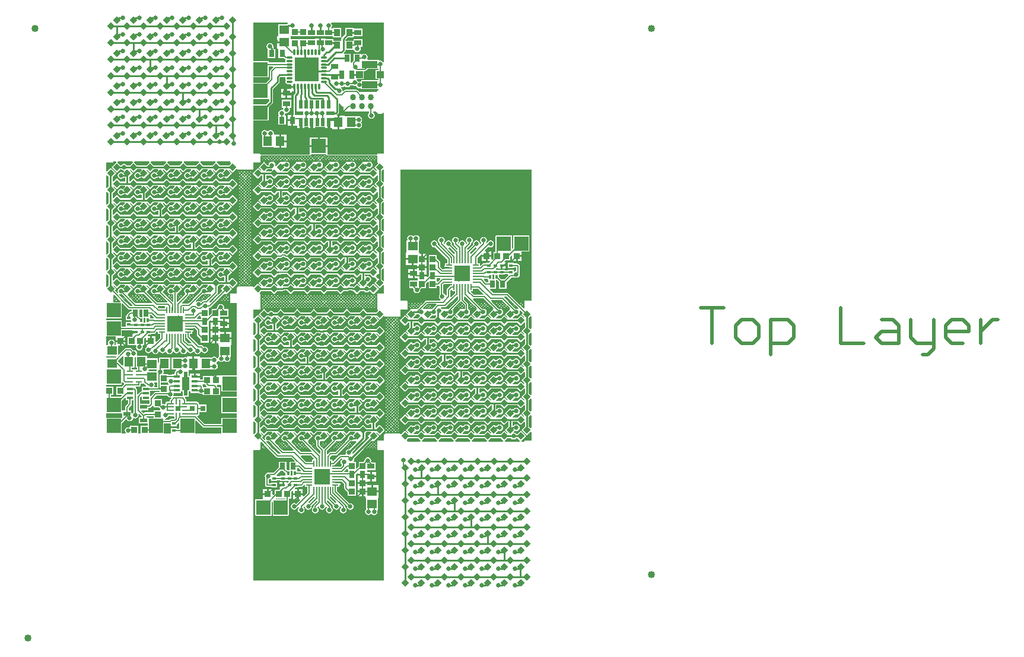
<source format=gtl>
G04*
G04 #@! TF.GenerationSoftware,Altium Limited,Altium Designer,20.1.11 (218)*
G04*
G04 Layer_Physical_Order=1*
G04 Layer_Color=255*
%FSLAX25Y25*%
%MOIN*%
G70*
G04*
G04 #@! TF.SameCoordinates,BC695F09-BB28-4D9F-8763-E19565E056B6*
G04*
G04*
G04 #@! TF.FilePolarity,Positive*
G04*
G01*
G75*
%ADD10C,0.04000*%
%ADD11C,0.01968*%
%ADD12C,0.00600*%
%ADD13R,0.03347X0.03543*%
%ADD14R,0.02165X0.01575*%
%ADD15R,0.08976X0.08976*%
%ADD16R,0.00787X0.03543*%
%ADD17R,0.03543X0.00787*%
%ADD18R,0.03150X0.03937*%
%ADD19R,0.03937X0.03150*%
%ADD20R,0.01575X0.02165*%
%ADD21R,0.03543X0.00984*%
%ADD22R,0.05512X0.05118*%
%ADD23R,0.05118X0.05512*%
%ADD24R,0.03543X0.03347*%
%ADD25R,0.01968X0.13780*%
%ADD26R,0.04331X0.07480*%
%ADD27R,0.03543X0.01575*%
%ADD28O,0.02756X0.00984*%
%ADD29O,0.00984X0.02756*%
%ADD30R,0.02756X0.02756*%
%ADD31R,0.03150X0.03150*%
%ADD32R,0.03937X0.02362*%
%ADD33R,0.03543X0.01378*%
%ADD34R,0.13780X0.13780*%
%ADD35O,0.03347X0.01181*%
%ADD36O,0.01181X0.03347*%
%ADD37R,0.04528X0.01968*%
%ADD38R,0.01968X0.04528*%
%ADD39P,0.04454X4X180.0*%
%ADD40R,0.03543X0.03937*%
%ADD41R,0.03150X0.04528*%
%ADD42C,0.03398*%
%ADD43R,0.08661X0.03937*%
%ADD44R,0.03937X0.03937*%
%ADD45C,0.01000*%
%ADD46C,0.00800*%
%ADD47C,0.01500*%
%ADD48R,0.06299X0.06299*%
%ADD49R,0.07874X0.07874*%
%ADD50C,0.02559*%
%ADD51C,0.02400*%
G36*
X201762Y346054D02*
X206683D01*
Y345463D01*
X211326D01*
X211656Y345058D01*
X211562Y344917D01*
X211477Y344488D01*
X211477Y344488D01*
Y343993D01*
X211427Y343513D01*
X207402D01*
X207339Y343556D01*
X206909Y343641D01*
X206899Y344114D01*
Y344498D01*
X202575D01*
Y344898D01*
X200106D01*
Y342323D01*
X199106D01*
Y344898D01*
X196638D01*
Y344498D01*
X183528D01*
X183061Y344498D01*
X183028Y344984D01*
Y345568D01*
X183061Y346054D01*
X183393Y346054D01*
X192529D01*
Y346054D01*
X201762D01*
Y346054D01*
D02*
G37*
G36*
X235558Y331495D02*
X235058Y331343D01*
X234761Y331788D01*
X234139Y332204D01*
X233405Y332349D01*
X232931Y332255D01*
X232431Y332598D01*
Y332805D01*
X226304D01*
X226037Y333305D01*
X226180Y333519D01*
X226326Y334252D01*
X226180Y334985D01*
X225764Y335607D01*
X225143Y336022D01*
X224409Y336168D01*
X223676Y336022D01*
X223147Y335669D01*
X222647Y335829D01*
Y336230D01*
X218298D01*
Y332535D01*
X217577Y331814D01*
X217356Y331483D01*
X217296Y331181D01*
X217242Y331157D01*
X216869Y331348D01*
X216742Y331542D01*
Y336230D01*
X212933D01*
X212725Y336730D01*
X213391Y337396D01*
X213391Y337396D01*
X213635Y337760D01*
X213666Y337919D01*
X213728Y338193D01*
X214154Y338376D01*
X218513D01*
X218853Y338017D01*
X219117Y337621D01*
X219739Y337206D01*
X220472Y337060D01*
X221206Y337206D01*
X221828Y337621D01*
X222243Y338243D01*
X222389Y338976D01*
X222255Y339648D01*
X222315Y339844D01*
X222477Y340148D01*
X223435D01*
Y344498D01*
X218298D01*
Y343513D01*
X213770Y343513D01*
X213720Y343993D01*
Y344024D01*
X215159Y345463D01*
X218513D01*
Y346054D01*
X223435D01*
Y350403D01*
X218513D01*
Y350600D01*
X213770D01*
Y347246D01*
X211884Y345360D01*
X211455Y345561D01*
X211427Y345584D01*
Y350600D01*
X206683D01*
Y350403D01*
X206147D01*
X205879Y350903D01*
X206101Y351235D01*
X206247Y351969D01*
X206101Y352702D01*
X205790Y353168D01*
X206002Y353668D01*
X235558D01*
Y331495D01*
D02*
G37*
G36*
X181432Y353168D02*
X181205Y353123D01*
X180847Y352884D01*
X175916D01*
Y346697D01*
X175916Y346565D01*
X175598Y346197D01*
X175516D01*
Y343138D01*
X179272D01*
Y342138D01*
X175516D01*
Y339079D01*
X175684D01*
X176113Y338907D01*
X176113Y338579D01*
Y333770D01*
X179414D01*
X179732Y333452D01*
X180063Y333231D01*
X180230Y332688D01*
X180217Y332669D01*
X180125Y332205D01*
X180214Y331756D01*
X180216Y331739D01*
X179939Y331256D01*
X170679D01*
Y332096D01*
X162080D01*
Y353668D01*
X181383D01*
X181432Y353168D01*
D02*
G37*
G36*
X232386Y327096D02*
X230837D01*
Y321959D01*
X232386D01*
Y321387D01*
X222569D01*
Y320787D01*
X222069Y320444D01*
X221595Y320538D01*
X221199Y320460D01*
X220859Y320800D01*
X220529Y321020D01*
X220253Y321434D01*
X220215Y321459D01*
X220367Y321959D01*
X224163D01*
Y326539D01*
X224823D01*
X225213Y326617D01*
X225544Y326838D01*
X226374Y327668D01*
X232386D01*
Y327096D01*
D02*
G37*
G36*
X173338Y328717D02*
X171720Y327099D01*
X171499Y326768D01*
X171421Y326378D01*
Y322076D01*
X169237Y319891D01*
X162080D01*
Y323022D01*
X170679D01*
Y329217D01*
X173131D01*
X173338Y328717D01*
D02*
G37*
G36*
X218731Y318196D02*
X218898Y318162D01*
X219208Y318224D01*
X219542Y318272D01*
X219814Y317915D01*
X219824Y317889D01*
X220239Y317267D01*
X220861Y316852D01*
X221595Y316706D01*
X222069Y316800D01*
X222569Y316457D01*
Y316250D01*
X232248D01*
X232347Y315750D01*
X231867Y315551D01*
X231303Y315119D01*
X230928Y314630D01*
X221733D01*
X220682Y315682D01*
X220351Y315903D01*
X219961Y315980D01*
X213779D01*
X213389Y315903D01*
X213059Y315682D01*
X212597Y315220D01*
X212131Y315461D01*
X212007Y316088D01*
X211591Y316709D01*
X211166Y316993D01*
X211361Y317464D01*
X211811Y317375D01*
X212544Y317521D01*
X213054Y317862D01*
X213386Y317906D01*
X213718Y317862D01*
X214227Y317521D01*
X214961Y317375D01*
X215694Y317521D01*
X216316Y317936D01*
X216540Y318272D01*
X218110D01*
X218229Y318295D01*
X218731Y318196D01*
D02*
G37*
G36*
X170679Y310817D02*
X170926Y310420D01*
Y309520D01*
X169093Y307687D01*
X162080D01*
Y310817D01*
X170679D01*
D02*
G37*
G36*
X180194Y322709D02*
X180125Y322362D01*
X180217Y321898D01*
X180480Y321504D01*
Y321252D01*
X180217Y320858D01*
X180125Y320394D01*
X180217Y319929D01*
X180480Y319535D01*
X180874Y319272D01*
X181339Y319180D01*
X183137D01*
X183553Y318723D01*
X183555Y318699D01*
Y318138D01*
X185177D01*
Y317638D01*
X185677D01*
Y314763D01*
X185828Y314650D01*
X185858Y314216D01*
X185034Y313391D01*
X184791Y313028D01*
X184705Y312598D01*
X184705Y312598D01*
Y302756D01*
X184735Y302608D01*
Y301787D01*
X184555D01*
Y298819D01*
Y295850D01*
X186598D01*
Y294571D01*
X188083D01*
Y297835D01*
X189083D01*
Y294571D01*
X190567D01*
Y294971D01*
X192898D01*
Y294571D01*
X194382D01*
Y297835D01*
X195382D01*
Y294571D01*
X196866D01*
Y294971D01*
X202346D01*
Y294571D01*
X203831D01*
Y297835D01*
X204831D01*
Y294571D01*
X206283D01*
Y293882D01*
X209343D01*
Y297638D01*
Y301394D01*
X209109D01*
X208957Y301894D01*
X209061Y301963D01*
X209848Y302750D01*
X209848Y302750D01*
X210091Y303114D01*
X210177Y303543D01*
X210177Y303543D01*
Y308198D01*
X210677Y308298D01*
X210870Y307831D01*
X211303Y307267D01*
X211867Y306834D01*
X212524Y306562D01*
X212579Y306555D01*
Y304532D01*
X212769Y304072D01*
X213228Y303882D01*
X227209D01*
Y303075D01*
X226991Y302930D01*
X226576Y302308D01*
X226430Y301575D01*
X226576Y300841D01*
X226991Y300220D01*
X227613Y299804D01*
X228346Y299658D01*
X229080Y299804D01*
X229701Y300220D01*
X230117Y300841D01*
X230263Y301575D01*
X230117Y302308D01*
X229701Y302930D01*
X229248Y303233D01*
Y303882D01*
X230849D01*
X230870Y303831D01*
X231303Y303267D01*
X231867Y302834D01*
X232523Y302562D01*
X233228Y302470D01*
X233933Y302562D01*
X234590Y302834D01*
X235058Y303193D01*
X235558Y303043D01*
Y280190D01*
X232283D01*
X232030Y280140D01*
X231815Y279996D01*
X231671Y279781D01*
X231621Y279528D01*
X203756D01*
Y283752D01*
X198819D01*
X193882D01*
Y279528D01*
X166017D01*
X165967Y279781D01*
X165823Y279996D01*
X165608Y280140D01*
X165354Y280190D01*
X162080D01*
Y298613D01*
X170679D01*
Y306101D01*
X172840Y308262D01*
X172840Y308262D01*
X173083Y308626D01*
X173169Y309055D01*
Y316465D01*
X176384Y319679D01*
X176384Y319679D01*
X176627Y320043D01*
X176712Y320472D01*
Y322764D01*
X177157Y323209D01*
X179917D01*
X180194Y322709D01*
D02*
G37*
G36*
X171422Y275091D02*
X171186Y274933D01*
X170770Y274311D01*
X170624Y273578D01*
X170586Y273531D01*
X170001D01*
X168441Y275091D01*
X168648Y275590D01*
X171270D01*
X171422Y275091D01*
D02*
G37*
G36*
X148994Y275337D02*
X149138Y275122D01*
X149249Y275047D01*
X149366Y274635D01*
X149373Y274464D01*
X148439Y273531D01*
X143139D01*
X141579Y275091D01*
X141786Y275590D01*
X148944D01*
X148994Y275337D01*
D02*
G37*
G36*
X140790Y275091D02*
X139231Y273531D01*
X133840D01*
X132280Y275091D01*
X132487Y275590D01*
X140583D01*
X140790Y275091D01*
D02*
G37*
G36*
X131491D02*
X129931Y273531D01*
X124544D01*
X122985Y275091D01*
X123192Y275590D01*
X131284D01*
X131491Y275091D01*
D02*
G37*
G36*
X122196D02*
X120636Y273531D01*
X115249D01*
X113689Y275091D01*
X113897Y275590D01*
X121989D01*
X122196Y275091D01*
D02*
G37*
G36*
X112901D02*
X111341Y273531D01*
X105950D01*
X104390Y275091D01*
X104597Y275590D01*
X112694D01*
X112901Y275091D01*
D02*
G37*
G36*
X103602D02*
X102042Y273531D01*
X96655D01*
X95095Y275091D01*
X95302Y275590D01*
X103394D01*
X103602Y275091D01*
D02*
G37*
G36*
X94306D02*
X92747Y273531D01*
X90902D01*
X90725Y273796D01*
X90103Y274211D01*
X89370Y274357D01*
X88637Y274211D01*
X88015Y273796D01*
X87838Y273531D01*
X87355D01*
X85796Y275091D01*
X86003Y275590D01*
X94099D01*
X94306Y275091D01*
D02*
G37*
G36*
X176936D02*
X174853Y273008D01*
X174392Y273254D01*
X174457Y273578D01*
X174311Y274311D01*
X173896Y274933D01*
X173659Y275091D01*
X173811Y275590D01*
X176729D01*
X176936Y275091D01*
D02*
G37*
G36*
X172677Y270831D02*
X171897Y270051D01*
X169418D01*
X169226Y270513D01*
X170001Y271288D01*
X172409D01*
X172409Y271288D01*
X172430Y271292D01*
X172677Y270831D01*
D02*
G37*
G36*
X231671Y275337D02*
X231815Y275122D01*
X231907Y275060D01*
X232026Y274617D01*
X232024Y274470D01*
X229963Y272409D01*
X231676Y270697D01*
X231659Y270612D01*
X231117Y270447D01*
X229559Y272005D01*
X227605Y270051D01*
X225126D01*
X224935Y270513D01*
X226337Y271915D01*
X226432Y271852D01*
X227165Y271706D01*
X227899Y271852D01*
X228520Y272267D01*
X228936Y272889D01*
X229082Y273622D01*
X228936Y274355D01*
X228520Y274977D01*
X228351Y275091D01*
X228502Y275590D01*
X231621D01*
X231671Y275337D01*
D02*
G37*
G36*
X167653Y275091D02*
X164971Y272409D01*
X166497Y270883D01*
X166333Y270341D01*
X166248Y270324D01*
X164567Y272005D01*
X161917Y269355D01*
X161417Y269562D01*
Y270991D01*
X161671Y271041D01*
X161886Y271185D01*
X162030Y271400D01*
X162080Y271654D01*
X162080Y271654D01*
Y274928D01*
X165354D01*
X165608Y274978D01*
X165823Y275122D01*
X165967Y275337D01*
X166017Y275590D01*
X167446D01*
X167653Y275091D01*
D02*
G37*
G36*
X223361D02*
X220680Y272409D01*
X222206Y270883D01*
X222041Y270341D01*
X221957Y270324D01*
X220276Y272005D01*
X218322Y270051D01*
X215839D01*
X215648Y270513D01*
X217038Y271903D01*
X217114Y271852D01*
X217848Y271706D01*
X218581Y271852D01*
X219203Y272267D01*
X219618Y272889D01*
X219764Y273622D01*
X219618Y274355D01*
X219203Y274977D01*
X219033Y275091D01*
X219185Y275590D01*
X223154D01*
X223361Y275091D01*
D02*
G37*
G36*
X214074D02*
X211393Y272409D01*
X212919Y270883D01*
X212754Y270341D01*
X212669Y270324D01*
X210988Y272005D01*
X209034Y270051D01*
X206555D01*
X206364Y270513D01*
X207740Y271889D01*
X207797Y271852D01*
X208530Y271706D01*
X209263Y271852D01*
X209885Y272267D01*
X210301Y272889D01*
X210447Y273622D01*
X210301Y274355D01*
X209885Y274977D01*
X209716Y275091D01*
X209867Y275590D01*
X213867D01*
X214074Y275091D01*
D02*
G37*
G36*
X204790D02*
X202109Y272409D01*
X203635Y270883D01*
X203471Y270341D01*
X203386Y270324D01*
X201705Y272005D01*
X199751Y270051D01*
X197272D01*
X197081Y270513D01*
X198443Y271876D01*
X198479Y271852D01*
X199213Y271706D01*
X199946Y271852D01*
X200568Y272267D01*
X200983Y272889D01*
X201129Y273622D01*
X200983Y274355D01*
X200568Y274977D01*
X200398Y275091D01*
X200550Y275590D01*
X204583D01*
X204790Y275091D01*
D02*
G37*
G36*
X195507D02*
X192826Y272409D01*
X194352Y270883D01*
X194187Y270341D01*
X194103Y270324D01*
X192421Y272005D01*
X190467Y270051D01*
X187988D01*
X187797Y270513D01*
X189146Y271862D01*
X189162Y271852D01*
X189895Y271706D01*
X190628Y271852D01*
X191250Y272267D01*
X191665Y272889D01*
X191811Y273622D01*
X191665Y274355D01*
X191250Y274977D01*
X191080Y275091D01*
X191232Y275590D01*
X195300D01*
X195507Y275091D01*
D02*
G37*
G36*
X186224D02*
X183542Y272409D01*
X185068Y270883D01*
X184904Y270341D01*
X184819Y270324D01*
X183138Y272005D01*
X181184Y270051D01*
X178701D01*
X178510Y270513D01*
X179848Y271851D01*
X180577Y271706D01*
X181311Y271852D01*
X181932Y272267D01*
X182348Y272889D01*
X182494Y273622D01*
X182348Y274355D01*
X181932Y274977D01*
X181763Y275091D01*
X181914Y275590D01*
X186016D01*
X186224Y275091D01*
D02*
G37*
G36*
X85007D02*
X82326Y272409D01*
X85401Y269334D01*
X87355Y271288D01*
X87880D01*
X88015Y271086D01*
X88637Y270671D01*
X89089Y270581D01*
X89254Y270038D01*
X88633Y269417D01*
X88529Y269487D01*
X87795Y269633D01*
X87062Y269487D01*
X86440Y269072D01*
X86025Y268450D01*
X85879Y267717D01*
X86025Y266983D01*
X86440Y266361D01*
X87062Y265946D01*
X87795Y265800D01*
X88529Y265946D01*
X89150Y266361D01*
X89296Y266579D01*
X89774Y266580D01*
X90068Y266146D01*
Y264251D01*
X87355D01*
X85401Y266205D01*
X83473Y264278D01*
X83012Y264469D01*
Y266944D01*
X84997Y268929D01*
X81921Y272005D01*
X79865Y269948D01*
X79403Y270140D01*
Y274928D01*
X82677D01*
X82931Y274978D01*
X83146Y275122D01*
X83289Y275337D01*
X83340Y275590D01*
X84800D01*
X85007Y275091D01*
D02*
G37*
G36*
X153025Y271258D02*
X153075Y271185D01*
X153290Y271041D01*
X153543Y270991D01*
Y263763D01*
X153043Y263556D01*
X150393Y266205D01*
X148439Y264251D01*
X143064D01*
X141110Y266205D01*
X139156Y264251D01*
X133777D01*
X131823Y266205D01*
X129868Y264251D01*
X124493D01*
X122539Y266205D01*
X120585Y264251D01*
X115210D01*
X113256Y266205D01*
X111302Y264251D01*
X105926D01*
X103972Y266205D01*
X102018Y264251D01*
X96639D01*
X94685Y266205D01*
X92811Y264331D01*
X92311Y264444D01*
Y266944D01*
X94296Y268929D01*
X92770Y270455D01*
X92935Y270998D01*
X93019Y271015D01*
X94700Y269334D01*
X96655Y271288D01*
X99145D01*
X99337Y270826D01*
X97937Y269426D01*
X97846Y269487D01*
X97113Y269633D01*
X96380Y269487D01*
X95758Y269072D01*
X95342Y268450D01*
X95196Y267717D01*
X95342Y266983D01*
X95758Y266361D01*
X96380Y265946D01*
X97113Y265800D01*
X97846Y265946D01*
X98468Y266361D01*
X98624Y266595D01*
X99081D01*
X99081Y266595D01*
X99511Y266680D01*
X99618Y266752D01*
X100516Y265854D01*
X103592Y268929D01*
X102066Y270455D01*
X102230Y270998D01*
X102315Y271015D01*
X103996Y269334D01*
X105950Y271288D01*
X108445D01*
X108636Y270826D01*
X107244Y269434D01*
X107164Y269487D01*
X106430Y269633D01*
X105697Y269487D01*
X105075Y269072D01*
X104660Y268450D01*
X104514Y267717D01*
X104660Y266983D01*
X105075Y266361D01*
X105697Y265946D01*
X106430Y265800D01*
X107164Y265946D01*
X107785Y266361D01*
X107941Y266595D01*
X108399D01*
X108399Y266595D01*
X108828Y266680D01*
X108924Y266745D01*
X109815Y265854D01*
X112891Y268929D01*
X111365Y270455D01*
X111529Y270998D01*
X111614Y271015D01*
X113295Y269334D01*
X115249Y271288D01*
X117740D01*
X117931Y270826D01*
X116548Y269443D01*
X116481Y269487D01*
X115748Y269633D01*
X115015Y269487D01*
X114393Y269072D01*
X113978Y268450D01*
X113832Y267717D01*
X113978Y266983D01*
X114393Y266361D01*
X115015Y265946D01*
X115748Y265800D01*
X116481Y265946D01*
X117103Y266361D01*
X117259Y266595D01*
X117717D01*
X117717Y266595D01*
X118146Y266680D01*
X118228Y266736D01*
X119110Y265854D01*
X122186Y268929D01*
X120660Y270455D01*
X120825Y270998D01*
X120909Y271015D01*
X122590Y269334D01*
X124544Y271288D01*
X127035D01*
X127226Y270826D01*
X125852Y269451D01*
X125799Y269487D01*
X125066Y269633D01*
X124332Y269487D01*
X123711Y269072D01*
X123295Y268450D01*
X123149Y267717D01*
X123295Y266983D01*
X123711Y266361D01*
X124332Y265946D01*
X125066Y265800D01*
X125799Y265946D01*
X126421Y266361D01*
X126577Y266595D01*
X127034D01*
X127034Y266595D01*
X127463Y266680D01*
X127533Y266727D01*
X128406Y265854D01*
X131481Y268929D01*
X129955Y270455D01*
X130120Y270998D01*
X130204Y271015D01*
X131886Y269334D01*
X133840Y271288D01*
X136334D01*
X136526Y270826D01*
X135159Y269459D01*
X135117Y269487D01*
X134383Y269633D01*
X133650Y269487D01*
X133028Y269072D01*
X132613Y268450D01*
X132467Y267717D01*
X132613Y266983D01*
X133028Y266361D01*
X133650Y265946D01*
X134383Y265800D01*
X135117Y265946D01*
X135738Y266361D01*
X135894Y266595D01*
X136352D01*
X136352Y266595D01*
X136781Y266680D01*
X136839Y266719D01*
X137705Y265854D01*
X140781Y268929D01*
X139255Y270455D01*
X139419Y270998D01*
X139504Y271015D01*
X141185Y269334D01*
X143139Y271288D01*
X145543D01*
X145734Y270826D01*
X144402Y269493D01*
X143701Y269633D01*
X142967Y269487D01*
X142346Y269072D01*
X141930Y268450D01*
X141784Y267717D01*
X141930Y266983D01*
X142346Y266361D01*
X142967Y265946D01*
X143701Y265800D01*
X144434Y265946D01*
X145056Y266361D01*
X145212Y266595D01*
X145669D01*
X145669Y266595D01*
X146089Y266679D01*
X146914Y265854D01*
X149989Y268929D01*
X148463Y270455D01*
X148628Y270998D01*
X148712Y271015D01*
X150393Y269334D01*
X152428Y271368D01*
X152556Y271376D01*
X153025Y271258D01*
D02*
G37*
G36*
X229559Y265854D02*
X231487Y267782D01*
X231949Y267590D01*
Y265115D01*
X229963Y263130D01*
X231676Y261417D01*
X231659Y261333D01*
X231117Y261168D01*
X229559Y262725D01*
X227605Y260771D01*
X225126D01*
X224935Y261233D01*
X226337Y262635D01*
X226432Y262572D01*
X227165Y262426D01*
X227899Y262572D01*
X228520Y262987D01*
X228936Y263609D01*
X229082Y264342D01*
X228936Y265075D01*
X228520Y265697D01*
X227899Y266112D01*
X227165Y266258D01*
X226432Y266112D01*
X225810Y265697D01*
X225654Y265463D01*
X225197D01*
X225197Y265463D01*
X224768Y265378D01*
X224657Y265304D01*
X223756Y266205D01*
X220680Y263130D01*
X222206Y261604D01*
X222041Y261061D01*
X221957Y261044D01*
X220276Y262725D01*
X218322Y260771D01*
X215839D01*
X215648Y261233D01*
X217037Y262623D01*
X217114Y262572D01*
X217848Y262426D01*
X218581Y262572D01*
X219203Y262987D01*
X219618Y263609D01*
X219764Y264342D01*
X219618Y265075D01*
X219203Y265697D01*
X218581Y266112D01*
X217848Y266258D01*
X217114Y266112D01*
X216493Y265697D01*
X216337Y265463D01*
X215879D01*
X215879Y265463D01*
X215450Y265378D01*
X215357Y265316D01*
X214468Y266205D01*
X211393Y263130D01*
X212919Y261604D01*
X212754Y261061D01*
X212669Y261044D01*
X210988Y262725D01*
X209034Y260771D01*
X206555D01*
X206364Y261233D01*
X207740Y262609D01*
X207797Y262572D01*
X208530Y262426D01*
X209263Y262572D01*
X209885Y262987D01*
X210301Y263609D01*
X210447Y264342D01*
X210301Y265075D01*
X209885Y265697D01*
X209263Y266112D01*
X208530Y266258D01*
X207797Y266112D01*
X207175Y265697D01*
X207019Y265463D01*
X206562D01*
X206562Y265463D01*
X206132Y265378D01*
X206060Y265330D01*
X205185Y266205D01*
X202109Y263130D01*
X203635Y261604D01*
X203471Y261061D01*
X203386Y261044D01*
X201705Y262725D01*
X199751Y260771D01*
X197272D01*
X197081Y261233D01*
X198443Y262596D01*
X198479Y262572D01*
X199213Y262426D01*
X199946Y262572D01*
X200568Y262987D01*
X200983Y263609D01*
X201129Y264342D01*
X200983Y265075D01*
X200568Y265697D01*
X199946Y266112D01*
X199213Y266258D01*
X198479Y266112D01*
X197857Y265697D01*
X197702Y265463D01*
X197244D01*
X197244Y265463D01*
X196815Y265378D01*
X196763Y265344D01*
X195901Y266205D01*
X192826Y263130D01*
X194352Y261604D01*
X194187Y261061D01*
X194103Y261044D01*
X192421Y262725D01*
X190467Y260771D01*
X187988D01*
X187797Y261233D01*
X189146Y262582D01*
X189162Y262572D01*
X189895Y262426D01*
X190628Y262572D01*
X191250Y262987D01*
X191665Y263609D01*
X191811Y264342D01*
X191665Y265075D01*
X191250Y265697D01*
X190628Y266112D01*
X189895Y266258D01*
X189162Y266112D01*
X188540Y265697D01*
X188384Y265463D01*
X187926D01*
X187926Y265463D01*
X187497Y265378D01*
X187466Y265357D01*
X186618Y266205D01*
X183542Y263130D01*
X185068Y261604D01*
X184904Y261061D01*
X184819Y261044D01*
X183138Y262725D01*
X181184Y260771D01*
X178701D01*
X178510Y261233D01*
X179847Y262571D01*
X180577Y262426D01*
X181311Y262572D01*
X181932Y262987D01*
X182348Y263609D01*
X182494Y264342D01*
X182348Y265075D01*
X181932Y265697D01*
X181311Y266112D01*
X180577Y266258D01*
X179844Y266112D01*
X179222Y265697D01*
X179066Y265463D01*
X178609D01*
X178609Y265463D01*
X178180Y265378D01*
X178166Y265369D01*
X177331Y266205D01*
X174255Y263130D01*
X175781Y261604D01*
X175616Y261061D01*
X175532Y261044D01*
X173851Y262725D01*
X171897Y260771D01*
X169418D01*
X169226Y261233D01*
X170558Y262565D01*
X171260Y262426D01*
X171993Y262572D01*
X172615Y262987D01*
X173030Y263609D01*
X173176Y264342D01*
X173030Y265075D01*
X172615Y265697D01*
X171993Y266112D01*
X171260Y266258D01*
X170527Y266112D01*
X169905Y265697D01*
X169786Y265519D01*
X169732Y265514D01*
X169232Y265969D01*
Y267808D01*
X171897D01*
X173851Y265854D01*
X175805Y267808D01*
X181184D01*
X183138Y265854D01*
X185092Y267808D01*
X190467D01*
X192421Y265854D01*
X194376Y267808D01*
X199751D01*
X201705Y265854D01*
X203659Y267808D01*
X209034D01*
X210988Y265854D01*
X212943Y267808D01*
X218322D01*
X220276Y265854D01*
X222230Y267808D01*
X227605D01*
X229559Y265854D01*
D02*
G37*
G36*
X235558Y271199D02*
Y264340D01*
X235096Y264149D01*
X234192Y265052D01*
Y270487D01*
X235096Y271390D01*
X235558Y271199D01*
D02*
G37*
G36*
X164567Y265854D02*
X166489Y267775D01*
X166989Y267729D01*
Y265147D01*
X164971Y263130D01*
X166497Y261604D01*
X166333Y261061D01*
X166248Y261044D01*
X164567Y262725D01*
X161917Y260076D01*
X161417Y260283D01*
Y268297D01*
X161917Y268504D01*
X164567Y265854D01*
D02*
G37*
G36*
X80768Y267007D02*
Y261572D01*
X79865Y260669D01*
X79403Y260860D01*
Y267719D01*
X79865Y267910D01*
X80768Y267007D01*
D02*
G37*
G36*
X153543Y262497D02*
Y254483D01*
X153043Y254276D01*
X150393Y256926D01*
X148439Y254972D01*
X143064D01*
X141110Y256926D01*
X139156Y254972D01*
X133777D01*
X131823Y256926D01*
X129868Y254972D01*
X124493D01*
X122539Y256926D01*
X120585Y254972D01*
X115210D01*
X113256Y256926D01*
X111302Y254972D01*
X105926D01*
X103972Y256926D01*
X102018Y254972D01*
X101515D01*
Y257597D01*
X103568Y259650D01*
X102042Y261176D01*
X102207Y261718D01*
X102291Y261735D01*
X103972Y260054D01*
X105926Y262008D01*
X108405D01*
X108597Y261546D01*
X107220Y260170D01*
X107164Y260207D01*
X106430Y260353D01*
X105697Y260207D01*
X105075Y259791D01*
X104660Y259170D01*
X104514Y258436D01*
X104660Y257703D01*
X105075Y257081D01*
X105697Y256666D01*
X106430Y256520D01*
X107164Y256666D01*
X107785Y257081D01*
X107941Y257315D01*
X108399D01*
X108399Y257315D01*
X108828Y257400D01*
X108901Y257449D01*
X109776Y256574D01*
X112851Y259650D01*
X111326Y261176D01*
X111490Y261718D01*
X111574Y261735D01*
X113256Y260054D01*
X115210Y262008D01*
X117689D01*
X117880Y261546D01*
X116517Y260183D01*
X116481Y260207D01*
X115748Y260353D01*
X115015Y260207D01*
X114393Y259791D01*
X113978Y259170D01*
X113832Y258436D01*
X113978Y257703D01*
X114393Y257081D01*
X115015Y256666D01*
X115748Y256520D01*
X116481Y256666D01*
X117103Y257081D01*
X117259Y257315D01*
X117717D01*
X117717Y257315D01*
X118146Y257400D01*
X118198Y257435D01*
X119059Y256574D01*
X122135Y259650D01*
X120609Y261176D01*
X120773Y261718D01*
X120858Y261735D01*
X122539Y260054D01*
X124493Y262008D01*
X126972D01*
X127164Y261546D01*
X125814Y260197D01*
X125799Y260207D01*
X125066Y260353D01*
X124332Y260207D01*
X123711Y259791D01*
X123295Y259170D01*
X123149Y258436D01*
X123295Y257703D01*
X123711Y257081D01*
X124332Y256666D01*
X125066Y256520D01*
X125799Y256666D01*
X126421Y257081D01*
X126577Y257315D01*
X127034D01*
X127034Y257315D01*
X127463Y257400D01*
X127495Y257422D01*
X128343Y256574D01*
X131418Y259650D01*
X129892Y261176D01*
X130057Y261718D01*
X130141Y261735D01*
X131823Y260054D01*
X133777Y262008D01*
X136259D01*
X136451Y261546D01*
X135112Y260208D01*
X134383Y260353D01*
X133650Y260207D01*
X133028Y259791D01*
X132613Y259170D01*
X132467Y258436D01*
X132613Y257703D01*
X133028Y257081D01*
X133650Y256666D01*
X134383Y256520D01*
X135117Y256666D01*
X135738Y257081D01*
X135894Y257315D01*
X136352D01*
X136352Y257315D01*
X136781Y257400D01*
X136795Y257410D01*
X137630Y256574D01*
X140706Y259650D01*
X139180Y261176D01*
X139344Y261718D01*
X139429Y261735D01*
X141110Y260054D01*
X143064Y262008D01*
X145543D01*
X145734Y261546D01*
X144402Y260213D01*
X143701Y260353D01*
X142967Y260207D01*
X142346Y259791D01*
X141930Y259170D01*
X141784Y258436D01*
X141930Y257703D01*
X142346Y257081D01*
X142967Y256666D01*
X143701Y256520D01*
X144434Y256666D01*
X145056Y257081D01*
X145212Y257315D01*
X145669D01*
X145669Y257315D01*
X146089Y257399D01*
X146914Y256574D01*
X149989Y259650D01*
X148463Y261176D01*
X148628Y261718D01*
X148712Y261735D01*
X150393Y260054D01*
X153043Y262704D01*
X153543Y262497D01*
D02*
G37*
G36*
X99313Y261546D02*
X97923Y260156D01*
X97846Y260207D01*
X97113Y260353D01*
X96380Y260207D01*
X95758Y259791D01*
X95342Y259170D01*
X95196Y258436D01*
X95342Y257703D01*
X95758Y257081D01*
X96380Y256666D01*
X97113Y256520D01*
X97846Y256666D01*
X98468Y257081D01*
X98587Y257260D01*
X98823Y257281D01*
X99272Y256878D01*
Y254972D01*
X96639D01*
X94685Y256926D01*
X92731Y254972D01*
X87355D01*
X85401Y256926D01*
X83473Y254998D01*
X83012Y255189D01*
Y257664D01*
X84997Y259650D01*
X83284Y261363D01*
X83301Y261447D01*
X83844Y261612D01*
X85401Y260054D01*
X87355Y262008D01*
X89834D01*
X90026Y261546D01*
X88623Y260144D01*
X88529Y260207D01*
X87795Y260353D01*
X87062Y260207D01*
X86440Y259791D01*
X86025Y259170D01*
X85879Y258436D01*
X86025Y257703D01*
X86440Y257081D01*
X87062Y256666D01*
X87795Y256520D01*
X88529Y256666D01*
X89150Y257081D01*
X89306Y257315D01*
X89764D01*
X89764Y257315D01*
X90193Y257400D01*
X90304Y257475D01*
X91205Y256574D01*
X94281Y259650D01*
X92755Y261176D01*
X92919Y261718D01*
X93004Y261735D01*
X94685Y260054D01*
X96639Y262008D01*
X99122D01*
X99313Y261546D01*
D02*
G37*
G36*
X229559Y256574D02*
X231487Y258502D01*
X231949Y258311D01*
Y255836D01*
X229963Y253850D01*
X231676Y252138D01*
X231659Y252053D01*
X231117Y251888D01*
X229559Y253446D01*
X227605Y251492D01*
X225126D01*
X224935Y251954D01*
X226336Y253355D01*
X226432Y253291D01*
X227165Y253146D01*
X227899Y253291D01*
X228520Y253707D01*
X228936Y254328D01*
X229082Y255062D01*
X228936Y255795D01*
X228520Y256417D01*
X227899Y256832D01*
X227165Y256978D01*
X226432Y256832D01*
X225810Y256417D01*
X225654Y256183D01*
X225197D01*
X225197Y256183D01*
X224768Y256098D01*
X224657Y256024D01*
X223756Y256926D01*
X220680Y253850D01*
X222206Y252324D01*
X222041Y251782D01*
X221957Y251765D01*
X220276Y253446D01*
X218322Y251492D01*
X215839D01*
X215648Y251954D01*
X217037Y253343D01*
X217114Y253291D01*
X217848Y253146D01*
X218581Y253291D01*
X219203Y253707D01*
X219618Y254328D01*
X219764Y255062D01*
X219618Y255795D01*
X219203Y256417D01*
X218581Y256832D01*
X217848Y256978D01*
X217114Y256832D01*
X216493Y256417D01*
X216337Y256183D01*
X215879D01*
X215879Y256183D01*
X215450Y256098D01*
X215358Y256036D01*
X214468Y256926D01*
X211393Y253850D01*
X212919Y252324D01*
X212754Y251782D01*
X212669Y251765D01*
X210988Y253446D01*
X209034Y251492D01*
X206555D01*
X206364Y251954D01*
X207740Y253329D01*
X207797Y253291D01*
X208530Y253146D01*
X209263Y253291D01*
X209885Y253707D01*
X210301Y254328D01*
X210447Y255062D01*
X210301Y255795D01*
X209885Y256417D01*
X209263Y256832D01*
X208530Y256978D01*
X207797Y256832D01*
X207175Y256417D01*
X207019Y256183D01*
X206562D01*
X206562Y256183D01*
X206132Y256098D01*
X206061Y256050D01*
X205185Y256926D01*
X202109Y253850D01*
X203635Y252324D01*
X203471Y251782D01*
X203386Y251765D01*
X201705Y253446D01*
X199751Y251492D01*
X197272D01*
X197081Y251954D01*
X198443Y253316D01*
X198479Y253291D01*
X199213Y253146D01*
X199946Y253291D01*
X200568Y253707D01*
X200983Y254328D01*
X201129Y255062D01*
X200983Y255795D01*
X200568Y256417D01*
X199946Y256832D01*
X199213Y256978D01*
X198479Y256832D01*
X197857Y256417D01*
X197702Y256183D01*
X197244D01*
X197244Y256183D01*
X196815Y256098D01*
X196763Y256064D01*
X195901Y256926D01*
X192826Y253850D01*
X194352Y252324D01*
X194187Y251782D01*
X194103Y251765D01*
X192421Y253446D01*
X190467Y251492D01*
X187988D01*
X187797Y251954D01*
X189146Y253302D01*
X189162Y253291D01*
X189895Y253146D01*
X190628Y253291D01*
X191250Y253707D01*
X191665Y254328D01*
X191811Y255062D01*
X191665Y255795D01*
X191250Y256417D01*
X190628Y256832D01*
X189895Y256978D01*
X189162Y256832D01*
X188540Y256417D01*
X188384Y256183D01*
X187926D01*
X187926Y256183D01*
X187497Y256098D01*
X187466Y256077D01*
X186618Y256926D01*
X183542Y253850D01*
X185068Y252324D01*
X184904Y251782D01*
X184819Y251765D01*
X183138Y253446D01*
X181184Y251492D01*
X178701D01*
X178510Y251954D01*
X179847Y253291D01*
X180577Y253146D01*
X181311Y253291D01*
X181932Y253707D01*
X182348Y254328D01*
X182494Y255062D01*
X182348Y255795D01*
X181932Y256417D01*
X181311Y256832D01*
X180577Y256978D01*
X179844Y256832D01*
X179222Y256417D01*
X179103Y256239D01*
X178958Y256225D01*
X178483Y256655D01*
Y258528D01*
X181184D01*
X183138Y256574D01*
X185092Y258528D01*
X190467D01*
X192421Y256574D01*
X194376Y258528D01*
X199751D01*
X201705Y256574D01*
X203659Y258528D01*
X209034D01*
X210988Y256574D01*
X212943Y258528D01*
X218322D01*
X220276Y256574D01*
X222230Y258528D01*
X227605D01*
X229559Y256574D01*
D02*
G37*
G36*
X235558Y261919D02*
Y255061D01*
X235096Y254869D01*
X234192Y255773D01*
Y261207D01*
X235096Y262111D01*
X235558Y261919D01*
D02*
G37*
G36*
X164567Y256574D02*
X166521Y258528D01*
X171897D01*
X173851Y256574D01*
X175740Y258464D01*
X176240Y258373D01*
Y255836D01*
X174255Y253850D01*
X175781Y252324D01*
X175616Y251782D01*
X175532Y251765D01*
X173851Y253446D01*
X171897Y251492D01*
X169418D01*
X169226Y251954D01*
X170558Y253285D01*
X171260Y253146D01*
X171993Y253291D01*
X172615Y253707D01*
X173030Y254328D01*
X173176Y255062D01*
X173030Y255795D01*
X172615Y256417D01*
X171993Y256832D01*
X171260Y256978D01*
X170527Y256832D01*
X169905Y256417D01*
X169749Y256183D01*
X169291D01*
X169291Y256183D01*
X168873Y256100D01*
X168047Y256926D01*
X164971Y253850D01*
X166497Y252324D01*
X166333Y251782D01*
X166248Y251765D01*
X164567Y253446D01*
X161917Y250796D01*
X161417Y251003D01*
Y259017D01*
X161917Y259224D01*
X164567Y256574D01*
D02*
G37*
G36*
X80768Y257727D02*
Y252293D01*
X79865Y251389D01*
X79403Y251581D01*
Y258439D01*
X79865Y258631D01*
X80768Y257727D01*
D02*
G37*
G36*
X153543Y253217D02*
Y245203D01*
X153043Y244996D01*
X150393Y247646D01*
X148439Y245692D01*
X143064D01*
X141110Y247646D01*
X139156Y245692D01*
X133777D01*
X131823Y247646D01*
X129868Y245692D01*
X124493D01*
X122539Y247646D01*
X120585Y245692D01*
X115210D01*
X113256Y247646D01*
X111366Y245757D01*
X110866Y245847D01*
Y248385D01*
X112851Y250370D01*
X111326Y251896D01*
X111490Y252439D01*
X111574Y252456D01*
X113256Y250775D01*
X115210Y252729D01*
X117689D01*
X117880Y252267D01*
X116517Y250903D01*
X116481Y250927D01*
X115748Y251073D01*
X115015Y250927D01*
X114393Y250511D01*
X113978Y249890D01*
X113832Y249156D01*
X113978Y248423D01*
X114393Y247801D01*
X115015Y247386D01*
X115748Y247240D01*
X116481Y247386D01*
X117103Y247801D01*
X117259Y248035D01*
X117717D01*
X117717Y248035D01*
X118146Y248120D01*
X118199Y248155D01*
X119059Y247295D01*
X122135Y250370D01*
X120609Y251896D01*
X120773Y252439D01*
X120858Y252456D01*
X122539Y250775D01*
X124493Y252729D01*
X126972D01*
X127164Y252267D01*
X125814Y250917D01*
X125799Y250927D01*
X125066Y251073D01*
X124332Y250927D01*
X123711Y250511D01*
X123295Y249890D01*
X123149Y249156D01*
X123295Y248423D01*
X123711Y247801D01*
X124332Y247386D01*
X125066Y247240D01*
X125799Y247386D01*
X126421Y247801D01*
X126577Y248035D01*
X127034D01*
X127034Y248035D01*
X127463Y248120D01*
X127496Y248142D01*
X128343Y247295D01*
X131418Y250370D01*
X129892Y251896D01*
X130057Y252439D01*
X130141Y252456D01*
X131823Y250775D01*
X133777Y252729D01*
X136259D01*
X136451Y252267D01*
X135112Y250928D01*
X134383Y251073D01*
X133650Y250927D01*
X133028Y250511D01*
X132613Y249890D01*
X132467Y249156D01*
X132613Y248423D01*
X133028Y247801D01*
X133650Y247386D01*
X134383Y247240D01*
X135117Y247386D01*
X135738Y247801D01*
X135894Y248035D01*
X136352D01*
X136352Y248035D01*
X136781Y248120D01*
X136795Y248130D01*
X137630Y247295D01*
X140706Y250370D01*
X139180Y251896D01*
X139344Y252439D01*
X139429Y252456D01*
X141110Y250775D01*
X143064Y252729D01*
X145543D01*
X145734Y252267D01*
X144401Y250933D01*
X143701Y251073D01*
X142967Y250927D01*
X142346Y250511D01*
X141930Y249890D01*
X141784Y249156D01*
X141930Y248423D01*
X142346Y247801D01*
X142967Y247386D01*
X143701Y247240D01*
X144434Y247386D01*
X145056Y247801D01*
X145212Y248035D01*
X145669D01*
X145669Y248035D01*
X146090Y248118D01*
X146914Y247295D01*
X149989Y250370D01*
X148463Y251896D01*
X148628Y252439D01*
X148712Y252456D01*
X150393Y250775D01*
X153043Y253424D01*
X153543Y253217D01*
D02*
G37*
G36*
X108597Y252267D02*
X107220Y250890D01*
X107164Y250927D01*
X106430Y251073D01*
X105697Y250927D01*
X105075Y250511D01*
X104660Y249890D01*
X104514Y249156D01*
X104660Y248423D01*
X105075Y247801D01*
X105697Y247386D01*
X106430Y247240D01*
X107164Y247386D01*
X107785Y247801D01*
X107905Y247980D01*
X108186Y248005D01*
X108623Y247615D01*
Y245692D01*
X105926D01*
X103972Y247646D01*
X102018Y245692D01*
X96639D01*
X94685Y247646D01*
X92731Y245692D01*
X87355D01*
X85401Y247646D01*
X83473Y245718D01*
X83012Y245910D01*
Y248385D01*
X84997Y250370D01*
X83284Y252083D01*
X83301Y252168D01*
X83844Y252332D01*
X85401Y250775D01*
X87355Y252729D01*
X89834D01*
X90026Y252267D01*
X88623Y250864D01*
X88529Y250927D01*
X87795Y251073D01*
X87062Y250927D01*
X86440Y250511D01*
X86025Y249890D01*
X85879Y249156D01*
X86025Y248423D01*
X86440Y247801D01*
X87062Y247386D01*
X87795Y247240D01*
X88529Y247386D01*
X89150Y247801D01*
X89306Y248035D01*
X89764D01*
X89764Y248035D01*
X90193Y248120D01*
X90305Y248195D01*
X91205Y247295D01*
X94281Y250370D01*
X92755Y251896D01*
X92919Y252439D01*
X93004Y252456D01*
X94685Y250775D01*
X96639Y252729D01*
X99122D01*
X99313Y252267D01*
X97922Y250876D01*
X97846Y250927D01*
X97113Y251073D01*
X96380Y250927D01*
X95758Y250511D01*
X95342Y249890D01*
X95196Y249156D01*
X95342Y248423D01*
X95758Y247801D01*
X96380Y247386D01*
X97113Y247240D01*
X97846Y247386D01*
X98468Y247801D01*
X98624Y248035D01*
X99081D01*
X99081Y248035D01*
X99511Y248120D01*
X99604Y248183D01*
X100492Y247295D01*
X103568Y250370D01*
X102042Y251896D01*
X102207Y252439D01*
X102291Y252456D01*
X103972Y250775D01*
X105926Y252729D01*
X108405D01*
X108597Y252267D01*
D02*
G37*
G36*
X229559Y247295D02*
X231487Y249222D01*
X231949Y249031D01*
Y246556D01*
X229963Y244571D01*
X231676Y242858D01*
X231659Y242774D01*
X231117Y242609D01*
X229559Y244166D01*
X227605Y242212D01*
X225126D01*
X224935Y242674D01*
X226336Y244075D01*
X226432Y244011D01*
X227165Y243865D01*
X227899Y244011D01*
X228520Y244427D01*
X228936Y245048D01*
X229082Y245782D01*
X228936Y246515D01*
X228520Y247137D01*
X227899Y247552D01*
X227165Y247698D01*
X226432Y247552D01*
X225810Y247137D01*
X225654Y246903D01*
X225197D01*
X225197Y246903D01*
X224768Y246818D01*
X224658Y246744D01*
X223756Y247646D01*
X220680Y244571D01*
X222206Y243045D01*
X222041Y242502D01*
X221957Y242485D01*
X220276Y244166D01*
X218322Y242212D01*
X215839D01*
X215648Y242674D01*
X217037Y244063D01*
X217114Y244011D01*
X217848Y243865D01*
X218581Y244011D01*
X219203Y244427D01*
X219618Y245048D01*
X219764Y245782D01*
X219618Y246515D01*
X219203Y247137D01*
X218581Y247552D01*
X217848Y247698D01*
X217114Y247552D01*
X216493Y247137D01*
X216337Y246903D01*
X215879D01*
X215879Y246903D01*
X215450Y246818D01*
X215358Y246757D01*
X214468Y247646D01*
X211393Y244571D01*
X212919Y243045D01*
X212754Y242502D01*
X212669Y242485D01*
X210988Y244166D01*
X209034Y242212D01*
X206555D01*
X206364Y242674D01*
X207739Y244050D01*
X207797Y244011D01*
X208530Y243865D01*
X209263Y244011D01*
X209885Y244427D01*
X210301Y245048D01*
X210447Y245782D01*
X210301Y246515D01*
X209885Y247137D01*
X209263Y247552D01*
X208530Y247698D01*
X207797Y247552D01*
X207175Y247137D01*
X207019Y246903D01*
X206562D01*
X206562Y246903D01*
X206132Y246818D01*
X206061Y246770D01*
X205185Y247646D01*
X202109Y244571D01*
X203635Y243045D01*
X203471Y242502D01*
X203386Y242485D01*
X201705Y244166D01*
X199751Y242212D01*
X197272D01*
X197081Y242674D01*
X198442Y244036D01*
X198479Y244011D01*
X199213Y243865D01*
X199946Y244011D01*
X200568Y244427D01*
X200983Y245048D01*
X201129Y245782D01*
X200983Y246515D01*
X200568Y247137D01*
X199946Y247552D01*
X199213Y247698D01*
X198479Y247552D01*
X197857Y247137D01*
X197702Y246903D01*
X197244D01*
X197244Y246903D01*
X196815Y246818D01*
X196764Y246784D01*
X195901Y247646D01*
X192826Y244571D01*
X194352Y243045D01*
X194187Y242502D01*
X194103Y242485D01*
X192421Y244166D01*
X190467Y242212D01*
X187988D01*
X187797Y242674D01*
X189145Y244022D01*
X189162Y244011D01*
X189895Y243865D01*
X190628Y244011D01*
X191250Y244427D01*
X191665Y245048D01*
X191811Y245782D01*
X191665Y246515D01*
X191250Y247137D01*
X190628Y247552D01*
X189895Y247698D01*
X189162Y247552D01*
X188540Y247137D01*
X188421Y246958D01*
X188234Y246942D01*
X187771Y247359D01*
Y249249D01*
X190467D01*
X192421Y247295D01*
X194376Y249249D01*
X199751D01*
X201705Y247295D01*
X203659Y249249D01*
X209034D01*
X210988Y247295D01*
X212943Y249249D01*
X218322D01*
X220276Y247295D01*
X222230Y249249D01*
X227605D01*
X229559Y247295D01*
D02*
G37*
G36*
X235558Y252640D02*
Y245781D01*
X235096Y245590D01*
X234192Y246493D01*
Y251928D01*
X235096Y252831D01*
X235558Y252640D01*
D02*
G37*
G36*
X164567Y247295D02*
X166521Y249249D01*
X171897D01*
X173851Y247295D01*
X175805Y249249D01*
X181184D01*
X183138Y247295D01*
X185028Y249184D01*
X185528Y249094D01*
Y246556D01*
X183542Y244571D01*
X185068Y243045D01*
X184904Y242502D01*
X184819Y242485D01*
X183138Y244166D01*
X181184Y242212D01*
X178701D01*
X178510Y242674D01*
X179846Y244011D01*
X180577Y243865D01*
X181311Y244011D01*
X181932Y244427D01*
X182348Y245048D01*
X182494Y245782D01*
X182348Y246515D01*
X181932Y247137D01*
X181311Y247552D01*
X180577Y247698D01*
X179844Y247552D01*
X179222Y247137D01*
X179066Y246903D01*
X178609D01*
X178609Y246903D01*
X178180Y246818D01*
X178167Y246810D01*
X177331Y247646D01*
X174255Y244571D01*
X175781Y243045D01*
X175616Y242502D01*
X175532Y242485D01*
X173851Y244166D01*
X171897Y242212D01*
X169418D01*
X169226Y242674D01*
X170557Y244005D01*
X171260Y243865D01*
X171993Y244011D01*
X172615Y244427D01*
X173030Y245048D01*
X173176Y245782D01*
X173030Y246515D01*
X172615Y247137D01*
X171993Y247552D01*
X171260Y247698D01*
X170527Y247552D01*
X169905Y247137D01*
X169749Y246903D01*
X169291D01*
X169291Y246903D01*
X168873Y246820D01*
X168047Y247646D01*
X164971Y244571D01*
X166497Y243045D01*
X166333Y242502D01*
X166248Y242485D01*
X164567Y244166D01*
X161917Y241517D01*
X161417Y241724D01*
Y249737D01*
X161917Y249944D01*
X164567Y247295D01*
D02*
G37*
G36*
X80768Y248448D02*
Y243013D01*
X79865Y242110D01*
X79403Y242301D01*
Y249160D01*
X79865Y249351D01*
X80768Y248448D01*
D02*
G37*
G36*
X153543Y243938D02*
Y235920D01*
X153043Y235713D01*
X150393Y238363D01*
X148439Y236409D01*
X143064D01*
X141110Y238363D01*
X139156Y236409D01*
X133777D01*
X131823Y238363D01*
X129868Y236409D01*
X124493D01*
X122539Y238363D01*
X120649Y236473D01*
X120149Y236564D01*
Y239105D01*
X122135Y241091D01*
X120609Y242617D01*
X120773Y243159D01*
X120858Y243176D01*
X122539Y241495D01*
X124493Y243449D01*
X126972D01*
X127164Y242987D01*
X125813Y241637D01*
X125799Y241647D01*
X125066Y241793D01*
X124332Y241647D01*
X123711Y241231D01*
X123295Y240610D01*
X123149Y239876D01*
X123295Y239143D01*
X123711Y238521D01*
X124332Y238106D01*
X125066Y237960D01*
X125799Y238106D01*
X126421Y238521D01*
X126577Y238755D01*
X127034D01*
X127034Y238755D01*
X127463Y238840D01*
X127496Y238862D01*
X128343Y238015D01*
X131418Y241091D01*
X129892Y242617D01*
X130057Y243159D01*
X130141Y243176D01*
X131823Y241495D01*
X133777Y243449D01*
X136259D01*
X136451Y242987D01*
X135111Y241648D01*
X134383Y241793D01*
X133650Y241647D01*
X133028Y241231D01*
X132613Y240610D01*
X132467Y239876D01*
X132613Y239143D01*
X133028Y238521D01*
X133650Y238106D01*
X134383Y237960D01*
X135117Y238106D01*
X135738Y238521D01*
X135894Y238755D01*
X136352D01*
X136352Y238755D01*
X136781Y238840D01*
X136795Y238850D01*
X137630Y238015D01*
X140706Y241091D01*
X139180Y242617D01*
X139344Y243159D01*
X139429Y243176D01*
X141110Y241495D01*
X143064Y243449D01*
X145543D01*
X145734Y242987D01*
X144401Y241653D01*
X143701Y241793D01*
X142967Y241647D01*
X142346Y241231D01*
X141930Y240610D01*
X141784Y239876D01*
X141930Y239143D01*
X142346Y238521D01*
X142967Y238106D01*
X143701Y237960D01*
X144434Y238106D01*
X145056Y238521D01*
X145212Y238755D01*
X145669D01*
X145669Y238755D01*
X146090Y238839D01*
X146914Y238015D01*
X149989Y241091D01*
X148463Y242617D01*
X148628Y243159D01*
X148712Y243176D01*
X150393Y241495D01*
X153043Y244145D01*
X153543Y243938D01*
D02*
G37*
G36*
X117880Y242987D02*
X116516Y241623D01*
X116481Y241647D01*
X115748Y241793D01*
X115015Y241647D01*
X114393Y241231D01*
X113978Y240610D01*
X113832Y239876D01*
X113978Y239143D01*
X114393Y238521D01*
X115015Y238106D01*
X115748Y237960D01*
X116481Y238106D01*
X117103Y238521D01*
X117222Y238700D01*
X117457Y238721D01*
X117906Y238317D01*
Y236409D01*
X115210D01*
X113256Y238363D01*
X111302Y236409D01*
X105926D01*
X103972Y238363D01*
X102018Y236409D01*
X96639D01*
X94685Y238363D01*
X92731Y236409D01*
X87355D01*
X85401Y238363D01*
X83473Y236435D01*
X83012Y236626D01*
Y239105D01*
X84997Y241091D01*
X83284Y242803D01*
X83301Y242888D01*
X83844Y243053D01*
X85401Y241495D01*
X87355Y243449D01*
X89834D01*
X90026Y242987D01*
X88622Y241584D01*
X88529Y241647D01*
X87795Y241793D01*
X87062Y241647D01*
X86440Y241231D01*
X86025Y240610D01*
X85879Y239876D01*
X86025Y239143D01*
X86440Y238521D01*
X87062Y238106D01*
X87795Y237960D01*
X88529Y238106D01*
X89150Y238521D01*
X89306Y238755D01*
X89764D01*
X89764Y238755D01*
X90193Y238840D01*
X90305Y238915D01*
X91205Y238015D01*
X94281Y241091D01*
X92755Y242617D01*
X92919Y243159D01*
X93004Y243176D01*
X94685Y241495D01*
X96639Y243449D01*
X99122D01*
X99313Y242987D01*
X97922Y241596D01*
X97846Y241647D01*
X97113Y241793D01*
X96380Y241647D01*
X95758Y241231D01*
X95342Y240610D01*
X95196Y239876D01*
X95342Y239143D01*
X95758Y238521D01*
X96380Y238106D01*
X97113Y237960D01*
X97846Y238106D01*
X98468Y238521D01*
X98624Y238755D01*
X99081D01*
X99081Y238755D01*
X99511Y238840D01*
X99605Y238903D01*
X100492Y238015D01*
X103568Y241091D01*
X102042Y242617D01*
X102207Y243159D01*
X102291Y243176D01*
X103972Y241495D01*
X105926Y243449D01*
X108405D01*
X108597Y242987D01*
X107219Y241610D01*
X107164Y241647D01*
X106430Y241793D01*
X105697Y241647D01*
X105075Y241231D01*
X104660Y240610D01*
X104514Y239876D01*
X104660Y239143D01*
X105075Y238521D01*
X105697Y238106D01*
X106430Y237960D01*
X107164Y238106D01*
X107785Y238521D01*
X107941Y238755D01*
X108399D01*
X108399Y238755D01*
X108828Y238840D01*
X108902Y238889D01*
X109776Y238015D01*
X112851Y241091D01*
X111326Y242617D01*
X111490Y243159D01*
X111574Y243176D01*
X113256Y241495D01*
X115210Y243449D01*
X117689D01*
X117880Y242987D01*
D02*
G37*
G36*
X229559Y238015D02*
X231487Y239943D01*
X231949Y239752D01*
Y237273D01*
X229963Y235287D01*
X231676Y233575D01*
X231659Y233490D01*
X231117Y233326D01*
X229559Y234883D01*
X227605Y232929D01*
X225126D01*
X224935Y233391D01*
X226338Y234794D01*
X226432Y234731D01*
X227165Y234585D01*
X227899Y234731D01*
X228520Y235147D01*
X228936Y235768D01*
X229082Y236502D01*
X228936Y237235D01*
X228520Y237857D01*
X227899Y238272D01*
X227165Y238418D01*
X226432Y238272D01*
X225810Y237857D01*
X225654Y237623D01*
X225197D01*
X225197Y237623D01*
X224768Y237538D01*
X224656Y237463D01*
X223756Y238363D01*
X220680Y235287D01*
X222206Y233761D01*
X222041Y233219D01*
X221957Y233202D01*
X220276Y234883D01*
X218322Y232929D01*
X215839D01*
X215648Y233391D01*
X217039Y234782D01*
X217114Y234731D01*
X217848Y234585D01*
X218581Y234731D01*
X219203Y235147D01*
X219618Y235768D01*
X219764Y236502D01*
X219618Y237235D01*
X219203Y237857D01*
X218581Y238272D01*
X217848Y238418D01*
X217114Y238272D01*
X216493Y237857D01*
X216337Y237623D01*
X215879D01*
X215879Y237623D01*
X215450Y237538D01*
X215356Y237475D01*
X214468Y238363D01*
X211393Y235287D01*
X212919Y233761D01*
X212754Y233219D01*
X212669Y233202D01*
X210988Y234883D01*
X209034Y232929D01*
X206555D01*
X206364Y233391D01*
X207741Y234768D01*
X207797Y234731D01*
X208530Y234585D01*
X209263Y234731D01*
X209885Y235147D01*
X210301Y235768D01*
X210447Y236502D01*
X210301Y237235D01*
X209885Y237857D01*
X209263Y238272D01*
X208530Y238418D01*
X207797Y238272D01*
X207175Y237857D01*
X207019Y237623D01*
X206562D01*
X206562Y237623D01*
X206132Y237538D01*
X206059Y237489D01*
X205185Y238363D01*
X202109Y235287D01*
X203635Y233761D01*
X203471Y233219D01*
X203386Y233202D01*
X201705Y234883D01*
X199751Y232929D01*
X197272D01*
X197081Y233391D01*
X198444Y234754D01*
X198479Y234731D01*
X199213Y234585D01*
X199946Y234731D01*
X200568Y235147D01*
X200983Y235768D01*
X201129Y236502D01*
X200983Y237235D01*
X200568Y237857D01*
X199946Y238272D01*
X199213Y238418D01*
X198479Y238272D01*
X197857Y237857D01*
X197738Y237678D01*
X197504Y237657D01*
X197054Y238061D01*
Y239969D01*
X199751D01*
X201705Y238015D01*
X203659Y239969D01*
X209034D01*
X210988Y238015D01*
X212943Y239969D01*
X218322D01*
X220276Y238015D01*
X222230Y239969D01*
X227605D01*
X229559Y238015D01*
D02*
G37*
G36*
X235558Y243360D02*
Y236497D01*
X235096Y236306D01*
X234192Y237210D01*
Y242648D01*
X235096Y243552D01*
X235558Y243360D01*
D02*
G37*
G36*
X164567Y238015D02*
X166521Y239969D01*
X171897D01*
X173851Y238015D01*
X175805Y239969D01*
X181184D01*
X183138Y238015D01*
X185092Y239969D01*
X190467D01*
X192421Y238015D01*
X194311Y239905D01*
X194811Y239814D01*
Y237273D01*
X192826Y235287D01*
X194352Y233761D01*
X194187Y233219D01*
X194103Y233202D01*
X192421Y234883D01*
X190467Y232929D01*
X187988D01*
X187797Y233391D01*
X189147Y234741D01*
X189162Y234731D01*
X189895Y234585D01*
X190628Y234731D01*
X191250Y235147D01*
X191665Y235768D01*
X191811Y236502D01*
X191665Y237235D01*
X191250Y237857D01*
X190628Y238272D01*
X189895Y238418D01*
X189162Y238272D01*
X188540Y237857D01*
X188384Y237623D01*
X187926D01*
X187926Y237623D01*
X187497Y237538D01*
X187465Y237516D01*
X186618Y238363D01*
X183542Y235287D01*
X185068Y233761D01*
X184904Y233219D01*
X184819Y233202D01*
X183138Y234883D01*
X181184Y232929D01*
X178701D01*
X178510Y233391D01*
X179849Y234730D01*
X180577Y234585D01*
X181311Y234731D01*
X181932Y235147D01*
X182348Y235768D01*
X182494Y236502D01*
X182348Y237235D01*
X181932Y237857D01*
X181311Y238272D01*
X180577Y238418D01*
X179844Y238272D01*
X179222Y237857D01*
X179066Y237623D01*
X178609D01*
X178609Y237623D01*
X178180Y237538D01*
X178165Y237528D01*
X177331Y238363D01*
X174255Y235287D01*
X175781Y233761D01*
X175616Y233219D01*
X175532Y233202D01*
X173851Y234883D01*
X171897Y232929D01*
X169418D01*
X169226Y233391D01*
X170560Y234724D01*
X171260Y234585D01*
X171993Y234731D01*
X172615Y235147D01*
X173030Y235768D01*
X173176Y236502D01*
X173030Y237235D01*
X172615Y237857D01*
X171993Y238272D01*
X171260Y238418D01*
X170527Y238272D01*
X169905Y237857D01*
X169749Y237623D01*
X169291D01*
X169291Y237623D01*
X168870Y237540D01*
X168047Y238363D01*
X164971Y235287D01*
X166497Y233761D01*
X166333Y233219D01*
X166248Y233202D01*
X164567Y234883D01*
X161917Y232233D01*
X161417Y232440D01*
Y240458D01*
X161917Y240665D01*
X164567Y238015D01*
D02*
G37*
G36*
X80768Y239168D02*
Y233730D01*
X79865Y232826D01*
X79403Y233018D01*
Y239880D01*
X79865Y240072D01*
X80768Y239168D01*
D02*
G37*
G36*
X153543Y234654D02*
Y226641D01*
X153043Y226433D01*
X150393Y229083D01*
X148439Y227129D01*
X143064D01*
X141110Y229083D01*
X139156Y227129D01*
X133777D01*
X131823Y229083D01*
X129933Y227193D01*
X129433Y227284D01*
Y229822D01*
X131418Y231807D01*
X129892Y233333D01*
X130057Y233876D01*
X130141Y233893D01*
X131823Y232211D01*
X133777Y234166D01*
X136259D01*
X136451Y233704D01*
X135114Y232367D01*
X134383Y232512D01*
X133650Y232367D01*
X133028Y231951D01*
X132613Y231329D01*
X132467Y230596D01*
X132613Y229863D01*
X133028Y229241D01*
X133650Y228826D01*
X134383Y228680D01*
X135117Y228826D01*
X135738Y229241D01*
X135894Y229475D01*
X136352D01*
X136352Y229475D01*
X136781Y229560D01*
X136793Y229568D01*
X137630Y228732D01*
X140706Y231807D01*
X139180Y233333D01*
X139344Y233876D01*
X139429Y233893D01*
X141110Y232211D01*
X143064Y234166D01*
X145543D01*
X145734Y233704D01*
X144403Y232373D01*
X143701Y232512D01*
X142967Y232367D01*
X142346Y231951D01*
X141930Y231329D01*
X141784Y230596D01*
X141930Y229863D01*
X142346Y229241D01*
X142967Y228826D01*
X143701Y228680D01*
X144434Y228826D01*
X145056Y229241D01*
X145212Y229475D01*
X145669D01*
X145669Y229475D01*
X146088Y229558D01*
X146914Y228732D01*
X149989Y231807D01*
X148463Y233333D01*
X148628Y233876D01*
X148712Y233893D01*
X150393Y232211D01*
X153043Y234861D01*
X153543Y234654D01*
D02*
G37*
G36*
X127164Y233704D02*
X125815Y232356D01*
X125799Y232367D01*
X125066Y232512D01*
X124332Y232367D01*
X123711Y231951D01*
X123295Y231329D01*
X123149Y230596D01*
X123295Y229863D01*
X123711Y229241D01*
X124332Y228826D01*
X125066Y228680D01*
X125799Y228826D01*
X126421Y229241D01*
X126540Y229419D01*
X126727Y229436D01*
X127190Y229019D01*
Y227129D01*
X124493D01*
X122539Y229083D01*
X120585Y227129D01*
X115210D01*
X113256Y229083D01*
X111302Y227129D01*
X105926D01*
X103972Y229083D01*
X102018Y227129D01*
X96639D01*
X94685Y229083D01*
X92731Y227129D01*
X87355D01*
X85401Y229083D01*
X83473Y227155D01*
X83012Y227347D01*
Y229822D01*
X84997Y231807D01*
X83284Y233520D01*
X83301Y233605D01*
X83844Y233769D01*
X85401Y232211D01*
X87355Y234166D01*
X89834D01*
X90026Y233704D01*
X88625Y232303D01*
X88529Y232367D01*
X87795Y232512D01*
X87062Y232367D01*
X86440Y231951D01*
X86025Y231329D01*
X85879Y230596D01*
X86025Y229863D01*
X86440Y229241D01*
X87062Y228826D01*
X87795Y228680D01*
X88529Y228826D01*
X89150Y229241D01*
X89306Y229475D01*
X89764D01*
X89764Y229475D01*
X90193Y229560D01*
X90303Y229634D01*
X91205Y228732D01*
X94281Y231807D01*
X92755Y233333D01*
X92919Y233876D01*
X93004Y233893D01*
X94685Y232211D01*
X96639Y234166D01*
X99122D01*
X99313Y233704D01*
X97924Y232315D01*
X97846Y232367D01*
X97113Y232512D01*
X96380Y232367D01*
X95758Y231951D01*
X95342Y231329D01*
X95196Y230596D01*
X95342Y229863D01*
X95758Y229241D01*
X96380Y228826D01*
X97113Y228680D01*
X97846Y228826D01*
X98468Y229241D01*
X98624Y229475D01*
X99081D01*
X99081Y229475D01*
X99511Y229560D01*
X99603Y229622D01*
X100492Y228732D01*
X103568Y231807D01*
X102042Y233333D01*
X102207Y233876D01*
X102291Y233893D01*
X103972Y232211D01*
X105926Y234166D01*
X108405D01*
X108597Y233704D01*
X107221Y232328D01*
X107164Y232367D01*
X106430Y232512D01*
X105697Y232367D01*
X105075Y231951D01*
X104660Y231329D01*
X104514Y230596D01*
X104660Y229863D01*
X105075Y229241D01*
X105697Y228826D01*
X106430Y228680D01*
X107164Y228826D01*
X107785Y229241D01*
X107941Y229475D01*
X108399D01*
X108399Y229475D01*
X108828Y229560D01*
X108900Y229608D01*
X109776Y228732D01*
X112851Y231807D01*
X111326Y233333D01*
X111490Y233876D01*
X111574Y233893D01*
X113256Y232211D01*
X115210Y234166D01*
X117689D01*
X117880Y233704D01*
X116518Y232342D01*
X116481Y232367D01*
X115748Y232512D01*
X115015Y232367D01*
X114393Y231951D01*
X113978Y231329D01*
X113832Y230596D01*
X113978Y229863D01*
X114393Y229241D01*
X115015Y228826D01*
X115748Y228680D01*
X116481Y228826D01*
X117103Y229241D01*
X117259Y229475D01*
X117717D01*
X117717Y229475D01*
X118146Y229560D01*
X118197Y229594D01*
X119059Y228732D01*
X122135Y231807D01*
X120609Y233333D01*
X120773Y233876D01*
X120858Y233893D01*
X122539Y232211D01*
X124493Y234166D01*
X126972D01*
X127164Y233704D01*
D02*
G37*
G36*
X229559Y228732D02*
X231487Y230660D01*
X231949Y230468D01*
Y227993D01*
X229963Y226008D01*
X231676Y224295D01*
X231659Y224211D01*
X231117Y224046D01*
X229559Y225603D01*
X227605Y223649D01*
X225126D01*
X224935Y224111D01*
X226338Y225514D01*
X226432Y225451D01*
X227165Y225305D01*
X227899Y225451D01*
X228520Y225867D01*
X228936Y226488D01*
X229082Y227222D01*
X228936Y227955D01*
X228520Y228577D01*
X227899Y228992D01*
X227165Y229138D01*
X226432Y228992D01*
X225810Y228577D01*
X225654Y228343D01*
X225197D01*
X225197Y228343D01*
X224768Y228258D01*
X224656Y228183D01*
X223756Y229083D01*
X220680Y226008D01*
X222206Y224482D01*
X222041Y223939D01*
X221957Y223922D01*
X220276Y225603D01*
X218322Y223649D01*
X215839D01*
X215648Y224111D01*
X217038Y225502D01*
X217114Y225451D01*
X217848Y225305D01*
X218581Y225451D01*
X219203Y225867D01*
X219618Y226488D01*
X219764Y227222D01*
X219618Y227955D01*
X219203Y228577D01*
X218581Y228992D01*
X217848Y229138D01*
X217114Y228992D01*
X216493Y228577D01*
X216337Y228343D01*
X215879D01*
X215879Y228343D01*
X215450Y228258D01*
X215356Y228195D01*
X214468Y229083D01*
X211393Y226008D01*
X212919Y224482D01*
X212754Y223939D01*
X212669Y223922D01*
X210988Y225603D01*
X209034Y223649D01*
X206555D01*
X206364Y224111D01*
X207741Y225488D01*
X207797Y225451D01*
X208530Y225305D01*
X209263Y225451D01*
X209885Y225867D01*
X210301Y226488D01*
X210447Y227222D01*
X210301Y227955D01*
X209885Y228577D01*
X209263Y228992D01*
X208530Y229138D01*
X207797Y228992D01*
X207175Y228577D01*
X207056Y228398D01*
X206774Y228373D01*
X206338Y228763D01*
Y230686D01*
X209034D01*
X210988Y228732D01*
X212943Y230686D01*
X218322D01*
X220276Y228732D01*
X222230Y230686D01*
X227605D01*
X229559Y228732D01*
D02*
G37*
G36*
X235558Y234077D02*
Y227218D01*
X235096Y227027D01*
X234192Y227930D01*
Y233365D01*
X235096Y234268D01*
X235558Y234077D01*
D02*
G37*
G36*
X164567Y228732D02*
X166521Y230686D01*
X171897D01*
X173851Y228732D01*
X175805Y230686D01*
X181184D01*
X183138Y228732D01*
X185092Y230686D01*
X190467D01*
X192421Y228732D01*
X194376Y230686D01*
X199751D01*
X201705Y228732D01*
X203595Y230622D01*
X204095Y230531D01*
Y227993D01*
X202109Y226008D01*
X203635Y224482D01*
X203471Y223939D01*
X203386Y223922D01*
X201705Y225603D01*
X199751Y223649D01*
X197272D01*
X197081Y224111D01*
X198444Y225475D01*
X198479Y225451D01*
X199213Y225305D01*
X199946Y225451D01*
X200568Y225867D01*
X200983Y226488D01*
X201129Y227222D01*
X200983Y227955D01*
X200568Y228577D01*
X199946Y228992D01*
X199213Y229138D01*
X198479Y228992D01*
X197857Y228577D01*
X197702Y228343D01*
X197244D01*
X197244Y228343D01*
X196815Y228258D01*
X196762Y228222D01*
X195901Y229083D01*
X192826Y226008D01*
X194352Y224482D01*
X194187Y223939D01*
X194103Y223922D01*
X192421Y225603D01*
X190467Y223649D01*
X187988D01*
X187797Y224111D01*
X189147Y225461D01*
X189162Y225451D01*
X189895Y225305D01*
X190628Y225451D01*
X191250Y225867D01*
X191665Y226488D01*
X191811Y227222D01*
X191665Y227955D01*
X191250Y228577D01*
X190628Y228992D01*
X189895Y229138D01*
X189162Y228992D01*
X188540Y228577D01*
X188384Y228343D01*
X187926D01*
X187926Y228343D01*
X187497Y228258D01*
X187465Y228236D01*
X186618Y229083D01*
X183542Y226008D01*
X185068Y224482D01*
X184904Y223939D01*
X184819Y223922D01*
X183138Y225603D01*
X181082Y223547D01*
X180725D01*
X180602Y223670D01*
X180271Y223891D01*
X179881Y223968D01*
X179020D01*
X178829Y224430D01*
X179849Y225450D01*
X180577Y225305D01*
X181311Y225451D01*
X181932Y225867D01*
X182348Y226488D01*
X182494Y227222D01*
X182348Y227955D01*
X181932Y228577D01*
X181311Y228992D01*
X180577Y229138D01*
X179844Y228992D01*
X179222Y228577D01*
X179066Y228343D01*
X178609D01*
X178609Y228343D01*
X178180Y228258D01*
X178165Y228248D01*
X177331Y229083D01*
X174255Y226008D01*
X175883Y224380D01*
X175718Y223837D01*
X175634Y223820D01*
X173851Y225603D01*
X171897Y223649D01*
X169418D01*
X169226Y224111D01*
X170560Y225445D01*
X171260Y225305D01*
X171993Y225451D01*
X172615Y225867D01*
X173030Y226488D01*
X173176Y227222D01*
X173030Y227955D01*
X172615Y228577D01*
X171993Y228992D01*
X171260Y229138D01*
X170527Y228992D01*
X169905Y228577D01*
X169749Y228343D01*
X169291D01*
X169291Y228343D01*
X168871Y228259D01*
X168047Y229083D01*
X164971Y226008D01*
X166497Y224482D01*
X166333Y223939D01*
X166248Y223922D01*
X164567Y225603D01*
X161917Y222954D01*
X161417Y223161D01*
Y231174D01*
X161917Y231382D01*
X164567Y228732D01*
D02*
G37*
G36*
X275296Y224246D02*
X275259Y223924D01*
X274758Y223731D01*
X271746Y226743D01*
X271918Y227278D01*
X272215Y227327D01*
X275296Y224246D01*
D02*
G37*
G36*
X287137Y227278D02*
X287309Y226743D01*
X284297Y223731D01*
X283796Y223924D01*
X283759Y224246D01*
X286840Y227327D01*
X287137Y227278D01*
D02*
G37*
G36*
X80768Y229885D02*
Y224450D01*
X79865Y223547D01*
X79403Y223738D01*
Y230597D01*
X79865Y230788D01*
X80768Y229885D01*
D02*
G37*
G36*
X153543Y225375D02*
Y217361D01*
X153043Y217154D01*
X150393Y219804D01*
X148439Y217850D01*
X143064D01*
X141110Y219804D01*
X139220Y217914D01*
X138720Y218005D01*
Y220542D01*
X140706Y222528D01*
X139180Y224054D01*
X139344Y224596D01*
X139429Y224613D01*
X141110Y222932D01*
X143064Y224886D01*
X145543D01*
X145734Y224424D01*
X144403Y223093D01*
X143701Y223232D01*
X142967Y223087D01*
X142346Y222671D01*
X141930Y222049D01*
X141784Y221316D01*
X141930Y220583D01*
X142346Y219961D01*
X142967Y219546D01*
X143701Y219400D01*
X144434Y219546D01*
X145056Y219961D01*
X145212Y220195D01*
X145669D01*
X145669Y220195D01*
X146088Y220278D01*
X146914Y219452D01*
X149989Y222528D01*
X148463Y224054D01*
X148628Y224596D01*
X148712Y224613D01*
X150393Y222932D01*
X153043Y225582D01*
X153543Y225375D01*
D02*
G37*
G36*
X136451Y224424D02*
X135114Y223087D01*
X134383Y223232D01*
X133650Y223087D01*
X133028Y222671D01*
X132613Y222049D01*
X132467Y221316D01*
X132613Y220583D01*
X133028Y219961D01*
X133650Y219546D01*
X134383Y219400D01*
X135117Y219546D01*
X135738Y219961D01*
X135857Y220139D01*
X136002Y220152D01*
X136477Y219723D01*
Y217850D01*
X133777D01*
X131823Y219804D01*
X129868Y217850D01*
X124493D01*
X122539Y219804D01*
X120585Y217850D01*
X115210D01*
X113256Y219804D01*
X111302Y217850D01*
X105926D01*
X103972Y219804D01*
X102018Y217850D01*
X96639D01*
X94685Y219804D01*
X92731Y217850D01*
X87355D01*
X85401Y219804D01*
X83473Y217876D01*
X83012Y218067D01*
Y220542D01*
X84997Y222528D01*
X83284Y224240D01*
X83301Y224325D01*
X83844Y224489D01*
X85401Y222932D01*
X87355Y224886D01*
X89834D01*
X90026Y224424D01*
X88624Y223023D01*
X88529Y223087D01*
X87795Y223232D01*
X87062Y223087D01*
X86440Y222671D01*
X86025Y222049D01*
X85879Y221316D01*
X86025Y220583D01*
X86440Y219961D01*
X87062Y219546D01*
X87795Y219400D01*
X88529Y219546D01*
X89150Y219961D01*
X89306Y220195D01*
X89764D01*
X89764Y220195D01*
X90193Y220280D01*
X90303Y220354D01*
X91205Y219452D01*
X94281Y222528D01*
X92755Y224054D01*
X92919Y224596D01*
X93004Y224613D01*
X94685Y222932D01*
X96639Y224886D01*
X99122D01*
X99313Y224424D01*
X97924Y223035D01*
X97846Y223087D01*
X97113Y223232D01*
X96380Y223087D01*
X95758Y222671D01*
X95342Y222049D01*
X95196Y221316D01*
X95342Y220583D01*
X95758Y219961D01*
X96380Y219546D01*
X97113Y219400D01*
X97846Y219546D01*
X98468Y219961D01*
X98624Y220195D01*
X99081D01*
X99081Y220195D01*
X99511Y220280D01*
X99603Y220342D01*
X100492Y219452D01*
X103568Y222528D01*
X102042Y224054D01*
X102207Y224596D01*
X102291Y224613D01*
X103972Y222932D01*
X105926Y224886D01*
X108405D01*
X108597Y224424D01*
X107221Y223048D01*
X107164Y223087D01*
X106430Y223232D01*
X105697Y223087D01*
X105075Y222671D01*
X104660Y222049D01*
X104514Y221316D01*
X104660Y220583D01*
X105075Y219961D01*
X105697Y219546D01*
X106430Y219400D01*
X107164Y219546D01*
X107785Y219961D01*
X107941Y220195D01*
X108399D01*
X108399Y220195D01*
X108828Y220280D01*
X108900Y220328D01*
X109776Y219452D01*
X112851Y222528D01*
X111326Y224054D01*
X111490Y224596D01*
X111574Y224613D01*
X113256Y222932D01*
X115210Y224886D01*
X117689D01*
X117880Y224424D01*
X116518Y223062D01*
X116481Y223087D01*
X115748Y223232D01*
X115015Y223087D01*
X114393Y222671D01*
X113978Y222049D01*
X113832Y221316D01*
X113978Y220583D01*
X114393Y219961D01*
X115015Y219546D01*
X115748Y219400D01*
X116481Y219546D01*
X117103Y219961D01*
X117259Y220195D01*
X117717D01*
X117717Y220195D01*
X118146Y220280D01*
X118197Y220314D01*
X119059Y219452D01*
X122135Y222528D01*
X120609Y224054D01*
X120773Y224596D01*
X120858Y224613D01*
X122539Y222932D01*
X124493Y224886D01*
X126972D01*
X127164Y224424D01*
X125815Y223076D01*
X125799Y223087D01*
X125066Y223232D01*
X124332Y223087D01*
X123711Y222671D01*
X123295Y222049D01*
X123149Y221316D01*
X123295Y220583D01*
X123711Y219961D01*
X124332Y219546D01*
X125066Y219400D01*
X125799Y219546D01*
X126421Y219961D01*
X126577Y220195D01*
X127034D01*
X127034Y220195D01*
X127463Y220280D01*
X127494Y220301D01*
X128343Y219452D01*
X131418Y222528D01*
X129892Y224054D01*
X130057Y224596D01*
X130141Y224613D01*
X131823Y222932D01*
X133777Y224886D01*
X136259D01*
X136451Y224424D01*
D02*
G37*
G36*
X318235Y197513D02*
X314961D01*
X314707Y197463D01*
X314492Y197319D01*
X314348Y197104D01*
X314298Y196850D01*
X310040D01*
X305382Y201508D01*
X305051Y201729D01*
X304661Y201807D01*
X296879D01*
X295023Y203662D01*
X295215Y204124D01*
X298435D01*
Y208947D01*
X298981D01*
X299991Y207938D01*
Y204124D01*
X304340D01*
Y207820D01*
X306918Y210398D01*
X309055D01*
X309174Y210421D01*
X309842Y210288D01*
X310576Y210434D01*
X311198Y210850D01*
X311613Y211471D01*
X311759Y212205D01*
X311626Y212873D01*
X311649Y212992D01*
Y217087D01*
X311572Y217477D01*
X311351Y217808D01*
X311193Y217965D01*
X310863Y218186D01*
X310472Y218264D01*
X308376D01*
Y218632D01*
X305010D01*
Y215857D01*
X308376D01*
Y216225D01*
X309610D01*
Y214075D01*
X309109Y213975D01*
X308876Y213819D01*
X308376Y214086D01*
Y214852D01*
X305010D01*
Y214484D01*
X303257D01*
Y214852D01*
X299892D01*
Y214852D01*
X299714D01*
Y214852D01*
X298443D01*
X298252Y215314D01*
X298752Y215814D01*
X298781Y215857D01*
X299492D01*
Y215457D01*
X301075D01*
Y217244D01*
X301575D01*
Y217744D01*
X303658D01*
Y219032D01*
X303410D01*
X303219Y219493D01*
X303795Y220069D01*
X306309D01*
Y222190D01*
X307003Y222884D01*
X307465Y222692D01*
Y219669D01*
X309638D01*
Y222441D01*
X310138D01*
Y222941D01*
X312811D01*
Y224991D01*
X317135D01*
Y234065D01*
X308061D01*
Y226866D01*
X307754Y226617D01*
X307293Y226818D01*
Y234065D01*
X298219D01*
Y226114D01*
X298193Y225984D01*
Y224813D01*
X296939D01*
Y221137D01*
X296245Y220443D01*
X295783Y220635D01*
Y221941D01*
X293610D01*
Y219669D01*
X294818D01*
X295009Y219207D01*
X294434Y218632D01*
X292806D01*
Y218342D01*
X291339D01*
X290948Y218265D01*
X290618Y218044D01*
X289781Y217207D01*
X289281Y217414D01*
Y218317D01*
X287929D01*
Y221527D01*
X289975Y223572D01*
X290437Y223381D01*
Y222941D01*
X292610D01*
Y225213D01*
X292268D01*
X292077Y225675D01*
X294195Y227792D01*
X294542Y227560D01*
X295276Y227414D01*
X296009Y227560D01*
X296631Y227976D01*
X297046Y228597D01*
X297192Y229331D01*
X297046Y230064D01*
X296631Y230686D01*
X296009Y231101D01*
X295276Y231247D01*
X294542Y231101D01*
X293920Y230686D01*
X293505Y230064D01*
X293486Y229967D01*
X293222Y229703D01*
X292700Y229888D01*
X292694Y229944D01*
X293109Y230566D01*
X293255Y231299D01*
X293109Y232033D01*
X292694Y232654D01*
X292072Y233070D01*
X291339Y233216D01*
X290605Y233070D01*
X289984Y232654D01*
X289568Y232033D01*
X289422Y231299D01*
X289568Y230566D01*
X289984Y229944D01*
X290016Y229612D01*
X289760Y229402D01*
X289262Y229610D01*
X289172Y230064D01*
X288757Y230686D01*
X288135Y231101D01*
X287402Y231247D01*
X286668Y231101D01*
X286047Y230686D01*
X285631Y230064D01*
X285485Y229331D01*
X285564Y228935D01*
X282722Y226094D01*
X282221Y226286D01*
X282184Y226608D01*
X284186Y228610D01*
X284406Y228941D01*
X284484Y229331D01*
Y229720D01*
X284820Y229944D01*
X285235Y230566D01*
X285381Y231299D01*
X285235Y232033D01*
X284820Y232654D01*
X284198Y233070D01*
X283465Y233216D01*
X282731Y233070D01*
X282109Y232654D01*
X281694Y232033D01*
X281548Y231299D01*
X281694Y230566D01*
X282109Y229944D01*
X282142Y229612D01*
X281886Y229402D01*
X281388Y229610D01*
X281298Y230064D01*
X280883Y230686D01*
X280261Y231101D01*
X279528Y231247D01*
X278794Y231101D01*
X278172Y230686D01*
X277757Y230064D01*
X277667Y229610D01*
X277169Y229402D01*
X276913Y229612D01*
X276946Y229944D01*
X277361Y230566D01*
X277507Y231299D01*
X277361Y232033D01*
X276946Y232654D01*
X276324Y233070D01*
X275590Y233216D01*
X274857Y233070D01*
X274236Y232654D01*
X273820Y232033D01*
X273674Y231299D01*
X273820Y230566D01*
X274236Y229944D01*
X274571Y229720D01*
Y229331D01*
X274649Y228941D01*
X274870Y228610D01*
X276871Y226608D01*
X276834Y226286D01*
X276333Y226094D01*
X273491Y228935D01*
X273570Y229331D01*
X273424Y230064D01*
X273009Y230686D01*
X272387Y231101D01*
X271654Y231247D01*
X270920Y231101D01*
X270299Y230686D01*
X269883Y230064D01*
X269793Y229610D01*
X269295Y229402D01*
X269039Y229612D01*
X269072Y229944D01*
X269487Y230566D01*
X269633Y231299D01*
X269487Y232033D01*
X269072Y232654D01*
X268450Y233070D01*
X267717Y233216D01*
X266983Y233070D01*
X266361Y232654D01*
X265946Y232033D01*
X265800Y231299D01*
X265946Y230566D01*
X266361Y229944D01*
X266697Y229720D01*
Y229331D01*
X266775Y228941D01*
X266996Y228610D01*
X273784Y221822D01*
Y219980D01*
X273809Y219850D01*
Y218317D01*
X273165D01*
Y220965D01*
X273088Y221355D01*
X272867Y221686D01*
X265617Y228935D01*
X265696Y229331D01*
X265550Y230064D01*
X265135Y230686D01*
X264513Y231101D01*
X263779Y231247D01*
X263046Y231101D01*
X262424Y230686D01*
X262009Y230064D01*
X261863Y229331D01*
X262009Y228597D01*
X262424Y227976D01*
X263046Y227560D01*
X263779Y227414D01*
X264175Y227493D01*
X271126Y220542D01*
Y218317D01*
X269774D01*
Y217142D01*
X269374D01*
Y216248D01*
X272146D01*
Y215248D01*
X269374D01*
Y215193D01*
X268533D01*
X267161Y216564D01*
Y218898D01*
X267084Y219288D01*
X266863Y219619D01*
X265167Y221314D01*
Y223238D01*
X260620D01*
Y218495D01*
Y213770D01*
X260620D01*
Y211275D01*
X259927Y210581D01*
X259465Y210772D01*
Y210917D01*
X256890D01*
Y211917D01*
X259465D01*
Y213370D01*
Y215642D01*
X256791D01*
X254118D01*
Y215173D01*
X252665D01*
Y212598D01*
Y210024D01*
X254315D01*
Y208868D01*
X249597D01*
Y204518D01*
X251520D01*
X252099Y203939D01*
X252021Y203543D01*
X252167Y202810D01*
X252582Y202188D01*
X253204Y201773D01*
X253937Y201627D01*
X254670Y201773D01*
X255292Y202188D01*
X255708Y202810D01*
X255853Y203543D01*
X255840Y203611D01*
X256551Y204321D01*
X259065D01*
Y206835D01*
X260158Y207929D01*
X260620Y207738D01*
Y204321D01*
X265167D01*
Y205673D01*
X265748D01*
X266138Y205751D01*
X266197Y205790D01*
X266697Y205523D01*
Y200825D01*
X266438Y200438D01*
X266292Y199705D01*
X266438Y198971D01*
X266854Y198350D01*
X267265Y198075D01*
X267113Y197575D01*
X259547D01*
X259157Y197497D01*
X258826Y197276D01*
X258401Y196850D01*
X248694D01*
X248644Y197104D01*
X248500Y197319D01*
X248285Y197463D01*
X248031Y197513D01*
X244757D01*
Y270991D01*
X318235D01*
Y197513D01*
D02*
G37*
G36*
X229559Y219452D02*
X231487Y221380D01*
X231949Y221189D01*
Y218714D01*
X229963Y216728D01*
X231676Y215016D01*
X231659Y214931D01*
X231117Y214766D01*
X229559Y216324D01*
X227605Y214370D01*
X225126D01*
X224935Y214832D01*
X226337Y216234D01*
X226432Y216171D01*
X227165Y216025D01*
X227899Y216171D01*
X228520Y216586D01*
X228936Y217208D01*
X229082Y217941D01*
X228936Y218675D01*
X228520Y219297D01*
X227899Y219712D01*
X227165Y219858D01*
X226432Y219712D01*
X225810Y219297D01*
X225654Y219063D01*
X225197D01*
X225197Y219063D01*
X224768Y218978D01*
X224656Y218903D01*
X223756Y219804D01*
X220680Y216728D01*
X222206Y215202D01*
X222041Y214660D01*
X221957Y214643D01*
X220276Y216324D01*
X218322Y214370D01*
X215839D01*
X215648Y214832D01*
X217038Y216222D01*
X217114Y216171D01*
X217848Y216025D01*
X218581Y216171D01*
X219203Y216586D01*
X219618Y217208D01*
X219764Y217941D01*
X219618Y218675D01*
X219203Y219297D01*
X218581Y219712D01*
X217848Y219858D01*
X217114Y219712D01*
X216493Y219297D01*
X216373Y219118D01*
X216138Y219097D01*
X215688Y219500D01*
Y221406D01*
X218322D01*
X220276Y219452D01*
X222230Y221406D01*
X227605D01*
X229559Y219452D01*
D02*
G37*
G36*
X235558Y224797D02*
Y217938D01*
X235096Y217747D01*
X234192Y218651D01*
Y224085D01*
X235096Y224989D01*
X235558Y224797D01*
D02*
G37*
G36*
X164567Y219452D02*
X166521Y221406D01*
X171897D01*
X173851Y219452D01*
X175907Y221508D01*
X177572D01*
X177962Y221586D01*
X178293Y221807D01*
X178415Y221929D01*
X179459D01*
X179581Y221807D01*
X179912Y221586D01*
X180302Y221508D01*
X181082D01*
X183138Y219452D01*
X185092Y221406D01*
X190467D01*
X192421Y219452D01*
X194376Y221406D01*
X199751D01*
X201705Y219452D01*
X203659Y221406D01*
X209034D01*
X210988Y219452D01*
X212943Y221406D01*
X213445D01*
Y218781D01*
X211393Y216728D01*
X212919Y215202D01*
X212754Y214660D01*
X212669Y214643D01*
X210988Y216324D01*
X209034Y214370D01*
X206555D01*
X206364Y214832D01*
X207741Y216209D01*
X207797Y216171D01*
X208530Y216025D01*
X209263Y216171D01*
X209885Y216586D01*
X210301Y217208D01*
X210447Y217941D01*
X210301Y218675D01*
X209885Y219297D01*
X209263Y219712D01*
X208530Y219858D01*
X207797Y219712D01*
X207175Y219297D01*
X207019Y219063D01*
X206562D01*
X206562Y219063D01*
X206132Y218978D01*
X206060Y218929D01*
X205185Y219804D01*
X202109Y216728D01*
X203635Y215202D01*
X203471Y214660D01*
X203386Y214643D01*
X201705Y216324D01*
X199751Y214370D01*
X197272D01*
X197081Y214832D01*
X198444Y216195D01*
X198479Y216171D01*
X199213Y216025D01*
X199946Y216171D01*
X200568Y216586D01*
X200983Y217208D01*
X201129Y217941D01*
X200983Y218675D01*
X200568Y219297D01*
X199946Y219712D01*
X199213Y219858D01*
X198479Y219712D01*
X197857Y219297D01*
X197702Y219063D01*
X197244D01*
X197244Y219063D01*
X196815Y218978D01*
X196762Y218943D01*
X195901Y219804D01*
X192826Y216728D01*
X194352Y215202D01*
X194187Y214660D01*
X194103Y214643D01*
X192421Y216324D01*
X190467Y214370D01*
X187988D01*
X187797Y214832D01*
X189146Y216181D01*
X189162Y216171D01*
X189895Y216025D01*
X190628Y216171D01*
X191250Y216586D01*
X191665Y217208D01*
X191811Y217941D01*
X191665Y218675D01*
X191250Y219297D01*
X190628Y219712D01*
X189895Y219858D01*
X189162Y219712D01*
X188540Y219297D01*
X188384Y219063D01*
X187926D01*
X187926Y219063D01*
X187497Y218978D01*
X187465Y218956D01*
X186618Y219804D01*
X183542Y216728D01*
X185068Y215202D01*
X184904Y214660D01*
X184819Y214643D01*
X183138Y216324D01*
X181164Y214349D01*
X179849D01*
X179488Y214421D01*
X178752D01*
X178561Y214883D01*
X179848Y216170D01*
X180577Y216025D01*
X181311Y216171D01*
X181932Y216586D01*
X182348Y217208D01*
X182494Y217941D01*
X182348Y218675D01*
X181932Y219297D01*
X181311Y219712D01*
X180577Y219858D01*
X179844Y219712D01*
X179222Y219297D01*
X179066Y219063D01*
X178609D01*
X178609Y219063D01*
X178180Y218978D01*
X178166Y218968D01*
X177331Y219804D01*
X174255Y216728D01*
X175743Y215240D01*
X175578Y214698D01*
X175494Y214681D01*
X173851Y216324D01*
X171897Y214370D01*
X169418D01*
X169226Y214832D01*
X170559Y216165D01*
X171260Y216025D01*
X171993Y216171D01*
X172615Y216586D01*
X173030Y217208D01*
X173176Y217941D01*
X173030Y218675D01*
X172615Y219297D01*
X171993Y219712D01*
X171260Y219858D01*
X170527Y219712D01*
X169905Y219297D01*
X169749Y219063D01*
X169291D01*
X169291Y219063D01*
X168871Y218980D01*
X168047Y219804D01*
X164971Y216728D01*
X166497Y215202D01*
X166333Y214660D01*
X166248Y214643D01*
X164567Y216324D01*
X161917Y213674D01*
X161417Y213881D01*
Y221895D01*
X161917Y222102D01*
X164567Y219452D01*
D02*
G37*
G36*
X80768Y220605D02*
Y215171D01*
X79865Y214267D01*
X79403Y214459D01*
Y221318D01*
X79865Y221509D01*
X80768Y220605D01*
D02*
G37*
G36*
X153543Y216095D02*
Y208082D01*
X153043Y207874D01*
X150393Y210524D01*
X148472Y208603D01*
X147972Y208649D01*
Y211231D01*
X149989Y213248D01*
X148463Y214774D01*
X148628Y215317D01*
X148712Y215334D01*
X150393Y213652D01*
X153043Y216302D01*
X153543Y216095D01*
D02*
G37*
G36*
X145734Y215145D02*
X144403Y213813D01*
X143701Y213952D01*
X142967Y213807D01*
X142346Y213391D01*
X141930Y212769D01*
X141784Y212036D01*
X141930Y211303D01*
X142346Y210681D01*
X142967Y210265D01*
X143701Y210120D01*
X144434Y210265D01*
X145056Y210681D01*
X145175Y210859D01*
X145229Y210864D01*
X145729Y210408D01*
Y208570D01*
X143064D01*
X141110Y210524D01*
X139156Y208570D01*
X133777D01*
X131823Y210524D01*
X129868Y208570D01*
X124493D01*
X122539Y210524D01*
X120585Y208570D01*
X115210D01*
X113256Y210524D01*
X111302Y208570D01*
X105926D01*
X103972Y210524D01*
X102018Y208570D01*
X96639D01*
X94685Y210524D01*
X92731Y208570D01*
X87355D01*
X85401Y210524D01*
X83473Y208596D01*
X83012Y208788D01*
Y211263D01*
X84997Y213248D01*
X83284Y214961D01*
X83301Y215045D01*
X83844Y215210D01*
X85401Y213652D01*
X87355Y215607D01*
X89834D01*
X90026Y215145D01*
X88624Y213743D01*
X88529Y213807D01*
X87795Y213952D01*
X87062Y213807D01*
X86440Y213391D01*
X86025Y212769D01*
X85879Y212036D01*
X86025Y211303D01*
X86440Y210681D01*
X87062Y210265D01*
X87795Y210120D01*
X88529Y210265D01*
X89150Y210681D01*
X89306Y210914D01*
X89764D01*
X89764Y210914D01*
X90193Y211000D01*
X90304Y211074D01*
X91205Y210173D01*
X94281Y213248D01*
X92755Y214774D01*
X92919Y215317D01*
X93004Y215334D01*
X94685Y213652D01*
X96639Y215607D01*
X99122D01*
X99313Y215145D01*
X97923Y213755D01*
X97846Y213807D01*
X97113Y213952D01*
X96380Y213807D01*
X95758Y213391D01*
X95342Y212769D01*
X95196Y212036D01*
X95342Y211303D01*
X95758Y210681D01*
X96380Y210265D01*
X97113Y210120D01*
X97846Y210265D01*
X98468Y210681D01*
X98624Y210914D01*
X99081D01*
X99081Y210914D01*
X99511Y211000D01*
X99603Y211062D01*
X100492Y210173D01*
X103568Y213248D01*
X102042Y214774D01*
X102207Y215317D01*
X102291Y215334D01*
X103972Y213652D01*
X105926Y215607D01*
X108405D01*
X108597Y215145D01*
X107220Y213769D01*
X107164Y213807D01*
X106430Y213952D01*
X105697Y213807D01*
X105075Y213391D01*
X104660Y212769D01*
X104514Y212036D01*
X104660Y211303D01*
X105075Y210681D01*
X105697Y210265D01*
X106430Y210120D01*
X107164Y210265D01*
X107785Y210681D01*
X107941Y210914D01*
X108399D01*
X108399Y210914D01*
X108828Y211000D01*
X108900Y211048D01*
X109776Y210173D01*
X112851Y213248D01*
X111326Y214774D01*
X111490Y215317D01*
X111574Y215334D01*
X113256Y213652D01*
X115210Y215607D01*
X117689D01*
X117880Y215145D01*
X116518Y213782D01*
X116481Y213807D01*
X115748Y213952D01*
X115015Y213807D01*
X114393Y213391D01*
X113978Y212769D01*
X113832Y212036D01*
X113978Y211303D01*
X114393Y210681D01*
X115015Y210265D01*
X115748Y210120D01*
X116481Y210265D01*
X117103Y210681D01*
X117259Y210914D01*
X117717D01*
X117717Y210914D01*
X118146Y211000D01*
X118198Y211034D01*
X119059Y210173D01*
X122135Y213248D01*
X120609Y214774D01*
X120773Y215317D01*
X120858Y215334D01*
X122539Y213652D01*
X124493Y215607D01*
X126972D01*
X127164Y215145D01*
X125815Y213796D01*
X125799Y213807D01*
X125066Y213952D01*
X124332Y213807D01*
X123711Y213391D01*
X123295Y212769D01*
X123149Y212036D01*
X123295Y211303D01*
X123711Y210681D01*
X124332Y210265D01*
X125066Y210120D01*
X125799Y210265D01*
X126421Y210681D01*
X126577Y210914D01*
X127034D01*
X127034Y210914D01*
X127463Y211000D01*
X127495Y211021D01*
X128343Y210173D01*
X131418Y213248D01*
X129892Y214774D01*
X130057Y215317D01*
X130141Y215334D01*
X131823Y213652D01*
X133777Y215607D01*
X136259D01*
X136451Y215145D01*
X135113Y213807D01*
X134383Y213952D01*
X133650Y213807D01*
X133028Y213391D01*
X132613Y212769D01*
X132467Y212036D01*
X132613Y211303D01*
X133028Y210681D01*
X133650Y210265D01*
X134383Y210120D01*
X135117Y210265D01*
X135738Y210681D01*
X135894Y210914D01*
X136352D01*
X136352Y210914D01*
X136781Y211000D01*
X136794Y211009D01*
X137630Y210173D01*
X140706Y213248D01*
X139180Y214774D01*
X139344Y215317D01*
X139429Y215334D01*
X141110Y213652D01*
X143064Y215607D01*
X145543D01*
X145734Y215145D01*
D02*
G37*
G36*
X305010Y212077D02*
X305061D01*
X305252Y211615D01*
X302898Y209261D01*
X301551D01*
X300128Y210684D01*
Y212077D01*
X303257D01*
Y212445D01*
X305010D01*
Y212077D01*
D02*
G37*
G36*
X297353Y209261D02*
X296348D01*
Y211578D01*
X296349Y212077D01*
X296750Y212077D01*
X297353D01*
Y209261D01*
D02*
G37*
G36*
X235558Y215518D02*
Y208659D01*
X235096Y208468D01*
X234192Y209371D01*
Y210985D01*
X234200Y211024D01*
X234192Y211062D01*
Y214806D01*
X235096Y215709D01*
X235558Y215518D01*
D02*
G37*
G36*
X267155Y209542D02*
X265667Y208054D01*
X265167Y208261D01*
Y209065D01*
X264970D01*
Y210004D01*
X266964D01*
X267155Y209542D01*
D02*
G37*
G36*
X293573Y208947D02*
X294085D01*
Y207713D01*
X292953D01*
X291524Y209142D01*
X291702Y209541D01*
X291763Y209610D01*
X293573D01*
Y208947D01*
D02*
G37*
G36*
X229559Y210173D02*
X229999Y210613D01*
X230478Y210468D01*
X230513Y210290D01*
X230928Y209669D01*
X231257Y209449D01*
X231339Y208824D01*
X229963Y207449D01*
X233039Y204373D01*
X234566Y205899D01*
X234579Y205908D01*
X234588Y205922D01*
X235096Y206430D01*
X235558Y206238D01*
Y201450D01*
X232283D01*
X232030Y201400D01*
X231815Y201256D01*
X231671Y201041D01*
X231621Y200787D01*
X230161D01*
X229954Y201287D01*
X232635Y203969D01*
X229559Y207044D01*
X227605Y205090D01*
X227080D01*
X226946Y205292D01*
X226324Y205708D01*
X225871Y205798D01*
X225707Y206340D01*
X226816Y207449D01*
X226816D01*
X227197Y207735D01*
X227733Y208094D01*
X228148Y208716D01*
X228294Y209449D01*
X228148Y210182D01*
X227733Y210804D01*
X227111Y211219D01*
X226378Y211365D01*
X225645Y211219D01*
X225393Y211051D01*
X224893Y211318D01*
Y212127D01*
X227605D01*
X229559Y210173D01*
D02*
G37*
G36*
X164567D02*
X166521Y212127D01*
X171897D01*
X173851Y210173D01*
X175805Y212127D01*
X176196D01*
X176625Y212212D01*
X176650Y212229D01*
X177428D01*
X177819Y212306D01*
X177932Y212382D01*
X179198D01*
X179559Y212310D01*
X181000D01*
X183138Y210173D01*
X185092Y212127D01*
X190467D01*
X192421Y210173D01*
X194376Y212127D01*
X199751D01*
X201705Y210173D01*
X203659Y212127D01*
X209034D01*
X210988Y210173D01*
X212943Y212127D01*
X218322D01*
X220276Y210173D01*
X222150Y212047D01*
X222650Y211933D01*
Y209434D01*
X220664Y207449D01*
X222190Y205923D01*
X222026Y205380D01*
X221941Y205363D01*
X220260Y207044D01*
X218357Y205141D01*
X218314D01*
X217950Y205384D01*
X217521Y205470D01*
X217521Y205470D01*
X216248D01*
X216041Y205970D01*
X217023Y206952D01*
X217114Y206891D01*
X217848Y206745D01*
X218581Y206891D01*
X219203Y207306D01*
X219618Y207928D01*
X219764Y208661D01*
X219618Y209395D01*
X219203Y210016D01*
X218581Y210432D01*
X217848Y210578D01*
X217114Y210432D01*
X216493Y210016D01*
X216337Y209783D01*
X215879D01*
X215879Y209783D01*
X215450Y209698D01*
X215343Y209626D01*
X214445Y210524D01*
X211369Y207449D01*
X212895Y205923D01*
X212730Y205380D01*
X212646Y205363D01*
X210965Y207044D01*
X209011Y205090D01*
X206516D01*
X206325Y205552D01*
X207717Y206944D01*
X207797Y206891D01*
X208530Y206745D01*
X209263Y206891D01*
X209885Y207306D01*
X210301Y207928D01*
X210447Y208661D01*
X210301Y209395D01*
X209885Y210016D01*
X209263Y210432D01*
X208530Y210578D01*
X207797Y210432D01*
X207175Y210016D01*
X207019Y209783D01*
X206562D01*
X206562Y209783D01*
X206132Y209698D01*
X206036Y209633D01*
X205145Y210524D01*
X202070Y207449D01*
X203596Y205923D01*
X203431Y205380D01*
X203347Y205363D01*
X201666Y207044D01*
X199712Y205090D01*
X197221D01*
X197029Y205552D01*
X198413Y206935D01*
X198479Y206891D01*
X199213Y206745D01*
X199946Y206891D01*
X200568Y207306D01*
X200983Y207928D01*
X201129Y208661D01*
X200983Y209395D01*
X200568Y210016D01*
X199946Y210432D01*
X199213Y210578D01*
X198479Y210432D01*
X197857Y210016D01*
X197702Y209783D01*
X197244D01*
X197244Y209783D01*
X196815Y209698D01*
X196732Y209642D01*
X195850Y210524D01*
X192774Y207449D01*
X194300Y205923D01*
X194136Y205380D01*
X194051Y205363D01*
X192370Y207044D01*
X190416Y205090D01*
X187926D01*
X187734Y205552D01*
X189108Y206926D01*
X189162Y206891D01*
X189895Y206745D01*
X190628Y206891D01*
X191250Y207306D01*
X191665Y207928D01*
X191811Y208661D01*
X191665Y209395D01*
X191250Y210016D01*
X190628Y210432D01*
X189895Y210578D01*
X189162Y210432D01*
X188540Y210016D01*
X188384Y209783D01*
X187926D01*
X187926Y209783D01*
X187497Y209698D01*
X187428Y209651D01*
X186555Y210524D01*
X183479Y207449D01*
X185005Y205923D01*
X184841Y205380D01*
X184756Y205363D01*
X183075Y207044D01*
X181500Y205470D01*
X179059D01*
X178878Y205770D01*
X178842Y205959D01*
X179802Y206919D01*
X179844Y206891D01*
X180577Y206745D01*
X181311Y206891D01*
X181932Y207306D01*
X182348Y207928D01*
X182494Y208661D01*
X182348Y209395D01*
X181932Y210016D01*
X181311Y210432D01*
X180577Y210578D01*
X179844Y210432D01*
X179222Y210016D01*
X179066Y209783D01*
X178609D01*
X178609Y209783D01*
X178180Y209698D01*
X178121Y209659D01*
X177256Y210524D01*
X174180Y207449D01*
X175706Y205923D01*
X175541Y205380D01*
X175457Y205363D01*
X173776Y207044D01*
X171822Y205090D01*
X169418D01*
X169226Y205552D01*
X170559Y206885D01*
X171260Y206745D01*
X171993Y206891D01*
X172615Y207306D01*
X173030Y207928D01*
X173176Y208661D01*
X173030Y209395D01*
X172615Y210016D01*
X171993Y210432D01*
X171260Y210578D01*
X170527Y210432D01*
X169905Y210016D01*
X169749Y209783D01*
X169291D01*
X169291Y209783D01*
X168872Y209700D01*
X168047Y210524D01*
X164971Y207449D01*
X166497Y205923D01*
X166333Y205380D01*
X166248Y205363D01*
X164567Y207044D01*
X162533Y205010D01*
X162404Y205002D01*
X161935Y205119D01*
X161886Y205193D01*
X161671Y205337D01*
X161417Y205387D01*
Y212615D01*
X161917Y212823D01*
X164567Y210173D01*
D02*
G37*
G36*
X80768Y211326D02*
Y205891D01*
X79865Y204988D01*
X79403Y205179D01*
Y212038D01*
X79865Y212229D01*
X80768Y211326D01*
D02*
G37*
G36*
X153543Y206816D02*
Y205387D01*
X153290Y205337D01*
X153075Y205193D01*
X152931Y204978D01*
X152881Y204724D01*
Y201450D01*
X149606D01*
X149353Y201400D01*
X149138Y201256D01*
X148994Y201041D01*
X148944Y200787D01*
X147515D01*
X147308Y201287D01*
X149989Y203969D01*
X148463Y205495D01*
X148628Y206037D01*
X148712Y206054D01*
X150393Y204373D01*
X153043Y207023D01*
X153543Y206816D01*
D02*
G37*
G36*
X136451Y205865D02*
X135113Y204527D01*
X134383Y204672D01*
X133650Y204526D01*
X133028Y204111D01*
X132613Y203489D01*
X132467Y202756D01*
X132481Y202683D01*
X130585Y200787D01*
X128944D01*
X128737Y201287D01*
X131418Y203969D01*
X129892Y205495D01*
X130057Y206037D01*
X130141Y206054D01*
X131823Y204373D01*
X133777Y206327D01*
X136259D01*
X136451Y205865D01*
D02*
G37*
G36*
X127164D02*
X125814Y204516D01*
X125799Y204526D01*
X125066Y204672D01*
X124332Y204526D01*
X123711Y204111D01*
X123295Y203489D01*
X123149Y202756D01*
X123295Y202023D01*
X123711Y201401D01*
X123729Y201217D01*
X123332Y200787D01*
X119661D01*
X119454Y201287D01*
X122135Y203969D01*
X120609Y205495D01*
X120773Y206037D01*
X120858Y206054D01*
X122539Y204373D01*
X124493Y206327D01*
X126972D01*
X127164Y205865D01*
D02*
G37*
G36*
X117880D02*
X116517Y204502D01*
X116481Y204526D01*
X115748Y204672D01*
X115015Y204526D01*
X114393Y204111D01*
X113978Y203489D01*
X113832Y202756D01*
X113978Y202023D01*
X114393Y201401D01*
X114563Y201287D01*
X114411Y200787D01*
X112610D01*
X111140Y202258D01*
X112851Y203969D01*
X111326Y205495D01*
X111490Y206037D01*
X111574Y206054D01*
X113256Y204373D01*
X115210Y206327D01*
X117689D01*
X117880Y205865D01*
D02*
G37*
G36*
X108597D02*
X107220Y204489D01*
X107164Y204526D01*
X106430Y204672D01*
X105697Y204526D01*
X105075Y204111D01*
X104660Y203489D01*
X104514Y202756D01*
X104660Y202023D01*
X105075Y201401D01*
X105245Y201287D01*
X105094Y200787D01*
X103814D01*
X102100Y202501D01*
X103568Y203969D01*
X102042Y205495D01*
X102207Y206037D01*
X102291Y206054D01*
X103972Y204373D01*
X105926Y206327D01*
X108405D01*
X108597Y205865D01*
D02*
G37*
G36*
X99313D02*
X97923Y204475D01*
X97846Y204526D01*
X97113Y204672D01*
X96380Y204526D01*
X95758Y204111D01*
X95342Y203489D01*
X95196Y202756D01*
X95342Y202023D01*
X95758Y201401D01*
X95928Y201287D01*
X95776Y200787D01*
X91806D01*
X91599Y201287D01*
X94281Y203969D01*
X92755Y205495D01*
X92919Y206037D01*
X93004Y206054D01*
X94685Y204373D01*
X96639Y206327D01*
X99122D01*
X99313Y205865D01*
D02*
G37*
G36*
X90026D02*
X88623Y204463D01*
X88529Y204526D01*
X87795Y204672D01*
X87062Y204526D01*
X86440Y204111D01*
X86025Y203489D01*
X85879Y202756D01*
X86025Y202023D01*
X86041Y201998D01*
X85653Y201679D01*
X84180Y203152D01*
X84997Y203969D01*
X83284Y205681D01*
X83301Y205766D01*
X83844Y205930D01*
X85401Y204373D01*
X87355Y206327D01*
X89834D01*
X90026Y205865D01*
D02*
G37*
G36*
X217107Y203176D02*
X217107Y203176D01*
X217471Y202933D01*
X217900Y202847D01*
X217900Y202847D01*
X218306D01*
X219866Y201287D01*
X219659Y200787D01*
X211566D01*
X211359Y201287D01*
X212919Y202847D01*
X215171D01*
X215171Y202847D01*
X215600Y202933D01*
X215964Y203176D01*
X216014Y203226D01*
X217056D01*
X217107Y203176D01*
D02*
G37*
G36*
X182681Y201287D02*
X182474Y200787D01*
X174377D01*
X174170Y201287D01*
X175730Y202847D01*
X178556D01*
X178556Y202847D01*
X178986Y202933D01*
X179349Y203176D01*
X179400Y203226D01*
X180742D01*
X182681Y201287D01*
D02*
G37*
G36*
X229165D02*
X228958Y200787D01*
X220862D01*
X220654Y201287D01*
X222214Y202847D01*
X224058D01*
X224236Y202582D01*
X224857Y202167D01*
X225590Y202021D01*
X226324Y202167D01*
X226946Y202582D01*
X227123Y202847D01*
X227605D01*
X229165Y201287D01*
D02*
G37*
G36*
X145734Y205865D02*
X143838Y203969D01*
X144655Y203152D01*
X142321Y200818D01*
X141932Y200859D01*
X141747Y201329D01*
X141831Y201413D01*
X142052Y201744D01*
X142130Y202134D01*
Y205393D01*
X143064Y206327D01*
X145543D01*
X145734Y205865D01*
D02*
G37*
G36*
X210571Y201287D02*
X210363Y200787D01*
X202267D01*
X202060Y201287D01*
X203620Y202847D01*
X209011D01*
X210571Y201287D01*
D02*
G37*
G36*
X201271D02*
X201064Y200787D01*
X192972D01*
X192765Y201287D01*
X194324Y202847D01*
X199712D01*
X201271Y201287D01*
D02*
G37*
G36*
X191976D02*
X191769Y200787D01*
X183676D01*
X183469Y201287D01*
X185029Y202847D01*
X190416D01*
X191976Y201287D01*
D02*
G37*
G36*
X173381D02*
X173174Y200787D01*
X166017D01*
X165967Y201041D01*
X165823Y201256D01*
X165712Y201330D01*
X165594Y201743D01*
X165588Y201913D01*
X166521Y202847D01*
X171822D01*
X173381Y201287D01*
D02*
G37*
G36*
X291527Y201126D02*
X291320Y200626D01*
X286052D01*
X284295Y202383D01*
X284487Y202845D01*
X285246D01*
Y204197D01*
X288456D01*
X291527Y201126D01*
D02*
G37*
G36*
X273809Y206236D02*
X273327D01*
X272937Y206158D01*
X272606Y205938D01*
X270933Y204264D01*
X270712Y203934D01*
X270634Y203543D01*
Y200482D01*
X270500Y200383D01*
X270351Y200398D01*
X269898Y200559D01*
X269564Y201060D01*
X268942Y201475D01*
X268736Y201516D01*
Y206259D01*
X269331Y206854D01*
X272146D01*
X272276Y206880D01*
X273809D01*
Y206236D01*
D02*
G37*
G36*
Y203550D02*
Y202845D01*
X275358D01*
Y201603D01*
X274082Y200327D01*
X274082Y200327D01*
X273139Y199384D01*
X272715Y199586D01*
X272673Y199625D01*
Y203121D01*
X273309Y203757D01*
X273809Y203550D01*
D02*
G37*
G36*
X306694Y197312D02*
X306503Y196850D01*
X305379D01*
X302961Y199268D01*
X303169Y199768D01*
X304239D01*
X306694Y197312D01*
D02*
G37*
G36*
X302033D02*
X301842Y196850D01*
X296061D01*
X295612Y197299D01*
X295819Y197799D01*
X301546D01*
X302033Y197312D01*
D02*
G37*
G36*
X292716D02*
X292524Y196850D01*
X286744D01*
X285489Y198105D01*
X285571Y198384D01*
X285715Y198587D01*
X291441D01*
X292716Y197312D01*
D02*
G37*
G36*
X283398D02*
X283207Y196850D01*
X281757D01*
X280547Y198060D01*
Y199510D01*
X281009Y199701D01*
X283398Y197312D01*
D02*
G37*
G36*
X276933Y199641D02*
Y198060D01*
X275723Y196850D01*
X274142D01*
X273951Y197312D01*
X275524Y198885D01*
X275524Y198885D01*
X276471Y199832D01*
X276933Y199641D01*
D02*
G37*
G36*
X105294Y196423D02*
X105087Y195923D01*
X96070D01*
X95605Y196388D01*
X95796Y196850D01*
X104867D01*
X105294Y196423D01*
D02*
G37*
G36*
X126186Y196388D02*
X125652Y195854D01*
X122216D01*
X122009Y196354D01*
X122505Y196850D01*
X125995D01*
X126186Y196388D01*
D02*
G37*
G36*
X94124Y194985D02*
X93932Y194524D01*
X92809D01*
X90944Y196388D01*
X91135Y196850D01*
X92259D01*
X94124Y194985D01*
D02*
G37*
G36*
X112392Y192949D02*
X109182D01*
X108375Y193756D01*
X108582Y194256D01*
X112392D01*
Y192949D01*
D02*
G37*
G36*
X231671Y192660D02*
X231815Y192445D01*
X231926Y192370D01*
X232044Y191957D01*
X232050Y191787D01*
X231117Y190854D01*
X225816D01*
X224256Y192413D01*
X224463Y192913D01*
X231621D01*
X231671Y192660D01*
D02*
G37*
G36*
X223468Y192413D02*
X221908Y190854D01*
X216517D01*
X214957Y192413D01*
X215164Y192913D01*
X223261D01*
X223468Y192413D01*
D02*
G37*
G36*
X214169D02*
X212609Y190854D01*
X207222D01*
X205662Y192413D01*
X205869Y192913D01*
X213961D01*
X214169Y192413D01*
D02*
G37*
G36*
X204873D02*
X203313Y190854D01*
X197926D01*
X196367Y192413D01*
X196574Y192913D01*
X204666D01*
X204873Y192413D01*
D02*
G37*
G36*
X195578D02*
X194018Y190854D01*
X188627D01*
X187067Y192413D01*
X187274Y192913D01*
X195371D01*
X195578Y192413D01*
D02*
G37*
G36*
X186279D02*
X184719Y190854D01*
X179332D01*
X177772Y192413D01*
X177979Y192913D01*
X186072D01*
X186279Y192413D01*
D02*
G37*
G36*
X176983D02*
X175424Y190854D01*
X173580D01*
X173402Y191119D01*
X172781Y191534D01*
X172047Y191680D01*
X171314Y191534D01*
X170692Y191119D01*
X170515Y190854D01*
X170033D01*
X168473Y192413D01*
X168680Y192913D01*
X176776D01*
X176983Y192413D01*
D02*
G37*
G36*
X254944Y189590D02*
X255566Y189174D01*
X255720Y189144D01*
X255865Y188665D01*
X254574Y187374D01*
X252095D01*
X251903Y187836D01*
X253800Y189732D01*
X253800Y189732D01*
X253800Y189732D01*
X254253Y189823D01*
X254788D01*
X254944Y189590D01*
D02*
G37*
G36*
X264694Y189045D02*
Y188206D01*
X263861Y187374D01*
X261378D01*
X261187Y187836D01*
X262525Y189174D01*
X263255Y189029D01*
X263988Y189174D01*
X264194Y189312D01*
X264694Y189045D01*
D02*
G37*
G36*
X99597Y188198D02*
X98657D01*
X98041Y188814D01*
Y192484D01*
X99597D01*
Y188198D01*
D02*
G37*
G36*
X313457Y190549D02*
X312641Y189732D01*
X314353Y188019D01*
X314336Y187935D01*
X313794Y187770D01*
X312236Y189328D01*
X310282Y187374D01*
X307804D01*
X307612Y187836D01*
X309014Y189238D01*
X309109Y189174D01*
X309842Y189029D01*
X310576Y189174D01*
X311198Y189590D01*
X311613Y190211D01*
X311759Y190945D01*
X311613Y191678D01*
X311597Y191703D01*
X311985Y192021D01*
X313457Y190549D01*
D02*
G37*
G36*
X306038Y192413D02*
X303357Y189732D01*
X304883Y188206D01*
X304719Y187663D01*
X304634Y187647D01*
X302953Y189328D01*
X300999Y187374D01*
X298516D01*
X298325Y187836D01*
X299715Y189226D01*
X299792Y189174D01*
X300525Y189029D01*
X301258Y189174D01*
X301880Y189590D01*
X302295Y190211D01*
X302441Y190945D01*
X302295Y191678D01*
X301880Y192300D01*
X301710Y192413D01*
X301862Y192913D01*
X305831D01*
X306038Y192413D01*
D02*
G37*
G36*
X296751D02*
X294070Y189732D01*
X295596Y188206D01*
X295431Y187663D01*
X295347Y187647D01*
X293666Y189328D01*
X291711Y187374D01*
X289233D01*
X289041Y187836D01*
X290418Y189212D01*
X290474Y189174D01*
X291207Y189029D01*
X291941Y189174D01*
X292562Y189590D01*
X292978Y190211D01*
X293124Y190945D01*
X292978Y191678D01*
X292562Y192300D01*
X292393Y192413D01*
X292544Y192913D01*
X296544D01*
X296751Y192413D01*
D02*
G37*
G36*
X287468D02*
X284786Y189732D01*
X286312Y188206D01*
X286148Y187663D01*
X286063Y187647D01*
X284382Y189328D01*
X282428Y187374D01*
X279949D01*
X279758Y187836D01*
X281120Y189198D01*
X281156Y189174D01*
X281890Y189029D01*
X282623Y189174D01*
X283245Y189590D01*
X283660Y190211D01*
X283806Y190945D01*
X283660Y191678D01*
X283245Y192300D01*
X283075Y192413D01*
X283227Y192913D01*
X287261D01*
X287468Y192413D01*
D02*
G37*
G36*
X278184D02*
X275503Y189732D01*
X277029Y188206D01*
X276864Y187663D01*
X276780Y187647D01*
X275099Y189328D01*
X273145Y187374D01*
X270666D01*
X270474Y187836D01*
X271823Y189185D01*
X271839Y189174D01*
X272572Y189029D01*
X273306Y189174D01*
X273927Y189590D01*
X274343Y190211D01*
X274488Y190945D01*
X274343Y191678D01*
X273979Y192222D01*
X274670Y192913D01*
X277977D01*
X278184Y192413D01*
D02*
G37*
G36*
X250330D02*
X247649Y189732D01*
X249174Y188206D01*
X249010Y187663D01*
X248925Y187647D01*
X247244Y189328D01*
X244595Y186678D01*
X244094Y186885D01*
Y188314D01*
X244348Y188364D01*
X244563Y188508D01*
X244707Y188723D01*
X244757Y188976D01*
Y192251D01*
X248031D01*
X248285Y192301D01*
X248500Y192445D01*
X248644Y192660D01*
X248694Y192913D01*
X250123D01*
X250330Y192413D01*
D02*
G37*
G36*
X106114Y188004D02*
X105936Y187604D01*
X105875Y187535D01*
X104065D01*
Y188198D01*
X103946D01*
Y189433D01*
X104684D01*
X106114Y188004D01*
D02*
G37*
G36*
X132471Y188885D02*
Y188081D01*
X132668D01*
Y187142D01*
X130674D01*
X130482Y187604D01*
X131971Y189092D01*
X132471Y188885D01*
D02*
G37*
G36*
X167684Y192413D02*
X165003Y189732D01*
X168078Y186656D01*
X170033Y188610D01*
X170557D01*
X170692Y188409D01*
X171314Y187993D01*
X171766Y187903D01*
X171931Y187361D01*
X171310Y186740D01*
X171206Y186810D01*
X170472Y186956D01*
X169739Y186810D01*
X169117Y186394D01*
X168702Y185773D01*
X168556Y185039D01*
X168702Y184306D01*
X169117Y183684D01*
X169739Y183269D01*
X170472Y183123D01*
X171206Y183269D01*
X171827Y183684D01*
X171973Y183902D01*
X172451Y183902D01*
X172745Y183468D01*
Y181574D01*
X170033D01*
X168078Y183528D01*
X166151Y181600D01*
X165689Y181792D01*
Y184267D01*
X167674Y186252D01*
X164599Y189328D01*
X162542Y187271D01*
X162080Y187462D01*
Y192251D01*
X165354D01*
X165608Y192301D01*
X165823Y192445D01*
X165967Y192660D01*
X166017Y192913D01*
X167477D01*
X167684Y192413D01*
D02*
G37*
G36*
X235703Y188581D02*
X235752Y188508D01*
X235967Y188364D01*
X236221Y188314D01*
Y181085D01*
X235720Y180878D01*
X233071Y183528D01*
X231117Y181574D01*
X225741D01*
X223787Y183528D01*
X221833Y181574D01*
X216454D01*
X214500Y183528D01*
X212546Y181574D01*
X207170D01*
X205216Y183528D01*
X203262Y181574D01*
X201731D01*
X201731Y181574D01*
X201302Y181489D01*
X201167Y181399D01*
X200852Y181336D01*
X200829Y181321D01*
X199934D01*
X199682Y181489D01*
X199253Y181574D01*
X199253Y181574D01*
X197887D01*
X195933Y183528D01*
X193979Y181574D01*
X188603D01*
X186649Y183528D01*
X184695Y181574D01*
X179316D01*
X177362Y183528D01*
X175488Y181654D01*
X174988Y181767D01*
Y184267D01*
X176973Y186252D01*
X175447Y187778D01*
X175612Y188321D01*
X175697Y188338D01*
X177378Y186656D01*
X179332Y188610D01*
X181823D01*
X182014Y188149D01*
X180614Y186749D01*
X180523Y186810D01*
X179790Y186956D01*
X179057Y186810D01*
X178435Y186394D01*
X178019Y185773D01*
X177874Y185039D01*
X178019Y184306D01*
X178435Y183684D01*
X179057Y183269D01*
X179790Y183123D01*
X180523Y183269D01*
X181145Y183684D01*
X181301Y183918D01*
X181758D01*
X181759Y183918D01*
X182188Y184003D01*
X182295Y184075D01*
X183193Y183177D01*
X186269Y186252D01*
X184743Y187778D01*
X184907Y188321D01*
X184992Y188338D01*
X186673Y186656D01*
X188627Y188610D01*
X191122D01*
X191313Y188149D01*
X189921Y186756D01*
X189841Y186810D01*
X189108Y186956D01*
X188374Y186810D01*
X187752Y186394D01*
X187337Y185773D01*
X187191Y185039D01*
X187337Y184306D01*
X187752Y183684D01*
X188374Y183269D01*
X189108Y183123D01*
X189841Y183269D01*
X190463Y183684D01*
X190619Y183918D01*
X191076D01*
X191076Y183918D01*
X191505Y184003D01*
X191602Y184067D01*
X192492Y183177D01*
X195568Y186252D01*
X194042Y187778D01*
X194207Y188321D01*
X194291Y188338D01*
X195972Y186656D01*
X197926Y188610D01*
X200417D01*
X200608Y188149D01*
X199225Y186765D01*
X199159Y186810D01*
X198425Y186956D01*
X197692Y186810D01*
X197070Y186394D01*
X196655Y185773D01*
X196509Y185039D01*
X196655Y184306D01*
X197070Y183684D01*
X197692Y183269D01*
X198425Y183123D01*
X199159Y183269D01*
X199780Y183684D01*
X199936Y183918D01*
X200394D01*
X200394Y183918D01*
X200823Y184003D01*
X200906Y184058D01*
X201788Y183177D01*
X204863Y186252D01*
X203337Y187778D01*
X203502Y188321D01*
X203586Y188338D01*
X205268Y186656D01*
X207222Y188610D01*
X209712D01*
X209904Y188149D01*
X208529Y186774D01*
X208476Y186810D01*
X207743Y186956D01*
X207009Y186810D01*
X206388Y186394D01*
X205972Y185773D01*
X205826Y185039D01*
X205972Y184306D01*
X206388Y183684D01*
X207009Y183269D01*
X207743Y183123D01*
X208476Y183269D01*
X209098Y183684D01*
X209254Y183918D01*
X209711D01*
X209711Y183918D01*
X210140Y184003D01*
X210210Y184050D01*
X211083Y183177D01*
X214159Y186252D01*
X212632Y187778D01*
X212797Y188321D01*
X212882Y188338D01*
X214563Y186656D01*
X216517Y188610D01*
X219011D01*
X219203Y188149D01*
X217836Y186782D01*
X217794Y186810D01*
X217060Y186956D01*
X216327Y186810D01*
X215705Y186394D01*
X215290Y185773D01*
X215144Y185039D01*
X215290Y184306D01*
X215705Y183684D01*
X216327Y183269D01*
X217060Y183123D01*
X217794Y183269D01*
X218415Y183684D01*
X218571Y183918D01*
X219029D01*
X219029Y183918D01*
X219458Y184003D01*
X219516Y184042D01*
X220382Y183177D01*
X223458Y186252D01*
X221932Y187778D01*
X222096Y188321D01*
X222181Y188338D01*
X223862Y186656D01*
X225816Y188610D01*
X228220D01*
X228412Y188149D01*
X227079Y186816D01*
X226378Y186956D01*
X225645Y186810D01*
X225023Y186394D01*
X224607Y185773D01*
X224462Y185039D01*
X224607Y184306D01*
X225023Y183684D01*
X225645Y183269D01*
X226378Y183123D01*
X227111Y183269D01*
X227733Y183684D01*
X227889Y183918D01*
X228346D01*
X228346Y183918D01*
X228766Y184001D01*
X229591Y183177D01*
X232666Y186252D01*
X231140Y187778D01*
X231305Y188321D01*
X231389Y188338D01*
X233071Y186656D01*
X235105Y188691D01*
X235234Y188699D01*
X235703Y188581D01*
D02*
G37*
G36*
X101290Y185568D02*
X101289Y185069D01*
X100887Y185069D01*
X100285D01*
Y187884D01*
X101290D01*
Y185568D01*
D02*
G37*
G36*
X312236Y183177D02*
X314164Y185104D01*
X314626Y184913D01*
Y182438D01*
X312641Y180453D01*
X314353Y178740D01*
X314336Y178655D01*
X313794Y178491D01*
X312236Y180048D01*
X310282Y178094D01*
X307804D01*
X307612Y178556D01*
X309014Y179958D01*
X309109Y179894D01*
X309842Y179748D01*
X310576Y179894D01*
X311198Y180310D01*
X311613Y180931D01*
X311759Y181665D01*
X311613Y182398D01*
X311198Y183020D01*
X310576Y183435D01*
X309842Y183581D01*
X309109Y183435D01*
X308487Y183020D01*
X308331Y182786D01*
X307874D01*
X307874Y182786D01*
X307445Y182701D01*
X307334Y182627D01*
X306433Y183528D01*
X303357Y180453D01*
X304883Y178927D01*
X304719Y178384D01*
X304634Y178367D01*
X302953Y180048D01*
X300999Y178094D01*
X298516D01*
X298325Y178556D01*
X299714Y179946D01*
X299792Y179894D01*
X300525Y179748D01*
X301258Y179894D01*
X301880Y180310D01*
X302295Y180931D01*
X302441Y181665D01*
X302295Y182398D01*
X301880Y183020D01*
X301258Y183435D01*
X300525Y183581D01*
X299792Y183435D01*
X299170Y183020D01*
X299014Y182786D01*
X298556D01*
X298556Y182786D01*
X298127Y182701D01*
X298035Y182639D01*
X297145Y183528D01*
X294070Y180453D01*
X295596Y178927D01*
X295431Y178384D01*
X295347Y178367D01*
X293666Y180048D01*
X291711Y178094D01*
X289233D01*
X289041Y178556D01*
X290417Y179932D01*
X290474Y179894D01*
X291207Y179748D01*
X291941Y179894D01*
X292562Y180310D01*
X292978Y180931D01*
X293124Y181665D01*
X292978Y182398D01*
X292562Y183020D01*
X291941Y183435D01*
X291207Y183581D01*
X290474Y183435D01*
X289852Y183020D01*
X289696Y182786D01*
X289239D01*
X289239Y182786D01*
X288810Y182701D01*
X288737Y182653D01*
X287862Y183528D01*
X284786Y180453D01*
X286312Y178927D01*
X286148Y178384D01*
X286063Y178367D01*
X284382Y180048D01*
X282428Y178094D01*
X279949D01*
X279758Y178556D01*
X281120Y179919D01*
X281156Y179894D01*
X281890Y179748D01*
X282623Y179894D01*
X283245Y180310D01*
X283660Y180931D01*
X283806Y181665D01*
X283660Y182398D01*
X283245Y183020D01*
X282623Y183435D01*
X281890Y183581D01*
X281156Y183435D01*
X280535Y183020D01*
X280379Y182786D01*
X279921D01*
X279921Y182786D01*
X279492Y182701D01*
X279440Y182666D01*
X278578Y183528D01*
X275503Y180453D01*
X277029Y178927D01*
X276864Y178384D01*
X276780Y178367D01*
X275099Y180048D01*
X273145Y178094D01*
X270666D01*
X270474Y178556D01*
X271823Y179905D01*
X271839Y179894D01*
X272572Y179748D01*
X273306Y179894D01*
X273927Y180310D01*
X274343Y180931D01*
X274488Y181665D01*
X274343Y182398D01*
X273927Y183020D01*
X273306Y183435D01*
X272572Y183581D01*
X271839Y183435D01*
X271217Y183020D01*
X271061Y182786D01*
X270604D01*
X270604Y182786D01*
X270174Y182701D01*
X270143Y182680D01*
X269295Y183528D01*
X266219Y180453D01*
X267745Y178927D01*
X267581Y178384D01*
X267496Y178367D01*
X265815Y180048D01*
X263861Y178094D01*
X261378D01*
X261187Y178556D01*
X262524Y179894D01*
X263255Y179748D01*
X263988Y179894D01*
X264610Y180310D01*
X265025Y180931D01*
X265171Y181665D01*
X265025Y182398D01*
X264610Y183020D01*
X263988Y183435D01*
X263255Y183581D01*
X262521Y183435D01*
X261899Y183020D01*
X261743Y182786D01*
X261286D01*
X261286Y182786D01*
X260857Y182701D01*
X260844Y182692D01*
X260008Y183528D01*
X256932Y180453D01*
X258458Y178927D01*
X258293Y178384D01*
X258209Y178367D01*
X256528Y180048D01*
X254574Y178094D01*
X252095D01*
X251903Y178556D01*
X253235Y179888D01*
X253937Y179748D01*
X254670Y179894D01*
X255292Y180310D01*
X255708Y180931D01*
X255853Y181665D01*
X255708Y182398D01*
X255292Y183020D01*
X254670Y183435D01*
X253937Y183581D01*
X253204Y183435D01*
X252582Y183020D01*
X252463Y182842D01*
X252409Y182837D01*
X251909Y183292D01*
Y185131D01*
X254574D01*
X256528Y183177D01*
X258482Y185131D01*
X263861D01*
X265815Y183177D01*
X267769Y185131D01*
X273145D01*
X275099Y183177D01*
X277053Y185131D01*
X282428D01*
X284382Y183177D01*
X286336Y185131D01*
X291711D01*
X293666Y183177D01*
X295620Y185131D01*
X300999D01*
X302953Y183177D01*
X304907Y185131D01*
X310282D01*
X312236Y183177D01*
D02*
G37*
G36*
X91665Y192783D02*
X91996Y192562D01*
X92386Y192484D01*
X93691D01*
Y191472D01*
X93209D01*
X92818Y191395D01*
X92488Y191174D01*
X91405Y190091D01*
X91184Y189760D01*
X91106Y189370D01*
Y189104D01*
X90443D01*
Y186329D01*
X93416D01*
X93505Y185881D01*
X93543Y185824D01*
X93275Y185324D01*
X90443D01*
Y182885D01*
X88198D01*
Y186427D01*
X79403D01*
Y187392D01*
X88198D01*
Y195597D01*
X88660Y195788D01*
X91665Y192783D01*
D02*
G37*
G36*
X148944Y196850D02*
X148994Y196597D01*
X149138Y196382D01*
X149353Y196238D01*
X149606Y196188D01*
X152881D01*
Y155324D01*
X144085D01*
Y155324D01*
X143717Y155331D01*
Y155331D01*
X143588Y155331D01*
X141445D01*
Y152657D01*
X140445D01*
Y155331D01*
X138173D01*
Y154931D01*
X133849D01*
Y153086D01*
X131905D01*
Y154126D01*
X129134D01*
Y154626D01*
X128634D01*
Y156413D01*
X126362D01*
Y155128D01*
X125600D01*
Y158277D01*
X126029Y158449D01*
X127847D01*
Y162205D01*
Y165961D01*
X124787D01*
Y165781D01*
X124582Y165671D01*
X124287Y165563D01*
X123622Y165696D01*
X122950Y165562D01*
X122450Y165561D01*
X122450Y165561D01*
X122450Y165561D01*
X116132D01*
Y158849D01*
X118617D01*
X118624Y158845D01*
X118890Y158349D01*
X118838Y158272D01*
X118606Y158225D01*
X118275Y158004D01*
X118177Y157906D01*
X117956Y157575D01*
X117878Y157185D01*
Y156013D01*
X116526D01*
Y155646D01*
X114183D01*
Y156112D01*
X111790D01*
X111523Y156612D01*
X111613Y156747D01*
X111759Y157480D01*
X111613Y158214D01*
X111523Y158349D01*
X111790Y158849D01*
X115364D01*
Y165561D01*
X109046D01*
Y162414D01*
X108974Y162356D01*
X108474Y162595D01*
Y164970D01*
X102372D01*
Y166348D01*
X96829D01*
X96562Y166848D01*
X96652Y166983D01*
X96798Y167717D01*
X96652Y168450D01*
X96237Y169072D01*
X95615Y169487D01*
X94882Y169633D01*
X94486Y169554D01*
X93634Y170406D01*
X93304Y170627D01*
X92913Y170705D01*
X90551D01*
X90161Y170627D01*
X89830Y170406D01*
X86495Y167071D01*
X86033Y167262D01*
Y169161D01*
X86059Y169291D01*
X86033Y169422D01*
Y171933D01*
X87000D01*
Y174205D01*
X84827D01*
Y172450D01*
X84288D01*
X84126Y172754D01*
X84066Y172950D01*
X84200Y173622D01*
X84054Y174355D01*
X83639Y174977D01*
X83017Y175392D01*
X82284Y175538D01*
X81550Y175392D01*
X80928Y174977D01*
X80513Y174355D01*
X80367Y173622D01*
X80501Y172950D01*
X80441Y172754D01*
X80279Y172450D01*
X79403D01*
Y177353D01*
X84827D01*
Y175205D01*
X87500D01*
X90173D01*
Y177476D01*
X88198D01*
Y180846D01*
X93980D01*
Y180402D01*
X96063D01*
Y179402D01*
X93980D01*
Y178114D01*
X94228D01*
X94419Y177652D01*
X93843Y177076D01*
X91329D01*
Y172333D01*
X95876D01*
Y172333D01*
X96152D01*
X96229Y171833D01*
X96115Y171260D01*
X96261Y170527D01*
X96676Y169905D01*
X97298Y169489D01*
X98032Y169343D01*
X98765Y169489D01*
X99387Y169905D01*
X99802Y170527D01*
X99948Y171260D01*
X99834Y171833D01*
X100130Y172333D01*
X100698D01*
Y176008D01*
X101392Y176702D01*
X101854Y176511D01*
Y175205D01*
X104027D01*
Y177476D01*
X102820D01*
X102628Y177938D01*
X103204Y178514D01*
X104832D01*
Y178803D01*
X106299D01*
X106689Y178881D01*
X107020Y179102D01*
X107857Y179938D01*
X108357Y179731D01*
Y178829D01*
X109709D01*
Y176407D01*
X107663Y174361D01*
X107201Y174552D01*
Y177476D01*
X105027D01*
Y174705D01*
X104527D01*
Y174205D01*
X101854D01*
Y171933D01*
X102092D01*
X102387Y171469D01*
X102383Y171433D01*
X101795Y171040D01*
X101379Y170418D01*
X101233Y169685D01*
X101379Y168952D01*
X101795Y168330D01*
X102416Y167915D01*
X103150Y167769D01*
X103883Y167915D01*
X104505Y168330D01*
X104757Y168708D01*
X105288Y168602D01*
X105316Y168459D01*
X105731Y167838D01*
X106353Y167422D01*
X107087Y167277D01*
X107820Y167422D01*
X108442Y167838D01*
X108857Y168459D01*
X108885Y168602D01*
X109416Y168708D01*
X109669Y168330D01*
X110290Y167915D01*
X111024Y167769D01*
X111757Y167915D01*
X112379Y168330D01*
X112631Y168708D01*
X113162Y168602D01*
X113190Y168459D01*
X113606Y167838D01*
X114227Y167422D01*
X114961Y167277D01*
X115694Y167422D01*
X116316Y167838D01*
X116731Y168459D01*
X116759Y168602D01*
X117290Y168708D01*
X117543Y168330D01*
X118164Y167915D01*
X118898Y167769D01*
X119631Y167915D01*
X120253Y168330D01*
X120505Y168708D01*
X121036Y168602D01*
X121064Y168459D01*
X121480Y167838D01*
X122101Y167422D01*
X122835Y167277D01*
X123568Y167422D01*
X124190Y167838D01*
X124605Y168459D01*
X124619Y168530D01*
X124888Y168692D01*
X125164Y168708D01*
X125417Y168330D01*
X126038Y167915D01*
X126772Y167769D01*
X127505Y167915D01*
X128127Y168330D01*
X128379Y168708D01*
X128910Y168602D01*
X128938Y168459D01*
X129354Y167838D01*
X129975Y167422D01*
X130709Y167277D01*
X131442Y167422D01*
X132064Y167838D01*
X132479Y168459D01*
X132508Y168602D01*
X133038Y168708D01*
X133291Y168330D01*
X133912Y167915D01*
X134646Y167769D01*
X135379Y167915D01*
X136001Y168330D01*
X136416Y168952D01*
X136562Y169685D01*
X136416Y170418D01*
X136001Y171040D01*
X135379Y171456D01*
X134646Y171601D01*
X134250Y171523D01*
X133496Y172276D01*
X133166Y172497D01*
X132776Y172575D01*
X131525D01*
X126512Y177588D01*
Y178829D01*
X127864D01*
Y180004D01*
X128264D01*
Y180898D01*
X125492D01*
Y181898D01*
X128264D01*
Y181953D01*
X129105D01*
X130476Y180582D01*
Y178248D01*
X130554Y177858D01*
X130775Y177527D01*
X132471Y175831D01*
Y173908D01*
X137017D01*
Y178632D01*
Y183376D01*
X137017D01*
Y185871D01*
X137711Y186565D01*
X138173Y186373D01*
Y186228D01*
X140748D01*
Y185228D01*
X138173D01*
Y182760D01*
Y181504D01*
X140847D01*
X143520D01*
Y181973D01*
X144972D01*
Y184547D01*
Y187122D01*
X143323D01*
Y188278D01*
X148041D01*
Y192628D01*
X146117D01*
X145538Y193207D01*
X145617Y193602D01*
X145471Y194336D01*
X145056Y194957D01*
X144434Y195373D01*
X143701Y195519D01*
X142967Y195373D01*
X142346Y194957D01*
X141930Y194336D01*
X141784Y193602D01*
X141798Y193535D01*
X141087Y192824D01*
X138573D01*
Y190310D01*
X137479Y189216D01*
X137017Y189408D01*
Y192824D01*
X137017D01*
X136917Y193324D01*
X137008Y193469D01*
X137433D01*
X137823Y193546D01*
X138154Y193767D01*
X141237Y196850D01*
X148473D01*
X148944Y196850D01*
D02*
G37*
G36*
X318235Y188522D02*
Y181663D01*
X317773Y181472D01*
X316869Y182375D01*
Y187810D01*
X317773Y188713D01*
X318235Y188522D01*
D02*
G37*
G36*
X247244Y183177D02*
X249166Y185098D01*
X249666Y185052D01*
Y182470D01*
X247649Y180453D01*
X249174Y178927D01*
X249010Y178384D01*
X248925Y178367D01*
X247244Y180048D01*
X244595Y177399D01*
X244094Y177606D01*
Y185619D01*
X244595Y185826D01*
X247244Y183177D01*
D02*
G37*
G36*
X163446Y184330D02*
Y178895D01*
X162542Y177992D01*
X162080Y178183D01*
Y185042D01*
X162542Y185233D01*
X163446Y184330D01*
D02*
G37*
G36*
X236221Y179820D02*
Y171806D01*
X235720Y171599D01*
X233071Y174249D01*
X231117Y172295D01*
X225741D01*
X223787Y174249D01*
X221833Y172295D01*
X216454D01*
X214500Y174249D01*
X212546Y172295D01*
X207170D01*
X205216Y174249D01*
X203262Y172295D01*
X201704D01*
X201704Y172295D01*
X201274Y172209D01*
X201128Y172111D01*
X200914Y172069D01*
X199920D01*
X199710Y172209D01*
X199281Y172295D01*
X199281Y172295D01*
X197887D01*
X195933Y174249D01*
X193979Y172295D01*
X188603D01*
X186649Y174249D01*
X184695Y172295D01*
X184192D01*
Y174920D01*
X186245Y176973D01*
X184719Y178499D01*
X184884Y179041D01*
X184968Y179058D01*
X186649Y177377D01*
X188603Y179331D01*
X191082D01*
X191274Y178869D01*
X189897Y177492D01*
X189841Y177530D01*
X189108Y177676D01*
X188374Y177530D01*
X187752Y177114D01*
X187337Y176493D01*
X187191Y175759D01*
X187337Y175026D01*
X187752Y174404D01*
X188374Y173989D01*
X189108Y173843D01*
X189841Y173989D01*
X190463Y174404D01*
X190619Y174638D01*
X191076D01*
X191076Y174638D01*
X191505Y174723D01*
X191578Y174772D01*
X192453Y173897D01*
X195529Y176973D01*
X194003Y178499D01*
X194167Y179041D01*
X194252Y179058D01*
X195933Y177377D01*
X197887Y179331D01*
X198826D01*
X199077Y179163D01*
X199506Y179078D01*
X200113D01*
X200304Y178616D01*
X199194Y177506D01*
X199159Y177530D01*
X198425Y177676D01*
X197692Y177530D01*
X197070Y177114D01*
X196655Y176493D01*
X196509Y175759D01*
X196655Y175026D01*
X197070Y174404D01*
X197692Y173989D01*
X198425Y173843D01*
X199159Y173989D01*
X199780Y174404D01*
X199936Y174638D01*
X200394D01*
X200394Y174638D01*
X200823Y174723D01*
X200875Y174758D01*
X201736Y173897D01*
X204812Y176973D01*
X203286Y178499D01*
X203451Y179041D01*
X203535Y179058D01*
X205216Y177377D01*
X207170Y179331D01*
X209649D01*
X209841Y178869D01*
X208491Y177520D01*
X208476Y177530D01*
X207743Y177676D01*
X207009Y177530D01*
X206388Y177114D01*
X205972Y176493D01*
X205826Y175759D01*
X205972Y175026D01*
X206388Y174404D01*
X207009Y173989D01*
X207743Y173843D01*
X208476Y173989D01*
X209098Y174404D01*
X209254Y174638D01*
X209711D01*
X209711Y174638D01*
X210140Y174723D01*
X210173Y174744D01*
X211020Y173897D01*
X214095Y176973D01*
X212569Y178499D01*
X212734Y179041D01*
X212819Y179058D01*
X214500Y177377D01*
X216454Y179331D01*
X218937D01*
X219128Y178869D01*
X217790Y177531D01*
X217060Y177676D01*
X216327Y177530D01*
X215705Y177114D01*
X215290Y176493D01*
X215144Y175759D01*
X215290Y175026D01*
X215705Y174404D01*
X216327Y173989D01*
X217060Y173843D01*
X217794Y173989D01*
X218415Y174404D01*
X218571Y174638D01*
X219029D01*
X219029Y174638D01*
X219458Y174723D01*
X219472Y174732D01*
X220307Y173897D01*
X223383Y176973D01*
X221857Y178499D01*
X222022Y179041D01*
X222106Y179058D01*
X223787Y177377D01*
X225741Y179331D01*
X228220D01*
X228412Y178869D01*
X227079Y177536D01*
X226378Y177676D01*
X225645Y177530D01*
X225023Y177114D01*
X224607Y176493D01*
X224462Y175759D01*
X224607Y175026D01*
X225023Y174404D01*
X225645Y173989D01*
X226378Y173843D01*
X227111Y173989D01*
X227733Y174404D01*
X227889Y174638D01*
X228346D01*
X228346Y174638D01*
X228766Y174721D01*
X229591Y173897D01*
X232666Y176973D01*
X231140Y178499D01*
X231305Y179041D01*
X231389Y179058D01*
X233071Y177377D01*
X235720Y180027D01*
X236221Y179820D01*
D02*
G37*
G36*
X181990Y178869D02*
X180600Y177479D01*
X180523Y177530D01*
X179790Y177676D01*
X179057Y177530D01*
X178435Y177114D01*
X178019Y176493D01*
X177874Y175759D01*
X178019Y175026D01*
X178435Y174404D01*
X179057Y173989D01*
X179790Y173843D01*
X180523Y173989D01*
X181145Y174404D01*
X181264Y174583D01*
X181500Y174604D01*
X181949Y174200D01*
Y172295D01*
X179316D01*
X177362Y174249D01*
X175408Y172295D01*
X170033D01*
X168078Y174249D01*
X166151Y172321D01*
X165689Y172512D01*
Y174987D01*
X167674Y176973D01*
X165962Y178685D01*
X165979Y178770D01*
X166521Y178934D01*
X168078Y177377D01*
X170033Y179331D01*
X172511D01*
X172703Y178869D01*
X171300Y177467D01*
X171206Y177530D01*
X170472Y177676D01*
X169739Y177530D01*
X169117Y177114D01*
X168702Y176493D01*
X168556Y175759D01*
X168702Y175026D01*
X169117Y174404D01*
X169739Y173989D01*
X170472Y173843D01*
X171206Y173989D01*
X171827Y174404D01*
X171984Y174638D01*
X172441D01*
X172441Y174638D01*
X172870Y174723D01*
X172982Y174797D01*
X173882Y173897D01*
X176958Y176973D01*
X175432Y178499D01*
X175596Y179041D01*
X175681Y179058D01*
X177362Y177377D01*
X179316Y179331D01*
X181799D01*
X181990Y178869D01*
D02*
G37*
G36*
X312236Y173897D02*
X314164Y175825D01*
X314626Y175634D01*
Y173159D01*
X312641Y171173D01*
X314353Y169460D01*
X314336Y169376D01*
X313794Y169211D01*
X312236Y170769D01*
X310282Y168815D01*
X307804D01*
X307612Y169277D01*
X309014Y170678D01*
X309109Y170614D01*
X309842Y170468D01*
X310576Y170614D01*
X311198Y171030D01*
X311613Y171651D01*
X311759Y172385D01*
X311613Y173118D01*
X311198Y173740D01*
X310576Y174155D01*
X309842Y174301D01*
X309109Y174155D01*
X308487Y173740D01*
X308331Y173506D01*
X307874D01*
X307874Y173506D01*
X307445Y173421D01*
X307334Y173347D01*
X306433Y174249D01*
X303357Y171173D01*
X304883Y169647D01*
X304719Y169105D01*
X304634Y169088D01*
X302953Y170769D01*
X300999Y168815D01*
X298516D01*
X298325Y169277D01*
X299714Y170666D01*
X299792Y170614D01*
X300525Y170468D01*
X301258Y170614D01*
X301880Y171030D01*
X302295Y171651D01*
X302441Y172385D01*
X302295Y173118D01*
X301880Y173740D01*
X301258Y174155D01*
X300525Y174301D01*
X299792Y174155D01*
X299170Y173740D01*
X299014Y173506D01*
X298556D01*
X298556Y173506D01*
X298127Y173421D01*
X298035Y173359D01*
X297145Y174249D01*
X294070Y171173D01*
X295596Y169647D01*
X295431Y169105D01*
X295347Y169088D01*
X293666Y170769D01*
X291711Y168815D01*
X289233D01*
X289041Y169277D01*
X290417Y170652D01*
X290474Y170614D01*
X291207Y170468D01*
X291941Y170614D01*
X292562Y171030D01*
X292978Y171651D01*
X293124Y172385D01*
X292978Y173118D01*
X292562Y173740D01*
X291941Y174155D01*
X291207Y174301D01*
X290474Y174155D01*
X289852Y173740D01*
X289696Y173506D01*
X289239D01*
X289239Y173506D01*
X288810Y173421D01*
X288738Y173373D01*
X287862Y174249D01*
X284786Y171173D01*
X286312Y169647D01*
X286148Y169105D01*
X286063Y169088D01*
X284382Y170769D01*
X282428Y168815D01*
X279949D01*
X279758Y169277D01*
X281120Y170639D01*
X281156Y170614D01*
X281890Y170468D01*
X282623Y170614D01*
X283245Y171030D01*
X283660Y171651D01*
X283806Y172385D01*
X283660Y173118D01*
X283245Y173740D01*
X282623Y174155D01*
X281890Y174301D01*
X281156Y174155D01*
X280535Y173740D01*
X280379Y173506D01*
X279921D01*
X279921Y173506D01*
X279492Y173421D01*
X279441Y173387D01*
X278578Y174249D01*
X275503Y171173D01*
X277029Y169647D01*
X276864Y169105D01*
X276780Y169088D01*
X275099Y170769D01*
X273145Y168815D01*
X270666D01*
X270474Y169277D01*
X271823Y170625D01*
X271839Y170614D01*
X272572Y170468D01*
X273306Y170614D01*
X273927Y171030D01*
X274343Y171651D01*
X274488Y172385D01*
X274343Y173118D01*
X273927Y173740D01*
X273306Y174155D01*
X272572Y174301D01*
X271839Y174155D01*
X271217Y173740D01*
X271061Y173506D01*
X270604D01*
X270604Y173506D01*
X270174Y173421D01*
X270144Y173400D01*
X269295Y174249D01*
X266219Y171173D01*
X267745Y169647D01*
X267581Y169105D01*
X267496Y169088D01*
X265815Y170769D01*
X263861Y168815D01*
X261378D01*
X261187Y169277D01*
X262524Y170614D01*
X263255Y170468D01*
X263988Y170614D01*
X264610Y171030D01*
X265025Y171651D01*
X265171Y172385D01*
X265025Y173118D01*
X264610Y173740D01*
X263988Y174155D01*
X263255Y174301D01*
X262521Y174155D01*
X261899Y173740D01*
X261780Y173561D01*
X261635Y173548D01*
X261161Y173978D01*
Y175851D01*
X263861D01*
X265815Y173897D01*
X267769Y175851D01*
X273145D01*
X275099Y173897D01*
X277053Y175851D01*
X282428D01*
X284382Y173897D01*
X286336Y175851D01*
X291711D01*
X293666Y173897D01*
X295620Y175851D01*
X300999D01*
X302953Y173897D01*
X304907Y175851D01*
X310282D01*
X312236Y173897D01*
D02*
G37*
G36*
X124472Y177165D02*
X124550Y176775D01*
X124771Y176444D01*
X127353Y173862D01*
X127146Y173362D01*
X125816D01*
X123854Y175324D01*
Y177165D01*
X123828Y177295D01*
Y178829D01*
X124472D01*
Y177165D01*
D02*
G37*
G36*
X318235Y179242D02*
Y172383D01*
X317773Y172192D01*
X316869Y173096D01*
Y178530D01*
X317773Y179434D01*
X318235Y179242D01*
D02*
G37*
G36*
X247244Y173897D02*
X249198Y175851D01*
X254574D01*
X256528Y173897D01*
X258418Y175787D01*
X258918Y175696D01*
Y173159D01*
X256932Y171173D01*
X258458Y169647D01*
X258293Y169105D01*
X258209Y169088D01*
X256528Y170769D01*
X254574Y168815D01*
X252095D01*
X251903Y169277D01*
X253235Y170608D01*
X253937Y170468D01*
X254670Y170614D01*
X255292Y171030D01*
X255708Y171651D01*
X255853Y172385D01*
X255708Y173118D01*
X255292Y173740D01*
X254670Y174155D01*
X253937Y174301D01*
X253204Y174155D01*
X252582Y173740D01*
X252426Y173506D01*
X251969D01*
X251969Y173506D01*
X251550Y173423D01*
X250724Y174249D01*
X247649Y171173D01*
X249174Y169647D01*
X249010Y169105D01*
X248925Y169088D01*
X247244Y170769D01*
X244595Y168119D01*
X244094Y168326D01*
Y176340D01*
X244595Y176547D01*
X247244Y173897D01*
D02*
G37*
G36*
X163446Y175050D02*
Y169616D01*
X162542Y168712D01*
X162080Y168904D01*
Y175762D01*
X162542Y175954D01*
X163446Y175050D01*
D02*
G37*
G36*
X236221Y170540D02*
Y162526D01*
X235720Y162319D01*
X233071Y164969D01*
X231117Y163015D01*
X225741D01*
X223787Y164969D01*
X221833Y163015D01*
X216454D01*
X214500Y164969D01*
X212546Y163015D01*
X207170D01*
X205216Y164969D01*
X203262Y163015D01*
X197887D01*
X195933Y164969D01*
X194043Y163079D01*
X193543Y163170D01*
Y165708D01*
X195529Y167693D01*
X194003Y169219D01*
X194167Y169762D01*
X194252Y169779D01*
X195933Y168097D01*
X197887Y170051D01*
X198867D01*
X199077Y169911D01*
X199506Y169826D01*
X200140D01*
X200331Y169364D01*
X199194Y168226D01*
X199159Y168250D01*
X198425Y168395D01*
X197692Y168250D01*
X197070Y167834D01*
X196655Y167213D01*
X196509Y166479D01*
X196655Y165746D01*
X197070Y165124D01*
X197692Y164709D01*
X198425Y164563D01*
X199159Y164709D01*
X199780Y165124D01*
X199936Y165358D01*
X200394D01*
X200394Y165358D01*
X200823Y165443D01*
X200876Y165478D01*
X201736Y164618D01*
X204812Y167693D01*
X203286Y169219D01*
X203451Y169762D01*
X203535Y169779D01*
X205216Y168097D01*
X207170Y170051D01*
X209649D01*
X209841Y169589D01*
X208491Y168240D01*
X208476Y168250D01*
X207743Y168395D01*
X207009Y168250D01*
X206388Y167834D01*
X205972Y167213D01*
X205826Y166479D01*
X205972Y165746D01*
X206388Y165124D01*
X207009Y164709D01*
X207743Y164563D01*
X208476Y164709D01*
X209098Y165124D01*
X209254Y165358D01*
X209711D01*
X209711Y165358D01*
X210140Y165443D01*
X210173Y165465D01*
X211020Y164618D01*
X214095Y167693D01*
X212569Y169219D01*
X212734Y169762D01*
X212819Y169779D01*
X214500Y168097D01*
X216454Y170051D01*
X218937D01*
X219128Y169589D01*
X217789Y168251D01*
X217060Y168395D01*
X216327Y168250D01*
X215705Y167834D01*
X215290Y167213D01*
X215144Y166479D01*
X215290Y165746D01*
X215705Y165124D01*
X216327Y164709D01*
X217060Y164563D01*
X217794Y164709D01*
X218415Y165124D01*
X218571Y165358D01*
X219029D01*
X219029Y165358D01*
X219458Y165443D01*
X219472Y165453D01*
X220307Y164618D01*
X223383Y167693D01*
X221857Y169219D01*
X222022Y169762D01*
X222106Y169779D01*
X223787Y168097D01*
X225741Y170051D01*
X228220D01*
X228412Y169589D01*
X227078Y168256D01*
X226378Y168395D01*
X225645Y168250D01*
X225023Y167834D01*
X224607Y167213D01*
X224462Y166479D01*
X224607Y165746D01*
X225023Y165124D01*
X225645Y164709D01*
X226378Y164563D01*
X227111Y164709D01*
X227733Y165124D01*
X227889Y165358D01*
X228346D01*
X228346Y165358D01*
X228767Y165441D01*
X229591Y164618D01*
X232666Y167693D01*
X231140Y169219D01*
X231305Y169762D01*
X231389Y169779D01*
X233071Y168097D01*
X235720Y170747D01*
X236221Y170540D01*
D02*
G37*
G36*
X191274Y169589D02*
X189897Y168212D01*
X189841Y168250D01*
X189108Y168395D01*
X188374Y168250D01*
X187752Y167834D01*
X187337Y167213D01*
X187191Y166479D01*
X187337Y165746D01*
X187752Y165124D01*
X188374Y164709D01*
X189108Y164563D01*
X189841Y164709D01*
X190463Y165124D01*
X190582Y165303D01*
X190864Y165328D01*
X191300Y164938D01*
Y163015D01*
X188603D01*
X186649Y164969D01*
X184695Y163015D01*
X179316D01*
X177362Y164969D01*
X175408Y163015D01*
X170033D01*
X168078Y164969D01*
X166151Y163041D01*
X165689Y163233D01*
Y165708D01*
X167674Y167693D01*
X165962Y169406D01*
X165979Y169490D01*
X166521Y169655D01*
X168078Y168097D01*
X170033Y170051D01*
X172511D01*
X172703Y169589D01*
X171300Y168187D01*
X171206Y168250D01*
X170472Y168395D01*
X169739Y168250D01*
X169117Y167834D01*
X168702Y167213D01*
X168556Y166479D01*
X168702Y165746D01*
X169117Y165124D01*
X169739Y164709D01*
X170472Y164563D01*
X171206Y164709D01*
X171827Y165124D01*
X171984Y165358D01*
X172441D01*
X172441Y165358D01*
X172870Y165443D01*
X172982Y165518D01*
X173882Y164618D01*
X176958Y167693D01*
X175432Y169219D01*
X175596Y169762D01*
X175681Y169779D01*
X177362Y168097D01*
X179316Y170051D01*
X181799D01*
X181990Y169589D01*
X180599Y168199D01*
X180523Y168250D01*
X179790Y168395D01*
X179057Y168250D01*
X178435Y167834D01*
X178019Y167213D01*
X177874Y166479D01*
X178019Y165746D01*
X178435Y165124D01*
X179057Y164709D01*
X179790Y164563D01*
X180523Y164709D01*
X181145Y165124D01*
X181301Y165358D01*
X181758D01*
X181759Y165358D01*
X182188Y165443D01*
X182281Y165506D01*
X183169Y164618D01*
X186245Y167693D01*
X184719Y169219D01*
X184884Y169762D01*
X184968Y169779D01*
X186649Y168097D01*
X188603Y170051D01*
X191082D01*
X191274Y169589D01*
D02*
G37*
G36*
X84997Y165671D02*
X84748Y165364D01*
X79403D01*
Y166132D01*
X84796D01*
X84997Y165671D01*
D02*
G37*
G36*
X312236Y164618D02*
X314164Y166545D01*
X314626Y166354D01*
Y163879D01*
X312641Y161893D01*
X314353Y160181D01*
X314336Y160096D01*
X313794Y159932D01*
X312236Y161489D01*
X310282Y159535D01*
X307804D01*
X307612Y159997D01*
X309013Y161398D01*
X309109Y161334D01*
X309842Y161188D01*
X310576Y161334D01*
X311198Y161750D01*
X311613Y162371D01*
X311759Y163105D01*
X311613Y163838D01*
X311198Y164460D01*
X310576Y164875D01*
X309842Y165021D01*
X309109Y164875D01*
X308487Y164460D01*
X308331Y164226D01*
X307874D01*
X307874Y164226D01*
X307445Y164141D01*
X307335Y164067D01*
X306433Y164969D01*
X303357Y161893D01*
X304883Y160368D01*
X304719Y159825D01*
X304634Y159808D01*
X302953Y161489D01*
X300999Y159535D01*
X298516D01*
X298325Y159997D01*
X299714Y161386D01*
X299792Y161334D01*
X300525Y161188D01*
X301258Y161334D01*
X301880Y161750D01*
X302295Y162371D01*
X302441Y163105D01*
X302295Y163838D01*
X301880Y164460D01*
X301258Y164875D01*
X300525Y165021D01*
X299792Y164875D01*
X299170Y164460D01*
X299014Y164226D01*
X298556D01*
X298556Y164226D01*
X298127Y164141D01*
X298035Y164079D01*
X297145Y164969D01*
X294070Y161893D01*
X295596Y160368D01*
X295431Y159825D01*
X295347Y159808D01*
X293666Y161489D01*
X291711Y159535D01*
X289233D01*
X289041Y159997D01*
X290417Y161372D01*
X290474Y161334D01*
X291207Y161188D01*
X291941Y161334D01*
X292562Y161750D01*
X292978Y162371D01*
X293124Y163105D01*
X292978Y163838D01*
X292562Y164460D01*
X291941Y164875D01*
X291207Y165021D01*
X290474Y164875D01*
X289852Y164460D01*
X289696Y164226D01*
X289239D01*
X289239Y164226D01*
X288810Y164141D01*
X288738Y164093D01*
X287862Y164969D01*
X284786Y161893D01*
X286312Y160368D01*
X286148Y159825D01*
X286063Y159808D01*
X284382Y161489D01*
X282428Y159535D01*
X279949D01*
X279758Y159997D01*
X281119Y161359D01*
X281156Y161334D01*
X281890Y161188D01*
X282623Y161334D01*
X283245Y161750D01*
X283660Y162371D01*
X283806Y163105D01*
X283660Y163838D01*
X283245Y164460D01*
X282623Y164875D01*
X281890Y165021D01*
X281156Y164875D01*
X280535Y164460D01*
X280379Y164226D01*
X279921D01*
X279921Y164226D01*
X279492Y164141D01*
X279441Y164107D01*
X278578Y164969D01*
X275503Y161893D01*
X277029Y160368D01*
X276864Y159825D01*
X276780Y159808D01*
X275099Y161489D01*
X273145Y159535D01*
X270666D01*
X270474Y159997D01*
X271822Y161345D01*
X271839Y161334D01*
X272572Y161188D01*
X273306Y161334D01*
X273927Y161750D01*
X274343Y162371D01*
X274488Y163105D01*
X274343Y163838D01*
X273927Y164460D01*
X273306Y164875D01*
X272572Y165021D01*
X271839Y164875D01*
X271217Y164460D01*
X271098Y164281D01*
X270911Y164265D01*
X270448Y164682D01*
Y166572D01*
X273145D01*
X275099Y164618D01*
X277053Y166572D01*
X282428D01*
X284382Y164618D01*
X286336Y166572D01*
X291711D01*
X293666Y164618D01*
X295620Y166572D01*
X300999D01*
X302953Y164618D01*
X304907Y166572D01*
X310282D01*
X312236Y164618D01*
D02*
G37*
G36*
X318235Y169963D02*
Y163104D01*
X317773Y162912D01*
X316869Y163816D01*
Y169250D01*
X317773Y170154D01*
X318235Y169963D01*
D02*
G37*
G36*
X88967Y165952D02*
Y161160D01*
X88505Y160968D01*
X86548Y162926D01*
X86217Y163147D01*
X86033Y163183D01*
Y163725D01*
X88467Y166159D01*
X88967Y165952D01*
D02*
G37*
G36*
X247244Y164618D02*
X249198Y166572D01*
X254574D01*
X256528Y164618D01*
X258482Y166572D01*
X263861D01*
X265815Y164618D01*
X267705Y166507D01*
X268205Y166416D01*
Y163879D01*
X266219Y161893D01*
X267745Y160368D01*
X267581Y159825D01*
X267496Y159808D01*
X265815Y161489D01*
X263861Y159535D01*
X261378D01*
X261187Y159997D01*
X262524Y161334D01*
X263255Y161188D01*
X263988Y161334D01*
X264610Y161750D01*
X265025Y162371D01*
X265171Y163105D01*
X265025Y163838D01*
X264610Y164460D01*
X263988Y164875D01*
X263255Y165021D01*
X262521Y164875D01*
X261899Y164460D01*
X261743Y164226D01*
X261286D01*
X261286Y164226D01*
X260857Y164141D01*
X260844Y164132D01*
X260008Y164969D01*
X256932Y161893D01*
X258458Y160368D01*
X258293Y159825D01*
X258209Y159808D01*
X256528Y161489D01*
X254574Y159535D01*
X252095D01*
X251903Y159997D01*
X253234Y161328D01*
X253937Y161188D01*
X254670Y161334D01*
X255292Y161750D01*
X255708Y162371D01*
X255853Y163105D01*
X255708Y163838D01*
X255292Y164460D01*
X254670Y164875D01*
X253937Y165021D01*
X253204Y164875D01*
X252582Y164460D01*
X252426Y164226D01*
X251969D01*
X251969Y164226D01*
X251550Y164143D01*
X250724Y164969D01*
X247649Y161893D01*
X249174Y160368D01*
X249010Y159825D01*
X248925Y159808D01*
X247244Y161489D01*
X244595Y158839D01*
X244094Y159046D01*
Y167060D01*
X244595Y167267D01*
X247244Y164618D01*
D02*
G37*
G36*
X163446Y165771D02*
Y160336D01*
X162542Y159433D01*
X162080Y159624D01*
Y166483D01*
X162542Y166674D01*
X163446Y165771D01*
D02*
G37*
G36*
X236221Y161261D02*
Y153243D01*
X235720Y153036D01*
X233071Y155686D01*
X231117Y153732D01*
X225741D01*
X223787Y155686D01*
X221833Y153732D01*
X216454D01*
X214500Y155686D01*
X212546Y153732D01*
X207170D01*
X205216Y155686D01*
X203327Y153796D01*
X202826Y153887D01*
Y156428D01*
X204812Y158414D01*
X203286Y159940D01*
X203451Y160482D01*
X203535Y160499D01*
X205216Y158818D01*
X207170Y160772D01*
X209649D01*
X209841Y160310D01*
X208491Y158960D01*
X208476Y158970D01*
X207743Y159116D01*
X207009Y158970D01*
X206388Y158554D01*
X205972Y157932D01*
X205826Y157199D01*
X205972Y156466D01*
X206388Y155844D01*
X207009Y155429D01*
X207743Y155283D01*
X208476Y155429D01*
X209098Y155844D01*
X209254Y156078D01*
X209711D01*
X209711Y156078D01*
X210140Y156163D01*
X210173Y156185D01*
X211020Y155338D01*
X214095Y158414D01*
X212569Y159940D01*
X212734Y160482D01*
X212819Y160499D01*
X214500Y158818D01*
X216454Y160772D01*
X218937D01*
X219128Y160310D01*
X217789Y158971D01*
X217060Y159116D01*
X216327Y158970D01*
X215705Y158554D01*
X215290Y157932D01*
X215144Y157199D01*
X215290Y156466D01*
X215705Y155844D01*
X216327Y155429D01*
X217060Y155283D01*
X217794Y155429D01*
X218415Y155844D01*
X218571Y156078D01*
X219029D01*
X219029Y156078D01*
X219458Y156163D01*
X219473Y156173D01*
X220307Y155338D01*
X223383Y158414D01*
X221857Y159940D01*
X222022Y160482D01*
X222106Y160499D01*
X223787Y158818D01*
X225741Y160772D01*
X228220D01*
X228412Y160310D01*
X227078Y158976D01*
X226378Y159116D01*
X225645Y158970D01*
X225023Y158554D01*
X224607Y157932D01*
X224462Y157199D01*
X224607Y156466D01*
X225023Y155844D01*
X225645Y155429D01*
X226378Y155283D01*
X227111Y155429D01*
X227733Y155844D01*
X227889Y156078D01*
X228346D01*
X228346Y156078D01*
X228767Y156161D01*
X229591Y155338D01*
X232666Y158414D01*
X231140Y159940D01*
X231305Y160482D01*
X231389Y160499D01*
X233071Y158818D01*
X235720Y161468D01*
X236221Y161261D01*
D02*
G37*
G36*
X200557Y160310D02*
X199194Y158946D01*
X199159Y158970D01*
X198425Y159116D01*
X197692Y158970D01*
X197070Y158554D01*
X196655Y157932D01*
X196509Y157199D01*
X196655Y156466D01*
X197070Y155844D01*
X197692Y155429D01*
X198425Y155283D01*
X199159Y155429D01*
X199780Y155844D01*
X199899Y156022D01*
X200134Y156044D01*
X200583Y155640D01*
Y153732D01*
X197887D01*
X195933Y155686D01*
X193979Y153732D01*
X188603D01*
X186649Y155686D01*
X184695Y153732D01*
X179316D01*
X177362Y155686D01*
X175408Y153732D01*
X170033D01*
X168078Y155686D01*
X166151Y153758D01*
X165689Y153949D01*
Y156428D01*
X167674Y158414D01*
X165962Y160126D01*
X165979Y160211D01*
X166521Y160375D01*
X168078Y158818D01*
X170033Y160772D01*
X172511D01*
X172703Y160310D01*
X171300Y158907D01*
X171206Y158970D01*
X170472Y159116D01*
X169739Y158970D01*
X169117Y158554D01*
X168702Y157932D01*
X168556Y157199D01*
X168702Y156466D01*
X169117Y155844D01*
X169739Y155429D01*
X170472Y155283D01*
X171206Y155429D01*
X171827Y155844D01*
X171984Y156078D01*
X172441D01*
X172441Y156078D01*
X172870Y156163D01*
X172982Y156238D01*
X173882Y155338D01*
X176958Y158414D01*
X175432Y159940D01*
X175596Y160482D01*
X175681Y160499D01*
X177362Y158818D01*
X179316Y160772D01*
X181799D01*
X181990Y160310D01*
X180599Y158919D01*
X180523Y158970D01*
X179790Y159116D01*
X179057Y158970D01*
X178435Y158554D01*
X178019Y157932D01*
X177874Y157199D01*
X178019Y156466D01*
X178435Y155844D01*
X179057Y155429D01*
X179790Y155283D01*
X180523Y155429D01*
X181145Y155844D01*
X181301Y156078D01*
X181758D01*
X181759Y156078D01*
X182188Y156163D01*
X182282Y156226D01*
X183169Y155338D01*
X186245Y158414D01*
X184719Y159940D01*
X184884Y160482D01*
X184968Y160499D01*
X186649Y158818D01*
X188603Y160772D01*
X191082D01*
X191274Y160310D01*
X189896Y158933D01*
X189841Y158970D01*
X189108Y159116D01*
X188374Y158970D01*
X187752Y158554D01*
X187337Y157932D01*
X187191Y157199D01*
X187337Y156466D01*
X187752Y155844D01*
X188374Y155429D01*
X189108Y155283D01*
X189841Y155429D01*
X190463Y155844D01*
X190619Y156078D01*
X191076D01*
X191076Y156078D01*
X191505Y156163D01*
X191579Y156212D01*
X192453Y155338D01*
X195529Y158414D01*
X194003Y159940D01*
X194167Y160482D01*
X194252Y160499D01*
X195933Y158818D01*
X197887Y160772D01*
X200366D01*
X200557Y160310D01*
D02*
G37*
G36*
X95906Y165615D02*
X96053Y165479D01*
Y159636D01*
X96815D01*
Y158769D01*
X95463D01*
Y158769D01*
X95088D01*
Y158769D01*
X93736D01*
Y159636D01*
X95285D01*
Y165557D01*
X95570Y165751D01*
X95906Y165615D01*
D02*
G37*
G36*
X107742Y158503D02*
X107877Y158168D01*
X107683Y157884D01*
X103419D01*
X103282Y158032D01*
X103147Y158367D01*
X103341Y158652D01*
X107605D01*
X107742Y158503D01*
D02*
G37*
G36*
X312236Y155338D02*
X314164Y157266D01*
X314626Y157074D01*
Y154596D01*
X312641Y152610D01*
X314353Y150897D01*
X314336Y150813D01*
X313794Y150648D01*
X312236Y152206D01*
X310282Y150252D01*
X307804D01*
X307612Y150714D01*
X309015Y152117D01*
X309109Y152054D01*
X309842Y151908D01*
X310576Y152054D01*
X311198Y152470D01*
X311613Y153091D01*
X311759Y153824D01*
X311613Y154558D01*
X311198Y155180D01*
X310576Y155595D01*
X309842Y155741D01*
X309109Y155595D01*
X308487Y155180D01*
X308331Y154946D01*
X307874D01*
X307874Y154946D01*
X307445Y154861D01*
X307333Y154786D01*
X306433Y155686D01*
X303357Y152610D01*
X304883Y151084D01*
X304719Y150541D01*
X304634Y150525D01*
X302953Y152206D01*
X300999Y150252D01*
X298516D01*
X298325Y150714D01*
X299716Y152105D01*
X299792Y152054D01*
X300525Y151908D01*
X301258Y152054D01*
X301880Y152470D01*
X302295Y153091D01*
X302441Y153824D01*
X302295Y154558D01*
X301880Y155180D01*
X301258Y155595D01*
X300525Y155741D01*
X299792Y155595D01*
X299170Y155180D01*
X299014Y154946D01*
X298556D01*
X298556Y154946D01*
X298127Y154861D01*
X298033Y154798D01*
X297145Y155686D01*
X294070Y152610D01*
X295596Y151084D01*
X295431Y150541D01*
X295347Y150525D01*
X293666Y152206D01*
X291711Y150252D01*
X289233D01*
X289041Y150714D01*
X290419Y152091D01*
X290474Y152054D01*
X291207Y151908D01*
X291941Y152054D01*
X292562Y152470D01*
X292978Y153091D01*
X293124Y153824D01*
X292978Y154558D01*
X292562Y155180D01*
X291941Y155595D01*
X291207Y155741D01*
X290474Y155595D01*
X289852Y155180D01*
X289696Y154946D01*
X289239D01*
X289239Y154946D01*
X288810Y154861D01*
X288736Y154812D01*
X287862Y155686D01*
X284786Y152610D01*
X286312Y151084D01*
X286148Y150541D01*
X286063Y150525D01*
X284382Y152206D01*
X282428Y150252D01*
X279949D01*
X279758Y150714D01*
X281121Y152077D01*
X281156Y152054D01*
X281890Y151908D01*
X282623Y152054D01*
X283245Y152470D01*
X283660Y153091D01*
X283806Y153824D01*
X283660Y154558D01*
X283245Y155180D01*
X282623Y155595D01*
X281890Y155741D01*
X281156Y155595D01*
X280535Y155180D01*
X280416Y155001D01*
X280181Y154980D01*
X279732Y155384D01*
Y157292D01*
X282428D01*
X284382Y155338D01*
X286336Y157292D01*
X291711D01*
X293666Y155338D01*
X295620Y157292D01*
X300999D01*
X302953Y155338D01*
X304907Y157292D01*
X310282D01*
X312236Y155338D01*
D02*
G37*
G36*
X318235Y160683D02*
Y153820D01*
X317773Y153629D01*
X316869Y154533D01*
Y159971D01*
X317773Y160874D01*
X318235Y160683D01*
D02*
G37*
G36*
X101856Y149624D02*
X101649Y149124D01*
X99302D01*
Y146295D01*
X99213D01*
X98822Y146218D01*
X98492Y145997D01*
X97151Y144656D01*
X96689Y144847D01*
Y147244D01*
X96611Y147634D01*
X96390Y147965D01*
X95875Y148480D01*
X95938Y148778D01*
X96064Y148980D01*
X97638D01*
X98028Y149058D01*
X98359Y149279D01*
X98556Y149476D01*
X98777Y149807D01*
X98854Y150197D01*
Y150680D01*
X100206D01*
X100206Y150680D01*
Y150680D01*
X100706Y150773D01*
X101856Y149624D01*
D02*
G37*
G36*
X247244Y155338D02*
X249198Y157292D01*
X254574D01*
X256528Y155338D01*
X258482Y157292D01*
X263861D01*
X265815Y155338D01*
X267769Y157292D01*
X273145D01*
X275099Y155338D01*
X276989Y157228D01*
X277488Y157137D01*
Y154596D01*
X275503Y152610D01*
X277029Y151084D01*
X276864Y150541D01*
X276780Y150525D01*
X275099Y152206D01*
X273145Y150252D01*
X270666D01*
X270474Y150714D01*
X271824Y152064D01*
X271839Y152054D01*
X272572Y151908D01*
X273306Y152054D01*
X273927Y152470D01*
X274343Y153091D01*
X274488Y153824D01*
X274343Y154558D01*
X273927Y155180D01*
X273306Y155595D01*
X272572Y155741D01*
X271839Y155595D01*
X271217Y155180D01*
X271061Y154946D01*
X270604D01*
X270604Y154946D01*
X270174Y154861D01*
X270142Y154839D01*
X269295Y155686D01*
X266219Y152610D01*
X267745Y151084D01*
X267581Y150541D01*
X267496Y150525D01*
X265815Y152206D01*
X263861Y150252D01*
X261378D01*
X261187Y150714D01*
X262526Y152053D01*
X263255Y151908D01*
X263988Y152054D01*
X264610Y152470D01*
X265025Y153091D01*
X265171Y153824D01*
X265025Y154558D01*
X264610Y155180D01*
X263988Y155595D01*
X263255Y155741D01*
X262521Y155595D01*
X261899Y155180D01*
X261743Y154946D01*
X261286D01*
X261286Y154946D01*
X260857Y154861D01*
X260842Y154851D01*
X260008Y155686D01*
X256932Y152610D01*
X258458Y151084D01*
X258293Y150541D01*
X258209Y150525D01*
X256528Y152206D01*
X254574Y150252D01*
X252095D01*
X251903Y150714D01*
X253237Y152047D01*
X253937Y151908D01*
X254670Y152054D01*
X255292Y152470D01*
X255708Y153091D01*
X255853Y153824D01*
X255708Y154558D01*
X255292Y155180D01*
X254670Y155595D01*
X253937Y155741D01*
X253204Y155595D01*
X252582Y155180D01*
X252426Y154946D01*
X251969D01*
X251969Y154946D01*
X251548Y154862D01*
X250724Y155686D01*
X247649Y152610D01*
X249174Y151084D01*
X249010Y150541D01*
X248925Y150525D01*
X247244Y152206D01*
X244595Y149556D01*
X244094Y149763D01*
Y157781D01*
X244595Y157988D01*
X247244Y155338D01*
D02*
G37*
G36*
X163446Y156491D02*
Y151053D01*
X162542Y150149D01*
X162080Y150340D01*
Y157203D01*
X162542Y157395D01*
X163446Y156491D01*
D02*
G37*
G36*
X113978Y151235D02*
X114337Y150698D01*
X114390Y150572D01*
X114354Y150117D01*
X114183Y150009D01*
X110075D01*
Y151565D01*
X113912D01*
X113978Y151235D01*
D02*
G37*
G36*
X236221Y151977D02*
Y143963D01*
X235720Y143756D01*
X233071Y146406D01*
X231117Y144452D01*
X225741D01*
X223787Y146406D01*
X221833Y144452D01*
X216454D01*
X214500Y146406D01*
X212610Y144516D01*
X212110Y144607D01*
Y147145D01*
X214095Y149130D01*
X212569Y150656D01*
X212734Y151199D01*
X212819Y151216D01*
X214500Y149534D01*
X216454Y151488D01*
X218937D01*
X219128Y151026D01*
X217792Y149690D01*
X217060Y149835D01*
X216327Y149689D01*
X215705Y149274D01*
X215290Y148652D01*
X215144Y147919D01*
X215290Y147186D01*
X215705Y146564D01*
X216327Y146149D01*
X217060Y146003D01*
X217794Y146149D01*
X218415Y146564D01*
X218571Y146798D01*
X219029D01*
X219029Y146798D01*
X219458Y146883D01*
X219471Y146891D01*
X220307Y146054D01*
X223383Y149130D01*
X221857Y150656D01*
X222022Y151199D01*
X222106Y151216D01*
X223787Y149534D01*
X225741Y151488D01*
X228220D01*
X228412Y151026D01*
X227081Y149696D01*
X226378Y149835D01*
X225645Y149689D01*
X225023Y149274D01*
X224607Y148652D01*
X224462Y147919D01*
X224607Y147186D01*
X225023Y146564D01*
X225645Y146149D01*
X226378Y146003D01*
X227111Y146149D01*
X227733Y146564D01*
X227889Y146798D01*
X228346D01*
X228346Y146798D01*
X228765Y146881D01*
X229591Y146054D01*
X232666Y149130D01*
X231140Y150656D01*
X231305Y151199D01*
X231389Y151216D01*
X233071Y149534D01*
X235720Y152184D01*
X236221Y151977D01*
D02*
G37*
G36*
X209841Y151026D02*
X208493Y149679D01*
X208476Y149689D01*
X207743Y149835D01*
X207009Y149689D01*
X206388Y149274D01*
X205972Y148652D01*
X205826Y147919D01*
X205972Y147186D01*
X206388Y146564D01*
X207009Y146149D01*
X207743Y146003D01*
X208476Y146149D01*
X209098Y146564D01*
X209217Y146742D01*
X209404Y146759D01*
X209867Y146342D01*
Y144452D01*
X207170D01*
X205216Y146406D01*
X203262Y144452D01*
X197887D01*
X195933Y146406D01*
X193979Y144452D01*
X188603D01*
X186649Y146406D01*
X184695Y144452D01*
X179316D01*
X177362Y146406D01*
X175408Y144452D01*
X170033D01*
X168078Y146406D01*
X166151Y144478D01*
X165689Y144670D01*
Y147145D01*
X167674Y149130D01*
X165962Y150843D01*
X165979Y150927D01*
X166521Y151092D01*
X168078Y149534D01*
X170033Y151488D01*
X172511D01*
X172703Y151026D01*
X171302Y149625D01*
X171206Y149689D01*
X170472Y149835D01*
X169739Y149689D01*
X169117Y149274D01*
X168702Y148652D01*
X168556Y147919D01*
X168702Y147186D01*
X169117Y146564D01*
X169739Y146149D01*
X170472Y146003D01*
X171206Y146149D01*
X171827Y146564D01*
X171984Y146798D01*
X172441D01*
X172441Y146798D01*
X172870Y146883D01*
X172980Y146956D01*
X173882Y146054D01*
X176958Y149130D01*
X175432Y150656D01*
X175596Y151199D01*
X175681Y151216D01*
X177362Y149534D01*
X179316Y151488D01*
X181799D01*
X181990Y151026D01*
X180601Y149637D01*
X180523Y149689D01*
X179790Y149835D01*
X179057Y149689D01*
X178435Y149274D01*
X178019Y148652D01*
X177874Y147919D01*
X178019Y147186D01*
X178435Y146564D01*
X179057Y146149D01*
X179790Y146003D01*
X180523Y146149D01*
X181145Y146564D01*
X181301Y146798D01*
X181758D01*
X181759Y146798D01*
X182188Y146883D01*
X182280Y146944D01*
X183169Y146054D01*
X186245Y149130D01*
X184719Y150656D01*
X184884Y151199D01*
X184968Y151216D01*
X186649Y149534D01*
X188603Y151488D01*
X191082D01*
X191274Y151026D01*
X189898Y149651D01*
X189841Y149689D01*
X189108Y149835D01*
X188374Y149689D01*
X187752Y149274D01*
X187337Y148652D01*
X187191Y147919D01*
X187337Y147186D01*
X187752Y146564D01*
X188374Y146149D01*
X189108Y146003D01*
X189841Y146149D01*
X190463Y146564D01*
X190619Y146798D01*
X191076D01*
X191076Y146798D01*
X191505Y146883D01*
X191577Y146931D01*
X192453Y146054D01*
X195529Y149130D01*
X194003Y150656D01*
X194167Y151199D01*
X194252Y151216D01*
X195933Y149534D01*
X197887Y151488D01*
X200366D01*
X200557Y151026D01*
X199196Y149665D01*
X199159Y149689D01*
X198425Y149835D01*
X197692Y149689D01*
X197070Y149274D01*
X196655Y148652D01*
X196509Y147919D01*
X196655Y147186D01*
X197070Y146564D01*
X197692Y146149D01*
X198425Y146003D01*
X199159Y146149D01*
X199780Y146564D01*
X199936Y146798D01*
X200394D01*
X200394Y146798D01*
X200823Y146883D01*
X200874Y146917D01*
X201736Y146054D01*
X204812Y149130D01*
X203286Y150656D01*
X203451Y151199D01*
X203535Y151216D01*
X205216Y149534D01*
X207170Y151488D01*
X209649D01*
X209841Y151026D01*
D02*
G37*
G36*
X135278Y150004D02*
X135500Y149673D01*
X135844Y149328D01*
X135637Y148828D01*
X133849D01*
X133697Y149265D01*
Y149508D01*
X133619Y149898D01*
X133544Y150011D01*
X133896Y150384D01*
X135203D01*
X135278Y150004D01*
D02*
G37*
G36*
X108036Y148756D02*
X106684D01*
X106448Y149197D01*
X106495Y149267D01*
X106641Y150000D01*
X106495Y150733D01*
X106273Y151065D01*
X106540Y151565D01*
X108036D01*
Y148756D01*
D02*
G37*
G36*
X312236Y146054D02*
X314164Y147982D01*
X314626Y147791D01*
Y145316D01*
X312641Y143331D01*
X314353Y141618D01*
X314336Y141533D01*
X313794Y141369D01*
X312236Y142926D01*
X310282Y140972D01*
X307804D01*
X307612Y141434D01*
X309015Y142837D01*
X309109Y142774D01*
X309842Y142628D01*
X310576Y142774D01*
X311198Y143189D01*
X311613Y143811D01*
X311759Y144544D01*
X311613Y145278D01*
X311198Y145899D01*
X310576Y146315D01*
X309842Y146461D01*
X309109Y146315D01*
X308487Y145899D01*
X308331Y145666D01*
X307874D01*
X307874Y145666D01*
X307445Y145581D01*
X307333Y145506D01*
X306433Y146406D01*
X303357Y143331D01*
X304883Y141805D01*
X304719Y141262D01*
X304634Y141245D01*
X302953Y142926D01*
X300999Y140972D01*
X298516D01*
X298325Y141434D01*
X299715Y142825D01*
X299792Y142774D01*
X300525Y142628D01*
X301258Y142774D01*
X301880Y143189D01*
X302295Y143811D01*
X302441Y144544D01*
X302295Y145278D01*
X301880Y145899D01*
X301258Y146315D01*
X300525Y146461D01*
X299792Y146315D01*
X299170Y145899D01*
X299014Y145666D01*
X298556D01*
X298556Y145666D01*
X298127Y145581D01*
X298033Y145518D01*
X297145Y146406D01*
X294070Y143331D01*
X295596Y141805D01*
X295431Y141262D01*
X295347Y141245D01*
X293666Y142926D01*
X291711Y140972D01*
X289233D01*
X289041Y141434D01*
X290418Y142811D01*
X290474Y142774D01*
X291207Y142628D01*
X291941Y142774D01*
X292562Y143189D01*
X292978Y143811D01*
X293124Y144544D01*
X292978Y145278D01*
X292562Y145899D01*
X291941Y146315D01*
X291207Y146461D01*
X290474Y146315D01*
X289852Y145899D01*
X289733Y145721D01*
X289451Y145696D01*
X289015Y146086D01*
Y148009D01*
X291711D01*
X293666Y146054D01*
X295620Y148009D01*
X300999D01*
X302953Y146054D01*
X304907Y148009D01*
X310282D01*
X312236Y146054D01*
D02*
G37*
G36*
X318235Y151400D02*
Y144541D01*
X317773Y144350D01*
X316869Y145253D01*
Y150687D01*
X317773Y151591D01*
X318235Y151400D01*
D02*
G37*
G36*
X143717Y149984D02*
X144085Y149667D01*
Y146250D01*
X152881D01*
Y143316D01*
X144085D01*
Y134242D01*
X152881D01*
Y131506D01*
X144085D01*
Y127988D01*
X134871D01*
X130692Y132168D01*
X130856Y132710D01*
X130902Y132719D01*
X131233Y132940D01*
X131430Y133137D01*
X131651Y133468D01*
X131728Y133858D01*
Y134636D01*
X135836D01*
Y138986D01*
X131728D01*
Y139075D01*
X131651Y139465D01*
X131430Y139796D01*
X130938Y140288D01*
X130607Y140509D01*
X130217Y140586D01*
X124652D01*
X124639Y140596D01*
X124543Y140615D01*
Y141437D01*
X124466Y141827D01*
X124245Y142158D01*
X123567Y142836D01*
X123758Y143298D01*
X125600D01*
Y146447D01*
X126762D01*
Y145561D01*
X131278D01*
X131322Y145495D01*
X131944Y145080D01*
X132677Y144934D01*
X133349Y145068D01*
X133545Y145008D01*
X133849Y144846D01*
Y144282D01*
X143316D01*
Y148828D01*
X141947D01*
X141887Y149130D01*
X141666Y149461D01*
X141604Y149522D01*
X141796Y149984D01*
X143717D01*
D02*
G37*
G36*
X109439Y146000D02*
X107185D01*
X106795Y145922D01*
X106464Y145701D01*
X104507Y143744D01*
X104138Y143897D01*
X104045Y143989D01*
Y146701D01*
X105669D01*
X105748Y146717D01*
X109439D01*
Y146000D01*
D02*
G37*
G36*
X122432Y143739D02*
X122327Y143653D01*
X117437D01*
X117389Y143644D01*
X117088Y144094D01*
X117125Y144149D01*
X117271Y144882D01*
X117212Y145175D01*
X117530Y145561D01*
X121269D01*
Y146447D01*
X122432D01*
Y143739D01*
D02*
G37*
G36*
X89240Y151051D02*
X89309Y151005D01*
X89402Y150396D01*
X89399Y150389D01*
X88233Y149222D01*
X85030D01*
Y144479D01*
X88053D01*
X88244Y144017D01*
X87544Y143316D01*
X82220D01*
Y144479D01*
X83474D01*
Y149222D01*
X79403D01*
Y150187D01*
X88198D01*
Y151416D01*
X88493Y151563D01*
X88698Y151592D01*
X89240Y151051D01*
D02*
G37*
G36*
X247244Y146054D02*
X249198Y148009D01*
X254574D01*
X256528Y146054D01*
X258482Y148009D01*
X263861D01*
X265815Y146054D01*
X267769Y148009D01*
X273145D01*
X275099Y146054D01*
X277053Y148009D01*
X282428D01*
X284382Y146054D01*
X286272Y147944D01*
X286772Y147853D01*
Y145316D01*
X284786Y143331D01*
X286312Y141805D01*
X286148Y141262D01*
X286063Y141245D01*
X284382Y142926D01*
X282428Y140972D01*
X279949D01*
X279758Y141434D01*
X281121Y142798D01*
X281156Y142774D01*
X281890Y142628D01*
X282623Y142774D01*
X283245Y143189D01*
X283660Y143811D01*
X283806Y144544D01*
X283660Y145278D01*
X283245Y145899D01*
X282623Y146315D01*
X281890Y146461D01*
X281156Y146315D01*
X280535Y145899D01*
X280379Y145666D01*
X279921D01*
X279921Y145666D01*
X279492Y145581D01*
X279439Y145545D01*
X278578Y146406D01*
X275503Y143331D01*
X277029Y141805D01*
X276864Y141262D01*
X276780Y141245D01*
X275099Y142926D01*
X273145Y140972D01*
X270666D01*
X270474Y141434D01*
X271824Y142784D01*
X271839Y142774D01*
X272572Y142628D01*
X273306Y142774D01*
X273927Y143189D01*
X274343Y143811D01*
X274488Y144544D01*
X274343Y145278D01*
X273927Y145899D01*
X273306Y146315D01*
X272572Y146461D01*
X271839Y146315D01*
X271217Y145899D01*
X271061Y145666D01*
X270604D01*
X270604Y145666D01*
X270174Y145581D01*
X270142Y145559D01*
X269295Y146406D01*
X266219Y143331D01*
X267745Y141805D01*
X267581Y141262D01*
X267496Y141245D01*
X265815Y142926D01*
X263861Y140972D01*
X261378D01*
X261187Y141434D01*
X262526Y142773D01*
X263255Y142628D01*
X263988Y142774D01*
X264610Y143189D01*
X265025Y143811D01*
X265171Y144544D01*
X265025Y145278D01*
X264610Y145899D01*
X263988Y146315D01*
X263255Y146461D01*
X262521Y146315D01*
X261899Y145899D01*
X261743Y145666D01*
X261286D01*
X261286Y145666D01*
X260857Y145581D01*
X260843Y145571D01*
X260008Y146406D01*
X256932Y143331D01*
X258458Y141805D01*
X258293Y141262D01*
X258209Y141245D01*
X256528Y142926D01*
X254574Y140972D01*
X252095D01*
X251903Y141434D01*
X253237Y142767D01*
X253937Y142628D01*
X254670Y142774D01*
X255292Y143189D01*
X255708Y143811D01*
X255853Y144544D01*
X255708Y145278D01*
X255292Y145899D01*
X254670Y146315D01*
X253937Y146461D01*
X253204Y146315D01*
X252582Y145899D01*
X252426Y145666D01*
X251969D01*
X251969Y145666D01*
X251548Y145582D01*
X250724Y146406D01*
X247649Y143331D01*
X249174Y141805D01*
X249010Y141262D01*
X248925Y141245D01*
X247244Y142926D01*
X244595Y140276D01*
X244094Y140483D01*
Y148497D01*
X244595Y148704D01*
X247244Y146054D01*
D02*
G37*
G36*
X163446Y147207D02*
Y141773D01*
X162542Y140870D01*
X162080Y141061D01*
Y147920D01*
X162542Y148111D01*
X163446Y147207D01*
D02*
G37*
G36*
X236221Y142698D02*
Y134684D01*
X235720Y134477D01*
X233071Y137127D01*
X231117Y135172D01*
X225741D01*
X223787Y137127D01*
X221897Y135237D01*
X221397Y135328D01*
Y137865D01*
X223383Y139851D01*
X221857Y141377D01*
X222022Y141919D01*
X222106Y141936D01*
X223787Y140255D01*
X225741Y142209D01*
X228220D01*
X228412Y141747D01*
X227080Y140416D01*
X226378Y140555D01*
X225645Y140409D01*
X225023Y139994D01*
X224607Y139372D01*
X224462Y138639D01*
X224607Y137906D01*
X225023Y137284D01*
X225645Y136868D01*
X226378Y136723D01*
X227111Y136868D01*
X227733Y137284D01*
X227889Y137517D01*
X228346D01*
X228346Y137517D01*
X228765Y137601D01*
X229591Y136775D01*
X232666Y139851D01*
X231140Y141377D01*
X231305Y141919D01*
X231389Y141936D01*
X233071Y140255D01*
X235720Y142905D01*
X236221Y142698D01*
D02*
G37*
G36*
X219128Y141747D02*
X217791Y140410D01*
X217060Y140555D01*
X216327Y140409D01*
X215705Y139994D01*
X215290Y139372D01*
X215144Y138639D01*
X215290Y137906D01*
X215705Y137284D01*
X216327Y136868D01*
X217060Y136723D01*
X217794Y136868D01*
X218415Y137284D01*
X218535Y137462D01*
X218679Y137475D01*
X219154Y137046D01*
Y135172D01*
X216454D01*
X214500Y137127D01*
X212546Y135172D01*
X207170D01*
X205216Y137127D01*
X203262Y135172D01*
X197887D01*
X195933Y137127D01*
X193979Y135172D01*
X188603D01*
X186649Y137127D01*
X184695Y135172D01*
X179316D01*
X177362Y137127D01*
X175408Y135172D01*
X170033D01*
X168078Y137127D01*
X166151Y135199D01*
X165689Y135390D01*
Y137865D01*
X167674Y139851D01*
X165962Y141563D01*
X165979Y141648D01*
X166521Y141812D01*
X168078Y140255D01*
X170033Y142209D01*
X172511D01*
X172703Y141747D01*
X171301Y140346D01*
X171206Y140409D01*
X170472Y140555D01*
X169739Y140409D01*
X169117Y139994D01*
X168702Y139372D01*
X168556Y138639D01*
X168702Y137906D01*
X169117Y137284D01*
X169739Y136868D01*
X170472Y136723D01*
X171206Y136868D01*
X171827Y137284D01*
X171984Y137517D01*
X172441D01*
X172441Y137517D01*
X172870Y137603D01*
X172981Y137677D01*
X173882Y136775D01*
X176958Y139851D01*
X175432Y141377D01*
X175596Y141919D01*
X175681Y141936D01*
X177362Y140255D01*
X179316Y142209D01*
X181799D01*
X181990Y141747D01*
X180601Y140358D01*
X180523Y140409D01*
X179790Y140555D01*
X179057Y140409D01*
X178435Y139994D01*
X178019Y139372D01*
X177874Y138639D01*
X178019Y137906D01*
X178435Y137284D01*
X179057Y136868D01*
X179790Y136723D01*
X180523Y136868D01*
X181145Y137284D01*
X181301Y137517D01*
X181758D01*
X181759Y137517D01*
X182188Y137603D01*
X182280Y137664D01*
X183169Y136775D01*
X186245Y139851D01*
X184719Y141377D01*
X184884Y141919D01*
X184968Y141936D01*
X186649Y140255D01*
X188603Y142209D01*
X191082D01*
X191274Y141747D01*
X189898Y140371D01*
X189841Y140409D01*
X189108Y140555D01*
X188374Y140409D01*
X187752Y139994D01*
X187337Y139372D01*
X187191Y138639D01*
X187337Y137906D01*
X187752Y137284D01*
X188374Y136868D01*
X189108Y136723D01*
X189841Y136868D01*
X190463Y137284D01*
X190619Y137517D01*
X191076D01*
X191076Y137517D01*
X191505Y137603D01*
X191577Y137651D01*
X192453Y136775D01*
X195529Y139851D01*
X194003Y141377D01*
X194167Y141919D01*
X194252Y141936D01*
X195933Y140255D01*
X197887Y142209D01*
X200366D01*
X200557Y141747D01*
X199195Y140385D01*
X199159Y140409D01*
X198425Y140555D01*
X197692Y140409D01*
X197070Y139994D01*
X196655Y139372D01*
X196509Y138639D01*
X196655Y137906D01*
X197070Y137284D01*
X197692Y136868D01*
X198425Y136723D01*
X199159Y136868D01*
X199780Y137284D01*
X199936Y137517D01*
X200394D01*
X200394Y137517D01*
X200823Y137603D01*
X200874Y137637D01*
X201736Y136775D01*
X204812Y139851D01*
X203286Y141377D01*
X203451Y141919D01*
X203535Y141936D01*
X205216Y140255D01*
X207170Y142209D01*
X209649D01*
X209841Y141747D01*
X208492Y140399D01*
X208476Y140409D01*
X207743Y140555D01*
X207009Y140409D01*
X206388Y139994D01*
X205972Y139372D01*
X205826Y138639D01*
X205972Y137906D01*
X206388Y137284D01*
X207009Y136868D01*
X207743Y136723D01*
X208476Y136868D01*
X209098Y137284D01*
X209254Y137517D01*
X209711D01*
X209711Y137517D01*
X210140Y137603D01*
X210172Y137623D01*
X211020Y136775D01*
X214095Y139851D01*
X212569Y141377D01*
X212734Y141919D01*
X212819Y141936D01*
X214500Y140255D01*
X216454Y142209D01*
X218937D01*
X219128Y141747D01*
D02*
G37*
G36*
X99302Y143269D02*
Y141428D01*
X103705D01*
Y139566D01*
X103462Y139379D01*
X102962Y139380D01*
Y139380D01*
X98264D01*
Y142885D01*
X98840Y143461D01*
X99302Y143269D01*
D02*
G37*
G36*
X113999Y143527D02*
X114621Y143111D01*
X115354Y142965D01*
X115685Y143031D01*
X115932Y142571D01*
X115322Y141961D01*
X115101Y141630D01*
X115024Y141240D01*
Y140654D01*
X114731Y140596D01*
X114718Y140586D01*
X113583D01*
X113192Y140509D01*
X112862Y140288D01*
X112641Y139957D01*
X112563Y139567D01*
Y139452D01*
X112063Y139190D01*
X111417Y139318D01*
X111139Y139263D01*
X110639Y139673D01*
Y141939D01*
X106292D01*
X106085Y142439D01*
X107607Y143961D01*
X113709D01*
X113999Y143527D01*
D02*
G37*
G36*
X312236Y136775D02*
X314164Y138703D01*
X314626Y138512D01*
Y136037D01*
X312641Y134051D01*
X314353Y132338D01*
X314336Y132254D01*
X313794Y132089D01*
X312236Y133647D01*
X310282Y131693D01*
X307804D01*
X307612Y132155D01*
X309015Y133557D01*
X309109Y133494D01*
X309842Y133348D01*
X310576Y133494D01*
X311198Y133909D01*
X311613Y134531D01*
X311759Y135264D01*
X311613Y135998D01*
X311198Y136619D01*
X310576Y137035D01*
X309842Y137181D01*
X309109Y137035D01*
X308487Y136619D01*
X308331Y136386D01*
X307874D01*
X307874Y136386D01*
X307445Y136301D01*
X307333Y136226D01*
X306433Y137127D01*
X303357Y134051D01*
X304883Y132525D01*
X304719Y131982D01*
X304634Y131966D01*
X302953Y133647D01*
X300999Y131693D01*
X298516D01*
X298325Y132155D01*
X299715Y133545D01*
X299792Y133494D01*
X300525Y133348D01*
X301258Y133494D01*
X301880Y133909D01*
X302295Y134531D01*
X302441Y135264D01*
X302295Y135998D01*
X301880Y136619D01*
X301258Y137035D01*
X300525Y137181D01*
X299792Y137035D01*
X299170Y136619D01*
X299051Y136441D01*
X298815Y136420D01*
X298366Y136823D01*
Y138729D01*
X300999D01*
X302953Y136775D01*
X304907Y138729D01*
X310282D01*
X312236Y136775D01*
D02*
G37*
G36*
X90443Y142679D02*
Y141428D01*
X91795D01*
Y139694D01*
X90224Y138122D01*
X90003Y137792D01*
X89925Y137402D01*
Y135639D01*
X88376D01*
X88198Y136066D01*
Y141087D01*
X89981Y142870D01*
X90443Y142679D01*
D02*
G37*
G36*
X318235Y142120D02*
Y135261D01*
X317773Y135070D01*
X316869Y135974D01*
Y141408D01*
X317773Y142312D01*
X318235Y142120D01*
D02*
G37*
G36*
X105601Y138178D02*
X105896Y138030D01*
Y137392D01*
X109099D01*
X109603Y136888D01*
X109647Y136668D01*
X109869Y136336D01*
X109601Y135836D01*
X105896D01*
Y134583D01*
X101279D01*
X100889Y134505D01*
X100559Y134284D01*
X100394Y134119D01*
X99157Y135355D01*
X99349Y135817D01*
X102962D01*
Y136972D01*
X103740D01*
X104130Y137050D01*
X104461Y137271D01*
X105396Y138206D01*
X105601Y138178D01*
D02*
G37*
G36*
X94650Y134650D02*
X94314Y134426D01*
X94013Y133976D01*
X93513Y134127D01*
Y135639D01*
X91965D01*
Y136979D01*
X93536Y138551D01*
X93757Y138882D01*
X93835Y139272D01*
Y141428D01*
X94650D01*
Y134650D01*
D02*
G37*
G36*
X88198Y134242D02*
X88376Y133816D01*
Y132077D01*
X88376D01*
X88428Y131951D01*
X88346Y131793D01*
X88077Y131506D01*
X79403D01*
Y134242D01*
X88198D01*
D02*
G37*
G36*
X247244Y136775D02*
X249198Y138729D01*
X254574D01*
X256528Y136775D01*
X258482Y138729D01*
X263861D01*
X265815Y136775D01*
X267769Y138729D01*
X273145D01*
X275099Y136775D01*
X277053Y138729D01*
X282428D01*
X284382Y136775D01*
X286336Y138729D01*
X291711D01*
X293666Y136775D01*
X295620Y138729D01*
X296123D01*
Y136104D01*
X294070Y134051D01*
X295596Y132525D01*
X295431Y131982D01*
X295347Y131966D01*
X293666Y133647D01*
X291711Y131693D01*
X289233D01*
X289041Y132155D01*
X290418Y133531D01*
X290474Y133494D01*
X291207Y133348D01*
X291941Y133494D01*
X292562Y133909D01*
X292978Y134531D01*
X293124Y135264D01*
X292978Y135998D01*
X292562Y136619D01*
X291941Y137035D01*
X291207Y137181D01*
X290474Y137035D01*
X289852Y136619D01*
X289696Y136386D01*
X289239D01*
X289239Y136386D01*
X288810Y136301D01*
X288737Y136252D01*
X287862Y137127D01*
X284786Y134051D01*
X286312Y132525D01*
X286148Y131982D01*
X286063Y131966D01*
X284382Y133647D01*
X282428Y131693D01*
X279949D01*
X279758Y132155D01*
X281121Y133518D01*
X281156Y133494D01*
X281890Y133348D01*
X282623Y133494D01*
X283245Y133909D01*
X283660Y134531D01*
X283806Y135264D01*
X283660Y135998D01*
X283245Y136619D01*
X282623Y137035D01*
X281890Y137181D01*
X281156Y137035D01*
X280535Y136619D01*
X280379Y136386D01*
X279921D01*
X279921Y136386D01*
X279492Y136301D01*
X279440Y136266D01*
X278578Y137127D01*
X275503Y134051D01*
X277029Y132525D01*
X276864Y131982D01*
X276780Y131966D01*
X275099Y133647D01*
X273145Y131693D01*
X270666D01*
X270474Y132155D01*
X271824Y133504D01*
X271839Y133494D01*
X272572Y133348D01*
X273306Y133494D01*
X273927Y133909D01*
X274343Y134531D01*
X274488Y135264D01*
X274343Y135998D01*
X273927Y136619D01*
X273306Y137035D01*
X272572Y137181D01*
X271839Y137035D01*
X271217Y136619D01*
X271061Y136386D01*
X270604D01*
X270604Y136386D01*
X270174Y136301D01*
X270143Y136279D01*
X269295Y137127D01*
X266219Y134051D01*
X267745Y132525D01*
X267581Y131982D01*
X267496Y131966D01*
X265815Y133647D01*
X263861Y131693D01*
X261378D01*
X261187Y132155D01*
X262525Y133493D01*
X263255Y133348D01*
X263988Y133494D01*
X264610Y133909D01*
X265025Y134531D01*
X265171Y135264D01*
X265025Y135998D01*
X264610Y136619D01*
X263988Y137035D01*
X263255Y137181D01*
X262521Y137035D01*
X261899Y136619D01*
X261743Y136386D01*
X261286D01*
X261286Y136386D01*
X260857Y136301D01*
X260843Y136291D01*
X260008Y137127D01*
X256932Y134051D01*
X258458Y132525D01*
X258293Y131982D01*
X258209Y131966D01*
X256528Y133647D01*
X254574Y131693D01*
X252095D01*
X251903Y132155D01*
X253236Y133487D01*
X253937Y133348D01*
X254670Y133494D01*
X255292Y133909D01*
X255708Y134531D01*
X255853Y135264D01*
X255708Y135998D01*
X255292Y136619D01*
X254670Y137035D01*
X253937Y137181D01*
X253204Y137035D01*
X252582Y136619D01*
X252426Y136386D01*
X251969D01*
X251969Y136386D01*
X251548Y136302D01*
X250724Y137127D01*
X247649Y134051D01*
X249174Y132525D01*
X249010Y131982D01*
X248925Y131966D01*
X247244Y133647D01*
X244595Y130997D01*
X244094Y131204D01*
Y139218D01*
X244595Y139425D01*
X247244Y136775D01*
D02*
G37*
G36*
X163446Y137928D02*
Y132494D01*
X162542Y131590D01*
X162080Y131781D01*
Y138640D01*
X162542Y138832D01*
X163446Y137928D01*
D02*
G37*
G36*
X105896Y131506D02*
X102962D01*
Y131899D01*
X102208D01*
X101942Y132399D01*
X102039Y132543D01*
X105896D01*
Y131506D01*
D02*
G37*
G36*
X99230Y132399D02*
X99025Y131899D01*
X97825D01*
Y128337D01*
X102746D01*
Y127175D01*
X98809D01*
Y122710D01*
X97254D01*
Y127175D01*
X92707D01*
Y126574D01*
X92207Y126231D01*
X91732Y126326D01*
X90999Y126180D01*
X90377Y125765D01*
X89962Y125143D01*
X89816Y124409D01*
X89962Y123676D01*
X90273Y123210D01*
X90061Y122710D01*
X88198D01*
Y128489D01*
X90310Y130601D01*
X90921Y130505D01*
X91165Y130141D01*
X91786Y129726D01*
X92520Y129580D01*
X93253Y129726D01*
X93875Y130141D01*
X94290Y130763D01*
X94355Y131087D01*
X94910Y131317D01*
X94936Y131300D01*
X95669Y131155D01*
X96403Y131300D01*
X97024Y131716D01*
X97440Y132337D01*
X97586Y133071D01*
X97520Y133402D01*
X97981Y133648D01*
X99230Y132399D01*
D02*
G37*
G36*
X236221Y133418D02*
Y125404D01*
X235720Y125197D01*
X233071Y127847D01*
X231149Y125926D01*
X230649Y125972D01*
Y128554D01*
X232666Y130571D01*
X231140Y132097D01*
X231305Y132640D01*
X231389Y132656D01*
X233071Y130975D01*
X235720Y133625D01*
X236221Y133418D01*
D02*
G37*
G36*
X228412Y132467D02*
X227080Y131136D01*
X226378Y131275D01*
X225645Y131129D01*
X225023Y130714D01*
X224607Y130092D01*
X224462Y129359D01*
X224607Y128626D01*
X225023Y128004D01*
X225645Y127588D01*
X226378Y127443D01*
X227111Y127588D01*
X227733Y128004D01*
X227852Y128182D01*
X227906Y128187D01*
X228406Y127731D01*
Y125893D01*
X225741D01*
X223787Y127847D01*
X221833Y125893D01*
X216454D01*
X214500Y127847D01*
X212546Y125893D01*
X207170D01*
X205216Y127847D01*
X203262Y125893D01*
X197887D01*
X195933Y127847D01*
X193979Y125893D01*
X188603D01*
X186649Y127847D01*
X184695Y125893D01*
X179316D01*
X177362Y127847D01*
X175408Y125893D01*
X170033D01*
X168078Y127847D01*
X166151Y125919D01*
X165689Y126110D01*
Y128586D01*
X167674Y130571D01*
X165962Y132284D01*
X165979Y132368D01*
X166521Y132533D01*
X168078Y130975D01*
X170033Y132929D01*
X172511D01*
X172703Y132467D01*
X171301Y131066D01*
X171206Y131129D01*
X170472Y131275D01*
X169739Y131129D01*
X169117Y130714D01*
X168702Y130092D01*
X168556Y129359D01*
X168702Y128626D01*
X169117Y128004D01*
X169739Y127588D01*
X170472Y127443D01*
X171206Y127588D01*
X171827Y128004D01*
X171984Y128237D01*
X172441D01*
X172441Y128237D01*
X172870Y128323D01*
X172981Y128397D01*
X173882Y127496D01*
X176958Y130571D01*
X175432Y132097D01*
X175596Y132640D01*
X175681Y132656D01*
X177362Y130975D01*
X179316Y132929D01*
X181799D01*
X181990Y132467D01*
X180601Y131078D01*
X180523Y131129D01*
X179790Y131275D01*
X179057Y131129D01*
X178435Y130714D01*
X178019Y130092D01*
X177874Y129359D01*
X178019Y128626D01*
X178435Y128004D01*
X179057Y127588D01*
X179790Y127443D01*
X180523Y127588D01*
X181145Y128004D01*
X181301Y128237D01*
X181758D01*
X181759Y128237D01*
X182188Y128323D01*
X182280Y128385D01*
X183169Y127496D01*
X186245Y130571D01*
X184719Y132097D01*
X184884Y132640D01*
X184968Y132656D01*
X186649Y130975D01*
X188603Y132929D01*
X191082D01*
X191274Y132467D01*
X189898Y131091D01*
X189841Y131129D01*
X189108Y131275D01*
X188374Y131129D01*
X187752Y130714D01*
X187337Y130092D01*
X187191Y129359D01*
X187337Y128626D01*
X187752Y128004D01*
X188374Y127588D01*
X189108Y127443D01*
X189841Y127588D01*
X190463Y128004D01*
X190619Y128237D01*
X191076D01*
X191076Y128237D01*
X191505Y128323D01*
X191577Y128371D01*
X192453Y127496D01*
X195529Y130571D01*
X194003Y132097D01*
X194167Y132640D01*
X194252Y132656D01*
X195933Y130975D01*
X197887Y132929D01*
X200366D01*
X200557Y132467D01*
X199195Y131105D01*
X199159Y131129D01*
X198425Y131275D01*
X197692Y131129D01*
X197070Y130714D01*
X196655Y130092D01*
X196509Y129359D01*
X196655Y128626D01*
X197070Y128004D01*
X197692Y127588D01*
X198425Y127443D01*
X199159Y127588D01*
X199780Y128004D01*
X199936Y128237D01*
X200394D01*
X200394Y128237D01*
X200823Y128323D01*
X200875Y128357D01*
X201736Y127496D01*
X204812Y130571D01*
X203286Y132097D01*
X203451Y132640D01*
X203535Y132656D01*
X205216Y130975D01*
X207170Y132929D01*
X209649D01*
X209841Y132467D01*
X208492Y131119D01*
X208476Y131129D01*
X207743Y131275D01*
X207009Y131129D01*
X206388Y130714D01*
X205972Y130092D01*
X205826Y129359D01*
X205972Y128626D01*
X206388Y128004D01*
X207009Y127588D01*
X207743Y127443D01*
X208476Y127588D01*
X209098Y128004D01*
X209254Y128237D01*
X209711D01*
X209711Y128237D01*
X210140Y128323D01*
X210172Y128344D01*
X211020Y127496D01*
X214095Y130571D01*
X212569Y132097D01*
X212734Y132640D01*
X212819Y132656D01*
X214500Y130975D01*
X216454Y132929D01*
X218937D01*
X219128Y132467D01*
X217791Y131130D01*
X217060Y131275D01*
X216327Y131129D01*
X215705Y130714D01*
X215290Y130092D01*
X215144Y129359D01*
X215290Y128626D01*
X215705Y128004D01*
X216327Y127588D01*
X217060Y127443D01*
X217794Y127588D01*
X218415Y128004D01*
X218571Y128237D01*
X219029D01*
X219029Y128237D01*
X219458Y128323D01*
X219471Y128331D01*
X220307Y127496D01*
X223383Y130571D01*
X221857Y132097D01*
X222022Y132640D01*
X222106Y132656D01*
X223787Y130975D01*
X225741Y132929D01*
X228220D01*
X228412Y132467D01*
D02*
G37*
G36*
X115157Y132548D02*
X116929D01*
X117087Y132579D01*
X117587Y132232D01*
Y132087D01*
X117643Y131804D01*
Y131301D01*
X117417Y131075D01*
X115826D01*
X115436Y130997D01*
X115105Y130776D01*
X114876Y130547D01*
X112301D01*
X112241Y130716D01*
X112597Y131153D01*
X112614Y131158D01*
X113332Y131300D01*
X113953Y131716D01*
X114369Y132337D01*
X114909Y132597D01*
X115157Y132548D01*
D02*
G37*
G36*
X120463Y128604D02*
Y125508D01*
X119006D01*
Y125876D01*
X115640D01*
Y123101D01*
X115377Y122710D01*
X111820D01*
Y128508D01*
X115298D01*
X115640Y128227D01*
Y126880D01*
X119006D01*
Y127800D01*
X120001Y128795D01*
X120463Y128604D01*
D02*
G37*
G36*
X318235Y132841D02*
Y125982D01*
X317773Y125790D01*
X316869Y126694D01*
Y132128D01*
X317773Y133032D01*
X318235Y132841D01*
D02*
G37*
G36*
X133728Y126248D02*
X134059Y126026D01*
X134449Y125949D01*
X144085D01*
Y122710D01*
X129537D01*
Y129785D01*
X129999Y129976D01*
X133728Y126248D01*
D02*
G37*
G36*
X247244Y127496D02*
X249198Y129450D01*
X254574D01*
X256528Y127496D01*
X258482Y129450D01*
X263861D01*
X265815Y127496D01*
X267769Y129450D01*
X273145D01*
X275099Y127496D01*
X277053Y129450D01*
X282428D01*
X284382Y127496D01*
X286336Y129450D01*
X291711D01*
X293666Y127496D01*
X295620Y129450D01*
X300999D01*
X302953Y127496D01*
X304827Y129369D01*
X305327Y129256D01*
Y126757D01*
X303341Y124771D01*
X304867Y123246D01*
X304703Y122703D01*
X304618Y122686D01*
X302937Y124367D01*
X300983Y122413D01*
X298492D01*
X298301Y122875D01*
X299701Y124275D01*
X299792Y124214D01*
X300525Y124068D01*
X301258Y124214D01*
X301880Y124629D01*
X302295Y125251D01*
X302441Y125984D01*
X302295Y126718D01*
X301880Y127339D01*
X301258Y127755D01*
X300525Y127901D01*
X299792Y127755D01*
X299170Y127339D01*
X299014Y127106D01*
X298556D01*
X298556Y127106D01*
X298127Y127020D01*
X298020Y126949D01*
X297122Y127847D01*
X294046Y124771D01*
X295572Y123246D01*
X295408Y122703D01*
X295323Y122686D01*
X293642Y124367D01*
X291688Y122413D01*
X289193D01*
X289002Y122875D01*
X290394Y124267D01*
X290474Y124214D01*
X291207Y124068D01*
X291941Y124214D01*
X292562Y124629D01*
X292978Y125251D01*
X293124Y125984D01*
X292978Y126718D01*
X292562Y127339D01*
X291941Y127755D01*
X291207Y127901D01*
X290474Y127755D01*
X289852Y127339D01*
X289696Y127106D01*
X289239D01*
X289239Y127106D01*
X288810Y127020D01*
X288714Y126956D01*
X287823Y127847D01*
X284747Y124771D01*
X286273Y123246D01*
X286108Y122703D01*
X286024Y122686D01*
X284343Y124367D01*
X282389Y122413D01*
X279898D01*
X279707Y122875D01*
X281090Y124258D01*
X281156Y124214D01*
X281890Y124068D01*
X282623Y124214D01*
X283245Y124629D01*
X283660Y125251D01*
X283806Y125984D01*
X283660Y126718D01*
X283245Y127339D01*
X282623Y127755D01*
X281890Y127901D01*
X281156Y127755D01*
X280535Y127339D01*
X280379Y127106D01*
X279921D01*
X279921Y127106D01*
X279492Y127020D01*
X279409Y126965D01*
X278527Y127847D01*
X275452Y124771D01*
X276978Y123246D01*
X276813Y122703D01*
X276729Y122686D01*
X275047Y124367D01*
X273093Y122413D01*
X270603D01*
X270411Y122875D01*
X271786Y124249D01*
X271839Y124214D01*
X272572Y124068D01*
X273306Y124214D01*
X273927Y124629D01*
X274343Y125251D01*
X274488Y125984D01*
X274343Y126718D01*
X273927Y127339D01*
X273306Y127755D01*
X272572Y127901D01*
X271839Y127755D01*
X271217Y127339D01*
X271061Y127106D01*
X270604D01*
X270604Y127106D01*
X270174Y127020D01*
X270105Y126974D01*
X269232Y127847D01*
X266156Y124771D01*
X267682Y123246D01*
X267518Y122703D01*
X267433Y122686D01*
X265752Y124367D01*
X263798Y122413D01*
X261303D01*
X261112Y122875D01*
X262479Y124242D01*
X262521Y124214D01*
X263255Y124068D01*
X263988Y124214D01*
X264610Y124629D01*
X265025Y125251D01*
X265171Y125984D01*
X265025Y126718D01*
X264610Y127339D01*
X263988Y127755D01*
X263255Y127901D01*
X262521Y127755D01*
X261899Y127339D01*
X261743Y127106D01*
X261286D01*
X261286Y127106D01*
X260857Y127020D01*
X260799Y126981D01*
X259933Y127847D01*
X256857Y124771D01*
X258383Y123246D01*
X258219Y122703D01*
X258134Y122686D01*
X256453Y124367D01*
X254499Y122413D01*
X252095D01*
X251903Y122875D01*
X253236Y124207D01*
X253937Y124068D01*
X254670Y124214D01*
X255292Y124629D01*
X255708Y125251D01*
X255853Y125984D01*
X255708Y126718D01*
X255292Y127339D01*
X254670Y127755D01*
X253937Y127901D01*
X253204Y127755D01*
X252582Y127339D01*
X252426Y127106D01*
X251969D01*
X251969Y127106D01*
X251549Y127022D01*
X250724Y127847D01*
X247649Y124771D01*
X249174Y123246D01*
X249010Y122703D01*
X248925Y122686D01*
X247244Y124367D01*
X245210Y122333D01*
X245081Y122325D01*
X244612Y122442D01*
X244563Y122516D01*
X244348Y122660D01*
X244094Y122710D01*
Y129938D01*
X244595Y130145D01*
X247244Y127496D01*
D02*
G37*
G36*
X163446Y128648D02*
Y123214D01*
X162542Y122310D01*
X162080Y122502D01*
Y129361D01*
X162542Y129552D01*
X163446Y128648D01*
D02*
G37*
G36*
X236221Y124138D02*
Y122710D01*
X236220Y122710D01*
X235967Y122660D01*
X235752Y122516D01*
X235608Y122301D01*
X235558Y122047D01*
Y118773D01*
X232283D01*
X232030Y118722D01*
X231815Y118579D01*
X231671Y118364D01*
X231621Y118110D01*
X230192D01*
X229985Y118610D01*
X232666Y121292D01*
X231140Y122818D01*
X231305Y123360D01*
X231389Y123377D01*
X233071Y121696D01*
X235720Y124346D01*
X236221Y124138D01*
D02*
G37*
G36*
X219128Y123188D02*
X217790Y121850D01*
X217060Y121995D01*
X216327Y121849D01*
X215705Y121434D01*
X215290Y120812D01*
X215144Y120079D01*
X215223Y119683D01*
X213650Y118110D01*
X211621D01*
X211414Y118610D01*
X214095Y121292D01*
X212569Y122818D01*
X212734Y123360D01*
X212819Y123377D01*
X214500Y121696D01*
X216454Y123650D01*
X218937D01*
X219128Y123188D01*
D02*
G37*
G36*
X209841D02*
X208492Y121839D01*
X208476Y121849D01*
X207743Y121995D01*
X207009Y121849D01*
X206388Y121434D01*
X205972Y120812D01*
X205826Y120079D01*
X205972Y119345D01*
X206336Y118801D01*
X205645Y118110D01*
X202338D01*
X202131Y118610D01*
X204812Y121292D01*
X203286Y122818D01*
X203451Y123360D01*
X203535Y123377D01*
X205216Y121696D01*
X207170Y123650D01*
X209649D01*
X209841Y123188D01*
D02*
G37*
G36*
X200557D02*
X199195Y121825D01*
X199159Y121849D01*
X198425Y121995D01*
X197692Y121849D01*
X197070Y121434D01*
X196655Y120812D01*
X196509Y120079D01*
X196655Y119345D01*
X197070Y118724D01*
X197240Y118610D01*
X197088Y118110D01*
X193054D01*
X192847Y118610D01*
X195529Y121292D01*
X194003Y122818D01*
X194167Y123360D01*
X194252Y123377D01*
X195933Y121696D01*
X197887Y123650D01*
X200366D01*
X200557Y123188D01*
D02*
G37*
G36*
X191274D02*
X189897Y121812D01*
X189841Y121849D01*
X189108Y121995D01*
X188374Y121849D01*
X187752Y121434D01*
X187337Y120812D01*
X187191Y120079D01*
X187337Y119345D01*
X187752Y118724D01*
X187922Y118610D01*
X187771Y118110D01*
X183771D01*
X183564Y118610D01*
X186245Y121292D01*
X184719Y122818D01*
X184884Y123360D01*
X184968Y123377D01*
X186649Y121696D01*
X188603Y123650D01*
X191082D01*
X191274Y123188D01*
D02*
G37*
G36*
X181990D02*
X180600Y121798D01*
X180523Y121849D01*
X179790Y121995D01*
X179057Y121849D01*
X178435Y121434D01*
X178019Y120812D01*
X177874Y120079D01*
X178019Y119345D01*
X178435Y118724D01*
X178605Y118610D01*
X178453Y118110D01*
X174484D01*
X174276Y118610D01*
X176958Y121292D01*
X175432Y122818D01*
X175596Y123360D01*
X175681Y123377D01*
X177362Y121696D01*
X179316Y123650D01*
X181799D01*
X181990Y123188D01*
D02*
G37*
G36*
X172703D02*
X171301Y121786D01*
X171206Y121849D01*
X170472Y121995D01*
X169739Y121849D01*
X169117Y121434D01*
X168702Y120812D01*
X168556Y120079D01*
X168702Y119345D01*
X168718Y119321D01*
X168330Y119002D01*
X166857Y120475D01*
X167674Y121292D01*
X165962Y123004D01*
X165979Y123089D01*
X166521Y123253D01*
X168078Y121696D01*
X170033Y123650D01*
X172511D01*
X172703Y123188D01*
D02*
G37*
G36*
X311842Y118610D02*
X311635Y118110D01*
X303539D01*
X303331Y118610D01*
X304891Y120170D01*
X306735D01*
X306913Y119905D01*
X307534Y119489D01*
X308268Y119343D01*
X309001Y119489D01*
X309623Y119905D01*
X309800Y120170D01*
X310282D01*
X311842Y118610D01*
D02*
G37*
G36*
X312236Y127496D02*
X314164Y129423D01*
X314626Y129232D01*
Y126757D01*
X312641Y124771D01*
X315716Y121696D01*
X317773Y123752D01*
X318235Y123561D01*
Y118773D01*
X314961D01*
X314707Y118722D01*
X314492Y118579D01*
X314348Y118364D01*
X314298Y118110D01*
X312838D01*
X312631Y118610D01*
X315312Y121292D01*
X312236Y124367D01*
X310282Y122413D01*
X309758D01*
X309623Y122615D01*
X309001Y123030D01*
X308549Y123120D01*
X308384Y123663D01*
X309005Y124284D01*
X309109Y124214D01*
X309842Y124068D01*
X310576Y124214D01*
X311198Y124629D01*
X311613Y125251D01*
X311759Y125984D01*
X311613Y126718D01*
X311198Y127339D01*
X310576Y127755D01*
X309842Y127901D01*
X309109Y127755D01*
X308487Y127339D01*
X308342Y127122D01*
X307863Y127121D01*
X307570Y127555D01*
Y129450D01*
X310282D01*
X312236Y127496D01*
D02*
G37*
G36*
X302543Y118610D02*
X302336Y118110D01*
X294243D01*
X294036Y118610D01*
X295596Y120170D01*
X300983D01*
X302543Y118610D01*
D02*
G37*
G36*
X293248D02*
X293040Y118110D01*
X284944D01*
X284737Y118610D01*
X286297Y120170D01*
X291688D01*
X293248Y118610D01*
D02*
G37*
G36*
X283948D02*
X283741Y118110D01*
X275649D01*
X275442Y118610D01*
X277002Y120170D01*
X282389D01*
X283948Y118610D01*
D02*
G37*
G36*
X274653D02*
X274446Y118110D01*
X266354D01*
X266146Y118610D01*
X267706Y120170D01*
X273093D01*
X274653Y118610D01*
D02*
G37*
G36*
X265358D02*
X265151Y118110D01*
X257054D01*
X256847Y118610D01*
X258407Y120170D01*
X263798D01*
X265358Y118610D01*
D02*
G37*
G36*
X256059D02*
X255852Y118110D01*
X248694D01*
X248644Y118364D01*
X248500Y118579D01*
X248389Y118653D01*
X248271Y119066D01*
X248265Y119236D01*
X249198Y120170D01*
X254499D01*
X256059Y118610D01*
D02*
G37*
G36*
X228412Y123188D02*
X226515Y121292D01*
X227244Y120563D01*
X224792Y118110D01*
X224090D01*
X223898Y118572D01*
X224580Y119254D01*
X224580Y119254D01*
X224823Y119618D01*
X224909Y120047D01*
Y122817D01*
X225741Y123650D01*
X228220D01*
X228412Y123188D01*
D02*
G37*
G36*
X184703Y113724D02*
X184495Y113224D01*
X178769D01*
X178282Y113711D01*
X178473Y114173D01*
X184254D01*
X184703Y113724D01*
D02*
G37*
G36*
X194826Y112919D02*
X194744Y112639D01*
X194600Y112437D01*
X188874D01*
X187599Y113711D01*
X187791Y114173D01*
X193571D01*
X194826Y112919D01*
D02*
G37*
G36*
X220393Y113711D02*
X218145Y111463D01*
X217684Y111709D01*
X217763Y112106D01*
X217708Y112382D01*
X219499Y114173D01*
X220201D01*
X220393Y113711D01*
D02*
G37*
G36*
X199768Y112963D02*
Y111514D01*
X199306Y111322D01*
X196917Y113711D01*
X197108Y114173D01*
X198558D01*
X199768Y112963D01*
D02*
G37*
G36*
X177353Y111756D02*
X177146Y111256D01*
X176076D01*
X173621Y113711D01*
X173812Y114173D01*
X174936D01*
X177353Y111756D01*
D02*
G37*
G36*
X209251Y113711D02*
X207977Y112437D01*
X205512D01*
X205122Y112359D01*
X204791Y112138D01*
X203844Y111191D01*
X203382Y111382D01*
Y112963D01*
X204591Y114173D01*
X209060D01*
X209251Y113711D01*
D02*
G37*
G36*
X214809Y113673D02*
X214491Y113461D01*
X214076Y112840D01*
X213930Y112106D01*
X214076Y111373D01*
X214123Y111303D01*
X213887Y110862D01*
X211024D01*
X210633Y110784D01*
X210303Y110564D01*
X207006Y107266D01*
X206505Y107473D01*
Y108179D01*
X204957D01*
Y109420D01*
X205934Y110398D01*
X208399D01*
X208789Y110475D01*
X209120Y110696D01*
X212597Y114173D01*
X214657D01*
X214809Y113673D01*
D02*
G37*
G36*
X196020Y108641D02*
X195828Y108179D01*
X195069D01*
Y106827D01*
X191859D01*
X188788Y109898D01*
X188995Y110398D01*
X194263D01*
X196020Y108641D01*
D02*
G37*
G36*
X211875Y108759D02*
X212018Y108303D01*
X211637Y108048D01*
X211222Y107426D01*
X211076Y106693D01*
X211222Y105959D01*
X211579Y105425D01*
Y104764D01*
X210984Y104169D01*
X208169D01*
X208039Y104143D01*
X206505D01*
Y104788D01*
X206988D01*
X207378Y104865D01*
X207709Y105086D01*
X211431Y108808D01*
X211875Y108759D01*
D02*
G37*
G36*
X231671Y113920D02*
X231815Y113705D01*
X232030Y113561D01*
X232283Y113511D01*
X235558D01*
Y40033D01*
X162080D01*
Y113511D01*
X165354D01*
X165608Y113561D01*
X165823Y113705D01*
X165967Y113920D01*
X166017Y114173D01*
X170275D01*
X174933Y109515D01*
X175264Y109294D01*
X175654Y109217D01*
X183436D01*
X185291Y107361D01*
X185100Y106899D01*
X182274D01*
Y102076D01*
X181334D01*
X180718Y102692D01*
Y106899D01*
X176368D01*
Y103598D01*
X173397Y100626D01*
X171260D01*
X171141Y100602D01*
X170472Y100735D01*
X169739Y100589D01*
X169117Y100174D01*
X168702Y99552D01*
X168556Y98819D01*
X168689Y98150D01*
X168665Y98032D01*
Y93937D01*
X168743Y93547D01*
X168964Y93216D01*
X169122Y93059D01*
X169452Y92838D01*
X169843Y92760D01*
X171939D01*
Y92392D01*
X175305D01*
Y95167D01*
X171939D01*
Y94799D01*
X170705D01*
Y96949D01*
X171206Y97048D01*
X171439Y97205D01*
X171939Y96937D01*
Y96172D01*
X175305D01*
Y96539D01*
X177058D01*
Y96172D01*
X180423D01*
Y96172D01*
X180601D01*
Y96172D01*
X181872D01*
X182063Y95710D01*
X181562Y95209D01*
X181534Y95167D01*
X180823D01*
Y95567D01*
X179240D01*
Y93779D01*
X178740D01*
Y93279D01*
X176657D01*
Y91992D01*
X176905D01*
X177096Y91530D01*
X176520Y90954D01*
X174006D01*
Y88834D01*
X173312Y88140D01*
X172850Y88331D01*
Y91354D01*
X170677D01*
Y88583D01*
X170177D01*
Y88083D01*
X167504D01*
Y85811D01*
X167075Y85639D01*
X163180D01*
Y76565D01*
X172254D01*
Y84157D01*
X172561Y84406D01*
X173022Y84206D01*
Y76565D01*
X182096D01*
Y84516D01*
X182122Y84646D01*
Y86211D01*
X183376D01*
Y89886D01*
X184070Y90580D01*
X184531Y90389D01*
Y89083D01*
X186705D01*
Y91354D01*
X185497D01*
X185305Y91816D01*
X185881Y92392D01*
X187509D01*
Y92681D01*
X188976D01*
X189367Y92759D01*
X189697Y92980D01*
X190534Y93816D01*
X191034Y93609D01*
Y92707D01*
X192386D01*
Y89497D01*
X190340Y87451D01*
X189878Y87642D01*
Y88083D01*
X187705D01*
Y85811D01*
X188047D01*
X188238Y85349D01*
X186120Y83231D01*
X185773Y83463D01*
X185039Y83609D01*
X184306Y83463D01*
X183684Y83048D01*
X183269Y82426D01*
X183123Y81693D01*
X183269Y80960D01*
X183684Y80338D01*
X184306Y79922D01*
X185039Y79777D01*
X185773Y79922D01*
X186394Y80338D01*
X186810Y80960D01*
X186829Y81056D01*
X187093Y81320D01*
X187615Y81136D01*
X187621Y81080D01*
X187206Y80458D01*
X187060Y79724D01*
X187206Y78991D01*
X187621Y78369D01*
X188243Y77954D01*
X188976Y77808D01*
X189710Y77954D01*
X190331Y78369D01*
X190747Y78991D01*
X190893Y79724D01*
X190747Y80458D01*
X190331Y81080D01*
X190299Y81412D01*
X190554Y81622D01*
X191053Y81413D01*
X191143Y80960D01*
X191558Y80338D01*
X192180Y79922D01*
X192913Y79777D01*
X193647Y79922D01*
X194268Y80338D01*
X194684Y80960D01*
X194830Y81693D01*
X194751Y82089D01*
X197592Y84930D01*
X198094Y84738D01*
X198131Y84415D01*
X196129Y82414D01*
X195908Y82083D01*
X195831Y81693D01*
Y81304D01*
X195495Y81080D01*
X195080Y80458D01*
X194934Y79724D01*
X195080Y78991D01*
X195495Y78369D01*
X196117Y77954D01*
X196850Y77808D01*
X197584Y77954D01*
X198205Y78369D01*
X198621Y78991D01*
X198767Y79724D01*
X198621Y80458D01*
X198205Y81080D01*
X198173Y81412D01*
X198428Y81622D01*
X198927Y81413D01*
X199017Y80960D01*
X199432Y80338D01*
X200054Y79922D01*
X200787Y79777D01*
X201521Y79922D01*
X202143Y80338D01*
X202558Y80960D01*
X202648Y81413D01*
X203146Y81622D01*
X203402Y81412D01*
X203369Y81080D01*
X202954Y80458D01*
X202808Y79724D01*
X202954Y78991D01*
X203369Y78369D01*
X203991Y77954D01*
X204724Y77808D01*
X205458Y77954D01*
X206080Y78369D01*
X206495Y78991D01*
X206641Y79724D01*
X206495Y80458D01*
X206080Y81080D01*
X205744Y81304D01*
Y81693D01*
X205666Y82083D01*
X205445Y82414D01*
X203444Y84415D01*
X203481Y84738D01*
X203982Y84930D01*
X206824Y82089D01*
X206745Y81693D01*
X206891Y80960D01*
X207306Y80338D01*
X207928Y79922D01*
X208661Y79777D01*
X209395Y79922D01*
X210016Y80338D01*
X210432Y80960D01*
X210522Y81413D01*
X211020Y81622D01*
X211276Y81412D01*
X211243Y81080D01*
X210828Y80458D01*
X210682Y79724D01*
X210828Y78991D01*
X211243Y78369D01*
X211865Y77954D01*
X212598Y77808D01*
X213332Y77954D01*
X213953Y78369D01*
X214369Y78991D01*
X214515Y79724D01*
X214369Y80458D01*
X213953Y81080D01*
X213618Y81304D01*
Y81693D01*
X213540Y82083D01*
X213319Y82414D01*
X206531Y89202D01*
Y91043D01*
X206505Y91173D01*
Y92707D01*
X207150D01*
Y90059D01*
X207227Y89669D01*
X207448Y89338D01*
X214698Y82089D01*
X214619Y81693D01*
X214765Y80960D01*
X215180Y80338D01*
X215802Y79922D01*
X216535Y79777D01*
X217269Y79922D01*
X217891Y80338D01*
X218306Y80960D01*
X218452Y81693D01*
X218306Y82426D01*
X217891Y83048D01*
X217269Y83463D01*
X216535Y83609D01*
X216140Y83531D01*
X209189Y90481D01*
Y92707D01*
X210541D01*
Y93882D01*
X210941D01*
Y94776D01*
X208169D01*
Y95776D01*
X210941D01*
Y95831D01*
X211782D01*
X213154Y94460D01*
Y92126D01*
X213231Y91736D01*
X213452Y91405D01*
X215148Y89709D01*
Y87786D01*
X219694D01*
Y92510D01*
Y97254D01*
X219694D01*
Y99749D01*
X220388Y100443D01*
X220850Y100251D01*
Y100106D01*
X223425D01*
Y99106D01*
X220850D01*
Y96638D01*
Y95382D01*
X223524D01*
X226197D01*
Y95850D01*
X227650D01*
Y98425D01*
Y101000D01*
X226000D01*
Y102156D01*
X230718D01*
Y106506D01*
X228795D01*
X228216Y107085D01*
X228294Y107480D01*
X228148Y108214D01*
X227733Y108835D01*
X227111Y109251D01*
X226378Y109397D01*
X225645Y109251D01*
X225023Y108835D01*
X224607Y108214D01*
X224462Y107480D01*
X224475Y107413D01*
X223764Y106702D01*
X221250D01*
Y104188D01*
X220156Y103094D01*
X219694Y103286D01*
Y106702D01*
X218586D01*
X218319Y107202D01*
X218566Y107572D01*
X218712Y108306D01*
X218620Y108766D01*
X224027Y114173D01*
X231621D01*
X231671Y113920D01*
D02*
G37*
G36*
X188791Y101882D02*
X188613Y101482D01*
X188552Y101413D01*
X186742D01*
Y102076D01*
X186624D01*
Y103311D01*
X187362D01*
X188791Y101882D01*
D02*
G37*
G36*
X215148Y102763D02*
Y101959D01*
X215345D01*
Y101020D01*
X213351D01*
X213160Y101481D01*
X214648Y102970D01*
X215148Y102763D01*
D02*
G37*
G36*
X183967Y99446D02*
X183966Y98946D01*
X183564Y98946D01*
X182962D01*
Y101762D01*
X183967D01*
Y99446D01*
D02*
G37*
G36*
X180187Y100339D02*
Y98946D01*
X177058D01*
Y98579D01*
X175305D01*
Y98946D01*
X175254D01*
X175063Y99408D01*
X177417Y101762D01*
X178764D01*
X180187Y100339D01*
D02*
G37*
G36*
X180083Y85639D02*
X174873D01*
X174605Y86139D01*
X174653Y86211D01*
X178329D01*
X178553Y86211D01*
Y86211D01*
X178829D01*
Y86211D01*
X180083D01*
Y85639D01*
D02*
G37*
G36*
X208569Y84281D02*
X208397Y83745D01*
X208100Y83696D01*
X205019Y86778D01*
X205056Y87100D01*
X205557Y87292D01*
X208569Y84281D01*
D02*
G37*
G36*
X196519Y87100D02*
X196556Y86778D01*
X193475Y83696D01*
X193178Y83745D01*
X193006Y84281D01*
X196018Y87292D01*
X196519Y87100D01*
D02*
G37*
%LPC*%
G36*
X171450Y342192D02*
X170716Y342046D01*
X170095Y341631D01*
X169679Y341009D01*
X169533Y340276D01*
X169679Y339542D01*
X170095Y338920D01*
X170207Y338845D01*
Y333770D01*
X174557D01*
Y338907D01*
X173503D01*
Y339291D01*
X173418Y339721D01*
X173293Y339908D01*
X173366Y340276D01*
X173220Y341009D01*
X172805Y341631D01*
X172183Y342046D01*
X171450Y342192D01*
D02*
G37*
G36*
X184677Y317138D02*
X183555D01*
Y316555D01*
X183552Y316551D01*
X181209D01*
Y314476D01*
X183677D01*
Y315089D01*
X183711Y315119D01*
X184177Y315310D01*
X184556Y315057D01*
X184677Y315033D01*
Y317138D01*
D02*
G37*
G36*
X180209Y316551D02*
X177740D01*
Y314476D01*
X180209D01*
Y316551D01*
D02*
G37*
G36*
X183677Y313476D02*
X181209D01*
Y311402D01*
X183677D01*
Y313476D01*
D02*
G37*
G36*
X180209D02*
X177740D01*
Y311402D01*
X180209D01*
Y313476D01*
D02*
G37*
G36*
X183277Y310246D02*
X178140D01*
Y305896D01*
X178704D01*
X178866Y305593D01*
X178926Y305396D01*
X178840Y304967D01*
X178752Y304714D01*
X178307Y304602D01*
X177953Y304672D01*
X177219Y304526D01*
X176598Y304111D01*
X176182Y303489D01*
X176036Y302756D01*
X176182Y302023D01*
X176273Y301887D01*
X176005Y301387D01*
X175975D01*
Y296250D01*
X180324D01*
Y301387D01*
X179900D01*
X179633Y301887D01*
X179723Y302023D01*
X179821Y302514D01*
X179909Y302766D01*
X180354Y302878D01*
X180709Y302808D01*
X181442Y302954D01*
X182064Y303369D01*
X182479Y303991D01*
X182625Y304724D01*
X182491Y305396D01*
X182551Y305593D01*
X182713Y305896D01*
X183277D01*
Y310246D01*
D02*
G37*
G36*
X183555Y301787D02*
X181480D01*
Y299319D01*
X183555D01*
Y301787D01*
D02*
G37*
G36*
Y298319D02*
X181480D01*
Y295850D01*
X183555D01*
Y298319D01*
D02*
G37*
G36*
X213402Y301394D02*
X210343D01*
Y297638D01*
Y293882D01*
X213402D01*
Y293964D01*
X213770Y294282D01*
X213902Y294282D01*
X220088D01*
X220088Y294282D01*
X220588Y294280D01*
X221260Y294147D01*
X221993Y294292D01*
X222615Y294708D01*
X223030Y295330D01*
X223176Y296063D01*
X223030Y296796D01*
X222615Y297418D01*
Y297857D01*
X223030Y298479D01*
X223176Y299213D01*
X223030Y299946D01*
X222615Y300568D01*
X221993Y300983D01*
X221260Y301129D01*
X220588Y300995D01*
X220088Y300994D01*
X220088Y300994D01*
X220088Y300994D01*
X213902D01*
X213770Y300994D01*
X213402Y301311D01*
Y301394D01*
D02*
G37*
G36*
X171653Y293255D02*
X170920Y293109D01*
X170410Y292768D01*
X170079Y292723D01*
X169747Y292768D01*
X169237Y293109D01*
X168504Y293255D01*
X167771Y293109D01*
X167149Y292694D01*
X166733Y292072D01*
X166588Y291339D01*
X166733Y290605D01*
X166920Y290326D01*
Y283652D01*
X173106D01*
X173238Y283652D01*
X173606Y283334D01*
Y283252D01*
X176665D01*
Y287008D01*
Y290764D01*
X173965D01*
X173550Y291241D01*
X173570Y291339D01*
X173424Y292072D01*
X173009Y292694D01*
X172387Y293109D01*
X171653Y293255D01*
D02*
G37*
G36*
X180724Y290764D02*
X177665D01*
Y287508D01*
X180724D01*
Y290764D01*
D02*
G37*
G36*
X203756Y289189D02*
X199319D01*
Y284752D01*
X203756D01*
Y289189D01*
D02*
G37*
G36*
X198319D02*
X193882D01*
Y284752D01*
X198319D01*
Y289189D01*
D02*
G37*
G36*
X180724Y286508D02*
X177665D01*
Y283252D01*
X180724D01*
Y286508D01*
D02*
G37*
G36*
X253543Y234200D02*
X252810Y234054D01*
X252188Y233639D01*
X251749D01*
X251127Y234054D01*
X250394Y234200D01*
X249660Y234054D01*
X249039Y233639D01*
X248623Y233017D01*
X248477Y232283D01*
X248611Y231612D01*
X248551Y231415D01*
X248389Y231112D01*
X248219D01*
Y224925D01*
X248219Y224794D01*
X247902Y224425D01*
X247819D01*
Y221366D01*
X251575D01*
Y220866D01*
X252075D01*
Y217307D01*
X254118D01*
Y216642D01*
X256791D01*
X259465D01*
Y218094D01*
Y220366D01*
X256791D01*
Y220866D01*
X256291D01*
Y223638D01*
X255331D01*
Y224425D01*
X255248D01*
X254931Y224794D01*
X254931Y224925D01*
Y230977D01*
X255314Y231550D01*
X255460Y232283D01*
X255314Y233017D01*
X254898Y233639D01*
X254277Y234054D01*
X253543Y234200D01*
D02*
G37*
G36*
X295783Y225213D02*
X293610D01*
Y222941D01*
X295783D01*
Y225213D01*
D02*
G37*
G36*
X259465Y223638D02*
X257291D01*
Y221366D01*
X259465D01*
Y223638D01*
D02*
G37*
G36*
X312811Y221941D02*
X310638D01*
Y219669D01*
X312811D01*
Y221941D01*
D02*
G37*
G36*
X292610Y221941D02*
X290437D01*
Y219669D01*
X292610D01*
Y221941D01*
D02*
G37*
G36*
X251075Y220366D02*
X247819D01*
Y217307D01*
X251075D01*
Y220366D01*
D02*
G37*
G36*
X303658Y216744D02*
X302075D01*
Y215457D01*
X303658D01*
Y216744D01*
D02*
G37*
G36*
X251665Y215173D02*
X249197D01*
Y213098D01*
X251665D01*
Y215173D01*
D02*
G37*
G36*
Y212098D02*
X249197D01*
Y210024D01*
X251665D01*
Y212098D01*
D02*
G37*
G36*
X148441Y187122D02*
X145972D01*
Y185047D01*
X148441D01*
Y187122D01*
D02*
G37*
G36*
Y184047D02*
X145972D01*
Y181973D01*
X148441D01*
Y184047D01*
D02*
G37*
G36*
X149819Y179839D02*
X146563D01*
Y176779D01*
X149819D01*
Y179839D01*
D02*
G37*
G36*
X140347Y175779D02*
X138173D01*
Y173508D01*
X140347D01*
Y175779D01*
D02*
G37*
G36*
X90173Y174205D02*
X88000D01*
Y171933D01*
X90173D01*
Y174205D01*
D02*
G37*
G36*
X143520Y180504D02*
X140847D01*
X138173D01*
Y178232D01*
Y176779D01*
X140847D01*
Y176279D01*
X141347D01*
Y173508D01*
X142307D01*
Y172721D01*
X142390D01*
X142707Y172352D01*
X142707Y172220D01*
Y166169D01*
X142324Y165596D01*
X142250Y165226D01*
X141720Y165120D01*
X141513Y165430D01*
X140891Y165845D01*
X140157Y165991D01*
X139424Y165845D01*
X139072Y165610D01*
X138592Y165561D01*
X138592Y165561D01*
X138592Y165561D01*
X137532D01*
X137402Y165586D01*
X137271Y165561D01*
X132405D01*
X132274Y165561D01*
X131905Y165878D01*
Y165961D01*
X128847D01*
Y162205D01*
Y158449D01*
X131905D01*
Y158531D01*
X132274Y158849D01*
X132405Y158849D01*
X138592D01*
X138592Y158849D01*
Y158849D01*
X139092Y158983D01*
X139424Y158761D01*
X140157Y158615D01*
X140891Y158761D01*
X141513Y159176D01*
X141928Y159798D01*
X142074Y160531D01*
X141928Y161265D01*
X141513Y161887D01*
X141339Y162003D01*
Y162604D01*
X141513Y162720D01*
X141928Y163341D01*
X142001Y163711D01*
X142532Y163817D01*
X142739Y163507D01*
X143361Y163092D01*
X144095Y162946D01*
X144828Y163092D01*
X145449Y163507D01*
X145889D01*
X146511Y163092D01*
X147244Y162946D01*
X147977Y163092D01*
X148599Y163507D01*
X149015Y164129D01*
X149160Y164862D01*
X149027Y165534D01*
X149087Y165730D01*
X149249Y166034D01*
X149419D01*
Y172220D01*
X149419Y172352D01*
X149736Y172721D01*
X149819D01*
Y175779D01*
X146063D01*
Y176279D01*
X145563D01*
Y179839D01*
X143520D01*
Y180504D01*
D02*
G37*
G36*
X131905Y156413D02*
X129634D01*
Y155126D01*
X131905D01*
Y156413D01*
D02*
G37*
G36*
X231118Y101000D02*
X228650D01*
Y98925D01*
X231118D01*
Y101000D01*
D02*
G37*
G36*
Y97925D02*
X228650D01*
Y95850D01*
X231118D01*
Y97925D01*
D02*
G37*
G36*
X178240Y95567D02*
X176657D01*
Y94279D01*
X178240D01*
Y95567D01*
D02*
G37*
G36*
X232496Y93717D02*
X229240D01*
Y90657D01*
X232496D01*
Y93717D01*
D02*
G37*
G36*
X189878Y91354D02*
X187705D01*
Y89083D01*
X189878D01*
Y91354D01*
D02*
G37*
G36*
X169677D02*
X167504D01*
Y89083D01*
X169677D01*
Y91354D01*
D02*
G37*
G36*
X223024Y89657D02*
X220850D01*
Y87386D01*
X223024D01*
Y89657D01*
D02*
G37*
G36*
X186705Y88083D02*
X184531D01*
Y85811D01*
X186705D01*
Y88083D01*
D02*
G37*
G36*
X226197Y94382D02*
X223524D01*
X220850D01*
Y92110D01*
Y90658D01*
X223524D01*
Y90158D01*
X224024D01*
Y87386D01*
X224984D01*
Y86598D01*
X225067D01*
X225384Y86230D01*
X225384Y86098D01*
Y80047D01*
X225001Y79474D01*
X224855Y78740D01*
X225001Y78007D01*
X225417Y77385D01*
X226038Y76970D01*
X226772Y76824D01*
X227505Y76970D01*
X228127Y77385D01*
X228566D01*
X229188Y76970D01*
X229921Y76824D01*
X230655Y76970D01*
X231276Y77385D01*
X231692Y78007D01*
X231838Y78740D01*
X231704Y79412D01*
X231764Y79608D01*
X231926Y79912D01*
X232096D01*
Y86098D01*
X232096Y86230D01*
X232414Y86598D01*
X232496D01*
Y89657D01*
X228740D01*
Y90157D01*
X228240D01*
Y93717D01*
X226197D01*
Y94382D01*
D02*
G37*
%LPD*%
D10*
X385827Y43307D02*
D03*
Y350394D02*
D03*
X35433Y7874D02*
D03*
X39370Y350394D02*
D03*
D11*
X413279Y193246D02*
X426399D01*
X419839D01*
Y173567D01*
X436238D02*
X442798D01*
X446077Y176847D01*
Y183407D01*
X442798Y186687D01*
X436238D01*
X432958Y183407D01*
Y176847D01*
X436238Y173567D01*
X452637Y167008D02*
Y186687D01*
X462476D01*
X465756Y183407D01*
Y176847D01*
X462476Y173567D01*
X452637D01*
X491994Y193246D02*
Y173567D01*
X505113D01*
X514953Y186687D02*
X521512D01*
X524792Y183407D01*
Y173567D01*
X514953D01*
X511673Y176847D01*
X514953Y180127D01*
X524792D01*
X531352Y186687D02*
Y176847D01*
X534631Y173567D01*
X544471D01*
Y170288D01*
X541191Y167008D01*
X537911D01*
X544471Y173567D02*
Y186687D01*
X560870Y173567D02*
X554310D01*
X551030Y176847D01*
Y183407D01*
X554310Y186687D01*
X560870D01*
X564149Y183407D01*
Y180127D01*
X551030D01*
X570709Y186687D02*
Y173567D01*
Y180127D01*
X573989Y183407D01*
X577269Y186687D01*
X580548D01*
D12*
X218783Y275590D02*
G03*
X216912Y275590I-936J-1969D01*
G01*
X228101D02*
G03*
X226230Y275590I-936J-1969D01*
G01*
X209466D02*
G03*
X207595Y275590I-936J-1969D01*
G01*
X200148D02*
G03*
X198277Y275590I-936J-1969D01*
G01*
X190831D02*
G03*
X188959Y275590I-936J-1969D01*
G01*
X181513D02*
G03*
X179642Y275590I-936J-1969D01*
G01*
X173376D02*
G03*
X171705Y275590I-836J-2013D01*
G01*
X133749Y200671D02*
G03*
X135319Y200787I634J2085D01*
G01*
X134095Y198068D02*
G03*
X133176Y197687I0J-1300D01*
G01*
X134095Y198068D02*
G03*
X133176Y197687I0J-1300D01*
G01*
X125985Y199934D02*
G03*
X126364Y200787I-919J919D01*
G01*
X114812D02*
G03*
X116684Y200787I936J1969D01*
G01*
X125985Y199934D02*
G03*
X126364Y200787I-919J919D01*
G01*
X132688Y197199D02*
G03*
X130218Y197139I-1192J-1825D01*
G01*
X105495Y200787D02*
G03*
X107366Y200787I936J1969D01*
G01*
X96177D02*
G03*
X98048Y200787I936J1969D01*
G01*
X87003Y200725D02*
G03*
X88113Y200600I792J2031D01*
G01*
X216742Y117922D02*
G03*
X217996Y118110I318J2156D01*
G01*
X208662Y117847D02*
G03*
X208865Y118110I-919J919D01*
G01*
X197125Y115748D02*
G03*
X197506Y114829I1300J0D01*
G01*
X197125Y115748D02*
G03*
X197506Y114829I1300J0D01*
G01*
X216038Y114277D02*
G03*
X215155Y114173I-191J-2171D01*
G01*
X188172Y118110D02*
G03*
X189425Y117922I936J1969D01*
G01*
X178854Y118110D02*
G03*
X180108Y117922I936J1969D01*
G01*
X169681Y118048D02*
G03*
X170790Y117922I792J2031D01*
G01*
X283190Y195276D02*
G03*
X282809Y196195I-1300J0D01*
G01*
X310634Y192975D02*
G03*
X309525Y193101I-792J-2031D01*
G01*
X301461Y192913D02*
G03*
X300207Y193101I-936J-1969D01*
G01*
X292143Y192913D02*
G03*
X290890Y193101I-936J-1969D01*
G01*
X283190Y195276D02*
G03*
X282809Y196195I-1300J0D01*
G01*
X269783Y193287D02*
G03*
X270703Y193667I0J1300D01*
G01*
X269783Y193287D02*
G03*
X270703Y193667I0J1300D01*
G01*
X271653Y193176D02*
G03*
X271450Y192913I919J-919D01*
G01*
X268170D02*
G03*
X267866Y193287I-1832J-1181D01*
G01*
X228818Y278610D02*
X231333Y276095D01*
X230515Y278610D02*
X231333Y277792D01*
Y275590D02*
Y278610D01*
X228274Y275590D02*
X231294Y278610D01*
X203756D02*
X231333D01*
X223183Y275590D02*
X226202Y278610D01*
X227121D02*
X230140Y275590D01*
X226748Y275761D02*
X229596Y278610D01*
X223727D02*
X226608Y275729D01*
X228101Y275590D02*
X231333D01*
X229971D02*
X231333Y276953D01*
X218783Y275590D02*
X226230D01*
X220333Y278610D02*
X223352Y275590D01*
X221486D02*
X224505Y278610D01*
X218263Y275762D02*
X221111Y278610D01*
X203405Y278680D02*
X203756Y278610D01*
X219789Y275590D02*
X222808Y278610D01*
X216939D02*
X219958Y275590D01*
X203107Y278879D02*
X203405Y278680D01*
X202908Y279176D02*
X203107Y278879D01*
X199600Y275767D02*
X202949Y279115D01*
X216395Y275590D02*
X219414Y278610D01*
X218636D02*
X221655Y275590D01*
X215242Y278610D02*
X218060Y275791D01*
X208072Y275753D02*
X210929Y278610D01*
X205059D02*
X207947Y275722D01*
X222030Y278610D02*
X225049Y275590D01*
X214698D02*
X217717Y278610D01*
X225424D02*
X228443Y275590D01*
X224880D02*
X227899Y278610D01*
X213001Y275590D02*
X216020Y278610D01*
X209607Y275590D02*
X212626Y278610D01*
X213545D02*
X216564Y275590D01*
X211303D02*
X214323Y278610D01*
X210151D02*
X213170Y275590D01*
X211848Y278610D02*
X214867Y275590D01*
X208453Y278610D02*
X211473Y275590D01*
X206756Y278610D02*
X209776Y275590D01*
X209466D02*
X216912D01*
X200860Y279415D02*
X204685Y275590D01*
X199163Y279415D02*
X202988Y275590D01*
X204515D02*
X207535Y278610D01*
X202557Y279415D02*
X206382Y275590D01*
X197466Y279415D02*
X201290Y275590D01*
X196030D02*
X199854Y279415D01*
X197727Y275590D02*
X201552Y279415D01*
X206212Y275590D02*
X209232Y278610D01*
X202818Y275590D02*
X205838Y278610D01*
X200148Y275590D02*
X207595D01*
X201121D02*
X204141Y278610D01*
X194777Y279415D02*
X202861D01*
X194531Y278879D02*
X194730Y279176D01*
X195769Y279415D02*
X199390Y275794D01*
X194562Y278925D02*
X197896Y275590D01*
X194333D02*
X198157Y279415D01*
X194233Y278680D02*
X194531Y278879D01*
X192636Y275590D02*
X196460Y279415D01*
X193180Y278610D02*
X196199Y275590D01*
X193882Y278610D02*
X194233Y278680D01*
X191483Y278610D02*
X194502Y275590D01*
X190939D02*
X193977Y278629D01*
X166304Y278610D02*
X193882D01*
X189395Y275743D02*
X192261Y278610D01*
X180938Y275772D02*
X183776Y278610D01*
X177906D02*
X180719Y275797D01*
X172435Y275755D02*
X175291Y278610D01*
X169421D02*
X172288Y275743D01*
X166304Y276412D02*
X168502Y278610D01*
X166304Y278109D02*
X166805Y278610D01*
X166304Y276412D02*
X168502Y278610D01*
X187545Y275590D02*
X190564Y278610D01*
X186392D02*
X189287Y275715D01*
X185848Y275590D02*
X188867Y278610D01*
X184151Y275590D02*
X187170Y278610D01*
X182998D02*
X186017Y275590D01*
X184695Y278610D02*
X187714Y275590D01*
X182454D02*
X185473Y278610D01*
X181300D02*
X184320Y275590D01*
X189786Y278610D02*
X192805Y275590D01*
X188089Y278610D02*
X191108Y275590D01*
X179059D02*
X182079Y278610D01*
X176209D02*
X179229Y275590D01*
X179603Y278610D02*
X182623Y275590D01*
X181513D02*
X188959D01*
X190831D02*
X198277D01*
X173376D02*
X179642D01*
X175665D02*
X178685Y278610D01*
X177362Y275590D02*
X180382Y278610D01*
X172815D02*
X175835Y275590D01*
X171118Y278610D02*
X174137Y275590D01*
X174512Y278610D02*
X177532Y275590D01*
X173968D02*
X176988Y278610D01*
X168877Y275590D02*
X171896Y278610D01*
X167180Y275590D02*
X170199Y278610D01*
X170574Y275590D02*
X173593Y278610D01*
X167724D02*
X170743Y275590D01*
X166304D02*
Y278610D01*
Y275590D02*
X171705D01*
X166304Y276636D02*
X167349Y275590D01*
X166304Y278332D02*
X169046Y275590D01*
X145571Y200787D02*
X148656D01*
X135319D02*
X137925D01*
X147117D02*
X148656Y199248D01*
X136935Y200787D02*
X137430Y200292D01*
X135263Y200762D02*
X136582Y199444D01*
X135206Y198068D02*
X137925Y200787D01*
X133728Y198015D02*
X136500Y200787D01*
X133703Y200625D02*
X135733Y198595D01*
X134095Y198068D02*
X135206D01*
X145495Y200712D02*
X148656Y197551D01*
X132855Y199776D02*
X134564Y198068D01*
X132006Y198928D02*
X133212Y197722D01*
X131568Y197552D02*
X134604Y200588D01*
X126364Y200787D02*
X130189D01*
X128450D02*
X129319Y199918D01*
X126753Y200787D02*
X128471Y199069D01*
X119410Y200787D02*
X123161D01*
X121661D02*
X122412Y200037D01*
X119965Y200787D02*
X121563Y199189D01*
X119410Y198971D02*
X121227Y200787D01*
X131158Y198079D02*
X131693Y197545D01*
X125947Y199896D02*
X127622Y198221D01*
X115420Y198374D02*
X116810Y199765D01*
X114921Y200739D02*
X116810Y198850D01*
X119410Y199645D02*
X120714Y198340D01*
X144443Y196850D02*
X148380Y200787D01*
X142746Y196850D02*
X146683Y200787D01*
X148656Y196850D02*
Y200787D01*
X144647Y199864D02*
X147660Y196850D01*
X137665D02*
X141602Y200787D01*
X130218Y197139D02*
X133749Y200671D01*
X141634Y196850D02*
X145571Y200787D01*
X137957Y196850D02*
X141894Y200787D01*
X143798Y199015D02*
X145963Y196850D01*
X142950Y198167D02*
X144266Y196850D01*
X147837D02*
X148656Y197670D01*
X146140Y196850D02*
X148656Y199367D01*
X141634Y196850D02*
X148656D01*
X132688Y197199D02*
X133176Y197687D01*
X142101Y197318D02*
X142569Y196850D01*
X124078D02*
X128015Y200787D01*
X122901Y196850D02*
X125985Y199934D01*
X126252Y196850D02*
X130189Y200787D01*
X125775Y196850D02*
X129712Y200787D01*
X119410Y197036D02*
X123161Y200787D01*
X119410Y197274D02*
X122924Y200787D01*
X119410Y197036D02*
Y200787D01*
X116810Y196984D02*
Y200787D01*
X125099Y199048D02*
X126774Y197372D01*
X124250Y198199D02*
X125599Y196850D01*
X123401Y197350D02*
X123901Y196850D01*
X119410Y197948D02*
X119866Y197492D01*
X116268Y197526D02*
X116810Y198068D01*
X122901Y196850D02*
X126252D01*
X113007Y200787D02*
X114812D01*
X113723Y200072D02*
X114439Y200787D01*
X113007D02*
X116810Y196984D01*
X113176Y200787D02*
X116810Y197153D01*
X107366Y200787D02*
X109330D01*
X104210D02*
X105495D01*
X104691D02*
X108628Y196850D01*
X104210Y200787D02*
X108147Y196850D01*
X114571Y199223D02*
X115933Y200584D01*
X105930Y199067D02*
X107650Y200787D01*
X107627Y197370D02*
X110187Y199930D01*
X106779Y198219D02*
X109339Y200779D01*
X98048Y200787D02*
X100533D01*
X105082Y199916D02*
X105827Y200661D01*
X103713Y196850D02*
X104092Y197229D01*
X93687Y198703D02*
X95771Y200787D01*
X95384Y197006D02*
X99165Y200787D01*
X94535Y197854D02*
X97262Y200582D01*
X91602Y200787D02*
X96177D01*
X92838Y199552D02*
X94074Y200787D01*
X91989Y200400D02*
X92377Y200787D01*
X88810Y198918D02*
X89302Y199410D01*
X87962Y199767D02*
X88454Y200259D01*
X90508Y197221D02*
X91000Y197713D01*
X89659Y198070D02*
X90151Y198562D01*
X83627Y197129D02*
X85275Y198777D01*
X83627Y198826D02*
X84426Y199625D01*
X83627Y197129D02*
X85275Y198777D01*
X106593Y200582D02*
X110325Y196850D01*
X100533Y200787D02*
X104471Y196850D01*
X109330Y200787D02*
X113267Y196850D01*
X108085Y200787D02*
X112022Y196850D01*
X97948Y200743D02*
X101840Y196850D01*
X96925D02*
X100698Y200623D01*
X99600Y200787D02*
X103537Y196850D01*
X98622D02*
X101546Y199775D01*
X108147Y196850D02*
X113267D01*
X108805D02*
X111036Y199082D01*
X112199Y196850D02*
X112733Y197385D01*
X110502Y196850D02*
X111884Y198233D01*
X95539Y196850D02*
X104471D01*
X100319D02*
X102395Y198926D01*
X102016Y196850D02*
X103243Y198077D01*
X92812Y200787D02*
X96749Y196850D01*
X91602Y200787D02*
X95539Y196850D01*
X96230Y200763D02*
X100143Y196850D01*
X94509Y200787D02*
X98446Y196850D01*
X87003Y200725D02*
X90878Y196850D01*
X83627D02*
Y200425D01*
X88113Y200600D02*
X91862Y196850D01*
X87927Y200580D02*
X91657Y196850D01*
X83627Y199789D02*
X86566Y196850D01*
X85046D02*
X86124Y197928D01*
X90878Y196850D02*
X91862D01*
X86743D02*
X86972Y197080D01*
X83627Y196850D02*
X87201D01*
X83627Y198092D02*
X84869Y196850D01*
X83627Y200425D02*
X87201Y196850D01*
X223830Y118110D02*
X224398D01*
X217996D02*
X219870D01*
X229794D02*
X231333Y116571D01*
X228358Y118110D02*
X231333D01*
X208865D02*
X213253D01*
X217940Y118085D02*
X218893Y117133D01*
X212824Y118110D02*
X213039Y117896D01*
X223418Y117698D02*
X223702Y117414D01*
X222570Y116850D02*
X222854Y116566D01*
X228228Y117980D02*
X231333Y114874D01*
X221721Y116001D02*
X222005Y115717D01*
X216574Y117754D02*
X218044Y116284D01*
X215726Y116906D02*
X217196Y115436D01*
X220873Y115153D02*
X221157Y114869D01*
X214877Y116057D02*
X216347Y114587D01*
X204339Y118110D02*
X204793Y117656D01*
X211127Y118110D02*
X212190Y117047D01*
X209430Y118110D02*
X211342Y116199D01*
X199725Y118110D02*
X205248D01*
X202642D02*
X203945Y116807D01*
X201381Y114630D02*
X204861Y118110D01*
X199725Y116368D02*
X201467Y118110D01*
X200533Y115479D02*
X203164Y118110D01*
X200945D02*
X203096Y115958D01*
X208329Y117514D02*
X210493Y115350D01*
X207480Y116666D02*
X209645Y114501D01*
X199725Y117633D02*
X202248Y115110D01*
X199725Y116287D02*
Y118110D01*
X224683Y114173D02*
X228620Y118110D01*
X224421Y114173D02*
X228358Y118110D01*
X231333Y114173D02*
Y118110D01*
X226380Y114173D02*
X230317Y118110D01*
X220461Y114173D02*
X224398Y118110D01*
X216038Y114277D02*
X219870Y118110D01*
X219893Y114173D02*
X223830Y118110D01*
X214501Y114173D02*
X218438Y118110D01*
X227379Y117131D02*
X230338Y114173D01*
X226531Y116283D02*
X228640Y114173D01*
X229774D02*
X231333Y115733D01*
X228077Y114173D02*
X231333Y117429D01*
X224421Y114173D02*
X231333D01*
X219893D02*
X220461D01*
X225682Y115435D02*
X226943Y114173D01*
X224834Y114586D02*
X225246Y114173D01*
X207712D02*
X211649Y118110D01*
X206632Y115817D02*
X208276Y114173D01*
X212993D02*
X216742Y117922D01*
X209316Y114173D02*
X213253Y118110D01*
X201575Y114437D02*
X205248Y118110D01*
X199725Y116287D02*
X201575Y114437D01*
X206015Y114173D02*
X209952Y118110D01*
X204988Y114173D02*
X208662Y117847D01*
X212993Y114173D02*
X215155D01*
X205783Y114969D02*
X206579Y114173D01*
X214029Y115209D02*
X215064Y114173D01*
X197506Y114829D02*
X198161Y114173D01*
X197530D02*
X197846Y114489D01*
X204988Y114173D02*
X209316D01*
X195853Y118110D02*
X197125Y116839D01*
X193797Y117228D02*
X194679Y118110D01*
X197125Y115748D02*
Y118110D01*
X194645Y116380D02*
X196376Y118110D01*
X192915D02*
X197125D01*
X183597D02*
X188172D01*
X187368D02*
X191305Y114173D01*
X196342Y114682D02*
X197151Y115491D01*
X195494Y115531D02*
X197125Y117162D01*
X187534Y114173D02*
X193175D01*
X187441Y114266D02*
X190261Y117087D01*
X185744Y115963D02*
X187891Y118110D01*
X184895Y116812D02*
X186194Y118110D01*
X185671D02*
X189608Y114173D01*
X186592Y115115D02*
X189396Y117918D01*
X184047Y117660D02*
X184496Y118110D01*
X176842Y115547D02*
X179260Y117965D01*
X175994Y116396D02*
X177708Y118110D01*
X174279D02*
X178854D01*
X175145Y117244D02*
X176011Y118110D01*
X170269Y117459D02*
X170723Y117914D01*
X171966Y115762D02*
X172458Y116254D01*
X171118Y116611D02*
X171610Y117103D01*
X177691Y114699D02*
X180511Y117519D01*
X172815Y114914D02*
X173307Y115406D01*
X166304Y115192D02*
X167582Y116470D01*
X166304Y116889D02*
X166734Y117318D01*
X166304Y115192D02*
X167582Y116470D01*
X189425Y117922D02*
X193175Y114173D01*
X189270Y117905D02*
X193002Y114173D01*
X194156Y118110D02*
X198093Y114173D01*
X192915Y118110D02*
X196852Y114173D01*
X180108Y117922D02*
X183857Y114173D01*
X178907Y118086D02*
X182820Y114173D01*
X183974Y118110D02*
X187911Y114173D01*
X183597Y118110D02*
X187534Y114173D01*
X190742D02*
X191958Y115390D01*
X189045Y114173D02*
X191110Y116238D01*
X196852Y114173D02*
X198161D01*
X192439D02*
X192807Y114541D01*
X178216Y114173D02*
X183857D01*
X178862D02*
X181360Y116671D01*
X182256Y114173D02*
X183057Y114973D01*
X180560Y114173D02*
X182208Y115822D01*
X174279Y118110D02*
X178216Y114173D01*
X170790Y117922D02*
X174539Y114173D01*
X177186Y118110D02*
X181123Y114173D01*
X175489Y118110D02*
X179426Y114173D01*
X166304Y117747D02*
X169878Y114173D01*
X166304D02*
Y117747D01*
X170605Y117903D02*
X174335Y114173D01*
X169681Y118048D02*
X173556Y114173D01*
X168680D02*
X169279Y114772D01*
X166983Y114173D02*
X168431Y115621D01*
X173556Y114173D02*
X174539D01*
X173771D02*
X174155Y114557D01*
X166304Y114173D02*
X169878D01*
X166304Y115415D02*
X167546Y114173D01*
X166304Y117112D02*
X169243Y114173D01*
X312275Y196850D02*
X314011Y195114D01*
X311444Y195843D02*
X312451Y196850D01*
X314011Y193276D02*
Y196850D01*
X310578D02*
X314011Y193418D01*
X310436Y196850D02*
X314011D01*
X305775D02*
X306760D01*
X310436D02*
X314011Y193276D01*
X299363Y193945D02*
X302184Y196765D01*
X312292Y194994D02*
X314011Y196713D01*
X308265Y194361D02*
X308757Y194853D01*
X313141Y194146D02*
X314011Y195016D01*
X309113Y193512D02*
X309605Y194004D01*
X307416Y195210D02*
X307908Y195702D01*
X306568Y196058D02*
X307060Y196550D01*
X300219Y193103D02*
X303032Y195917D01*
X297666Y195642D02*
X298875Y196850D01*
X296818Y196490D02*
X297178Y196850D01*
X297001D02*
X300738Y193114D01*
X298515Y194793D02*
X300572Y196850D01*
X296458D02*
X302098D01*
X287140D02*
X292781D01*
X296458D02*
X300207Y193101D01*
X288765Y195226D02*
X290390Y196850D01*
X289614Y194377D02*
X292087Y196850D01*
X287916Y196074D02*
X288692Y196850D01*
X290462Y193529D02*
X293282Y196349D01*
X287140Y196850D02*
X290890Y193101D01*
X282875Y196124D02*
X283532Y196781D01*
X283190Y194742D02*
X284381Y195933D01*
X306760Y196850D02*
X310634Y192975D01*
X305775Y196850D02*
X309525Y193101D01*
X302098Y196850D02*
X306035Y192913D01*
X302092Y196850D02*
X306029Y192913D01*
X292781Y196850D02*
X296718Y192913D01*
X291910Y196850D02*
X295847Y192913D01*
X300395Y196850D02*
X304332Y192913D01*
X298698Y196850D02*
X302635Y192913D01*
X305120D02*
X305578Y193371D01*
X303423Y192913D02*
X304729Y194220D01*
X301726Y192913D02*
X303881Y195068D01*
X292143Y192913D02*
X296718D01*
X301461D02*
X306035D01*
X290213Y196850D02*
X294150Y192913D01*
X291699Y193068D02*
X294131Y195501D01*
X288516Y196850D02*
X292453Y192913D01*
X283463Y196850D02*
X287400Y192913D01*
X283425Y196850D02*
X287362Y192913D01*
X283190Y193045D02*
X285229Y195084D01*
X283184Y195394D02*
X285665Y192913D01*
X283190D02*
Y195276D01*
X286453Y192913D02*
X286927Y193387D01*
X294938Y192913D02*
X295828Y193803D01*
X293241Y192913D02*
X294979Y194652D01*
X283190Y192913D02*
X287400D01*
X283190Y193691D02*
X283968Y192913D01*
X284755D02*
X286078Y194236D01*
X282153Y196850D02*
X283463D01*
X282153D02*
X282809Y196195D01*
X278669Y196515D02*
X280590Y194594D01*
X278740Y196587D02*
X280590Y194737D01*
X273886Y196850D02*
X275327D01*
X273564Y196529D02*
X274285Y195808D01*
X271653Y193176D02*
X275327Y196850D01*
X270703Y193667D02*
X273886Y196850D01*
X276972Y194818D02*
X278876Y192913D01*
X276270D02*
X279342Y195985D01*
X276123Y193970D02*
X277179Y192913D01*
X272715Y195680D02*
X273436Y194960D01*
X271867Y194832D02*
X272588Y194111D01*
X271019Y193983D02*
X271739Y193263D01*
X256272Y196850D02*
X257138Y195984D01*
X254575Y196850D02*
X256289Y195136D01*
X252878Y196850D02*
X255441Y194287D01*
X251181Y196850D02*
X254592Y193439D01*
X248981Y196850D02*
X258004D01*
X248981Y196172D02*
X249660Y196850D01*
X248981Y194475D02*
X251357Y196850D01*
X248981Y194475D02*
X251357Y196850D01*
X267866Y193287D02*
X269783D01*
X262958Y195255D02*
X263768Y194445D01*
X260086Y195255D02*
X264578D01*
X261261D02*
X262920Y193597D01*
X262335Y193012D02*
X264578Y195255D01*
X277820Y195667D02*
X280574Y192913D01*
X277967D02*
X280190Y195136D01*
X280590Y192913D02*
Y194737D01*
X279664Y192913D02*
X280590Y193839D01*
X270000Y193305D02*
X270391Y192913D01*
X260997D02*
X263338Y195255D01*
X275067Y192913D02*
X278740Y196587D01*
X271179Y192913D02*
X275116Y196850D01*
X269482Y192913D02*
X269857Y193289D01*
X268321Y193287D02*
X268694Y192913D01*
X275067D02*
X280590D01*
X257744D02*
X262246D01*
X268170D02*
X271450D01*
X250814D02*
X254751Y196850D01*
X249484D02*
X253421Y192913D01*
X254067D02*
X258004Y196850D01*
X252511Y192913D02*
X256448Y196850D01*
X248981Y195655D02*
X251724Y192913D01*
X248981D02*
Y196850D01*
X249117Y192913D02*
X253054Y196850D01*
X258976Y194146D02*
X260209Y192913D01*
X258128Y193297D02*
X258512Y192913D01*
X259825Y194994D02*
X261906Y192913D01*
X259300D02*
X261641Y195255D01*
X248981Y192913D02*
X254067D01*
X248981Y193958D02*
X250026Y192913D01*
X257744D02*
X260086Y195255D01*
X241337Y188026D02*
X244094Y185269D01*
X243034Y188026D02*
X244094Y186966D01*
X239640Y188026D02*
X244094Y183572D01*
X236246Y188026D02*
X244094Y180178D01*
... [101747 chars truncated]
</source>
